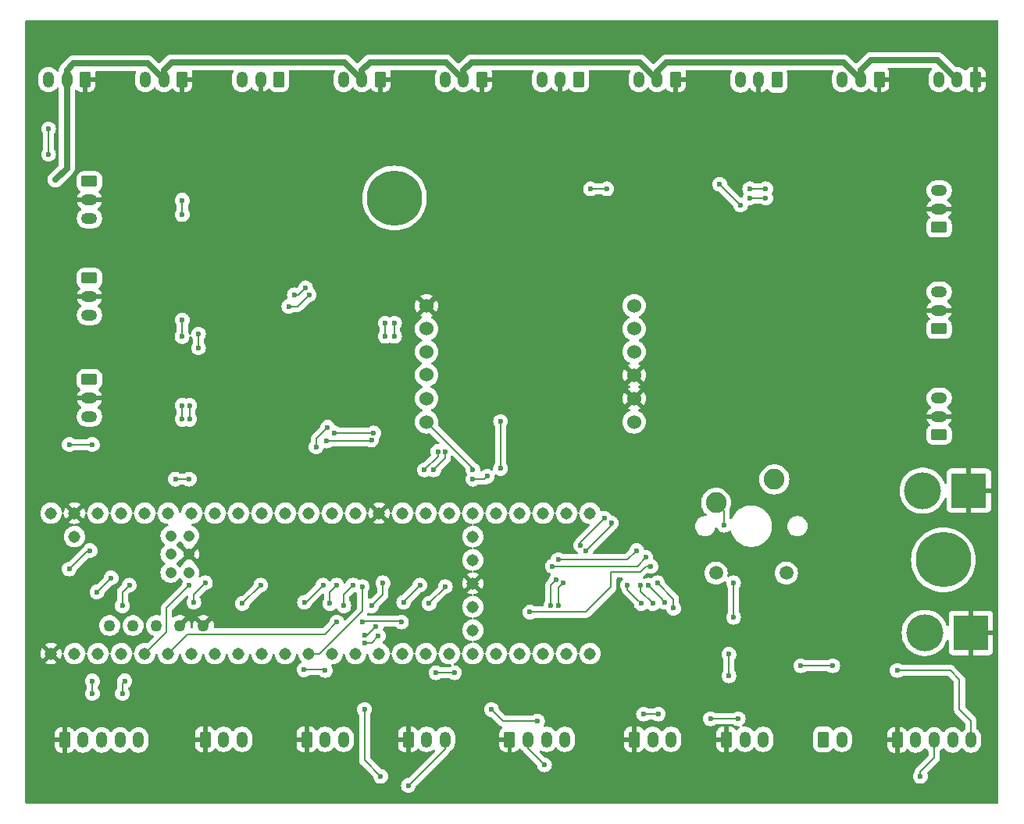
<source format=gbl>
%TF.GenerationSoftware,KiCad,Pcbnew,8.0.2*%
%TF.CreationDate,2024-10-02T19:45:14-04:00*%
%TF.ProjectId,FewawiControlBoard,46657761-7769-4436-9f6e-74726f6c426f,rev?*%
%TF.SameCoordinates,Original*%
%TF.FileFunction,Copper,L2,Bot*%
%TF.FilePolarity,Positive*%
%FSLAX46Y46*%
G04 Gerber Fmt 4.6, Leading zero omitted, Abs format (unit mm)*
G04 Created by KiCad (PCBNEW 8.0.2) date 2024-10-02 19:45:14*
%MOMM*%
%LPD*%
G01*
G04 APERTURE LIST*
G04 Aperture macros list*
%AMRoundRect*
0 Rectangle with rounded corners*
0 $1 Rounding radius*
0 $2 $3 $4 $5 $6 $7 $8 $9 X,Y pos of 4 corners*
0 Add a 4 corners polygon primitive as box body*
4,1,4,$2,$3,$4,$5,$6,$7,$8,$9,$2,$3,0*
0 Add four circle primitives for the rounded corners*
1,1,$1+$1,$2,$3*
1,1,$1+$1,$4,$5*
1,1,$1+$1,$6,$7*
1,1,$1+$1,$8,$9*
0 Add four rect primitives between the rounded corners*
20,1,$1+$1,$2,$3,$4,$5,0*
20,1,$1+$1,$4,$5,$6,$7,0*
20,1,$1+$1,$6,$7,$8,$9,0*
20,1,$1+$1,$8,$9,$2,$3,0*%
G04 Aperture macros list end*
%TA.AperFunction,ComponentPad*%
%ADD10RoundRect,0.250000X-0.625000X0.350000X-0.625000X-0.350000X0.625000X-0.350000X0.625000X0.350000X0*%
%TD*%
%TA.AperFunction,ComponentPad*%
%ADD11O,1.750000X1.200000*%
%TD*%
%TA.AperFunction,ComponentPad*%
%ADD12RoundRect,0.250000X0.625000X-0.350000X0.625000X0.350000X-0.625000X0.350000X-0.625000X-0.350000X0*%
%TD*%
%TA.AperFunction,ComponentPad*%
%ADD13RoundRect,0.250000X-0.350000X-0.625000X0.350000X-0.625000X0.350000X0.625000X-0.350000X0.625000X0*%
%TD*%
%TA.AperFunction,ComponentPad*%
%ADD14O,1.200000X1.750000*%
%TD*%
%TA.AperFunction,ComponentPad*%
%ADD15RoundRect,0.250000X0.350000X0.625000X-0.350000X0.625000X-0.350000X-0.625000X0.350000X-0.625000X0*%
%TD*%
%TA.AperFunction,ComponentPad*%
%ADD16C,1.308000*%
%TD*%
%TA.AperFunction,ComponentPad*%
%ADD17C,1.258000*%
%TD*%
%TA.AperFunction,ComponentPad*%
%ADD18C,1.208000*%
%TD*%
%TA.AperFunction,ComponentPad*%
%ADD19C,6.000000*%
%TD*%
%TA.AperFunction,ComponentPad*%
%ADD20R,3.800000X3.800000*%
%TD*%
%TA.AperFunction,ComponentPad*%
%ADD21C,4.000000*%
%TD*%
%TA.AperFunction,ComponentPad*%
%ADD22C,1.508000*%
%TD*%
%TA.AperFunction,ComponentPad*%
%ADD23C,2.250000*%
%TD*%
%TA.AperFunction,ComponentPad*%
%ADD24C,1.524000*%
%TD*%
%TA.AperFunction,ViaPad*%
%ADD25C,0.600000*%
%TD*%
%TA.AperFunction,Conductor*%
%ADD26C,0.200000*%
%TD*%
%TA.AperFunction,Conductor*%
%ADD27C,0.700000*%
%TD*%
G04 APERTURE END LIST*
D10*
%TO.P,J6,1,Pin_1*%
%TO.N,+12V*%
X103930000Y-81440000D03*
D11*
%TO.P,J6,2,Pin_2*%
%TO.N,GND*%
X103930000Y-83440000D03*
%TO.P,J6,3,Pin_3*%
%TO.N,OCT_60L*%
X103930000Y-85440000D03*
%TD*%
D12*
%TO.P,J11,1,Pin_1*%
%TO.N,+12V*%
X196030000Y-86940000D03*
D11*
%TO.P,J11,2,Pin_2*%
%TO.N,GND*%
X196030000Y-84940000D03*
%TO.P,J11,3,Pin_3*%
%TO.N,OCT_60R*%
X196030000Y-82940000D03*
%TD*%
D13*
%TO.P,J22,1,Pin_1*%
%TO.N,GND*%
X116480000Y-131490000D03*
D14*
%TO.P,J22,2,Pin_2*%
%TO.N,+3.3V*%
X118480000Y-131490000D03*
%TO.P,J22,3,Pin_3*%
%TO.N,LS_BL2*%
X120480000Y-131490000D03*
%TD*%
D13*
%TO.P,J16,1,Pin_1*%
%TO.N,GND*%
X127480000Y-131490000D03*
D14*
%TO.P,J16,2,Pin_2*%
%TO.N,+3.3V*%
X129480000Y-131490000D03*
%TO.P,J16,3,Pin_3*%
%TO.N,LS_BL1*%
X131480000Y-131490000D03*
%TD*%
D13*
%TO.P,J2,1,Pin_1*%
%TO.N,GND*%
X191500000Y-131550000D03*
D14*
%TO.P,J2,2,Pin_2*%
%TO.N,EncR_Pin2*%
X193500000Y-131550000D03*
%TO.P,J2,3,Pin_3*%
%TO.N,EncR_Pin3*%
X195500000Y-131550000D03*
%TO.P,J2,4,Pin_4*%
%TO.N,+5V*%
X197500000Y-131550000D03*
%TO.P,J2,5,Pin_5*%
%TO.N,EncR_Pin5*%
X199500000Y-131550000D03*
%TD*%
D15*
%TO.P,J20,1,Pin_1*%
%TO.N,GND*%
X113980000Y-59890000D03*
D14*
%TO.P,J20,2,Pin_2*%
%TO.N,+3.3V*%
X111980000Y-59890000D03*
%TO.P,J20,3,Pin_3*%
%TO.N,LS_LF2*%
X109980000Y-59890000D03*
%TD*%
D15*
%TO.P,J8,1,Pin_1*%
%TO.N,+12V*%
X156980000Y-59890000D03*
D14*
%TO.P,J8,2,Pin_2*%
%TO.N,GND*%
X154980000Y-59890000D03*
%TO.P,J8,3,Pin_3*%
%TO.N,OCT_Mid*%
X152980000Y-59890000D03*
%TD*%
D16*
%TO.P,U1,0,RX1*%
%TO.N,DS_45L*%
X102310000Y-122180000D03*
%TO.P,U1,1,TX1*%
%TO.N,DS_FL*%
X104850000Y-122180000D03*
%TO.P,U1,2,OUT2*%
%TO.N,DS_90L*%
X107390000Y-122180000D03*
%TO.P,U1,3,LRCLK2*%
%TO.N,DS_60L*%
X109930000Y-122180000D03*
%TO.P,U1,3.3V_1,3.3V*%
%TO.N,+3.3V*%
X135330000Y-122180000D03*
%TO.P,U1,3.3V_2,3.3V*%
X104850000Y-106940000D03*
%TO.P,U1,3.3V_3,3.3V*%
X145490000Y-117100000D03*
%TO.P,U1,4,BCLK2*%
%TO.N,Button1*%
X112470000Y-122180000D03*
%TO.P,U1,5,IN2*%
%TO.N,EncL_Pin3*%
X115010000Y-122180000D03*
D17*
%TO.P,U1,5V,5V*%
%TO.N,+5V*%
X106120000Y-119130000D03*
D16*
%TO.P,U1,6,OUT1D*%
%TO.N,EncL_Pin5*%
X117550000Y-122180000D03*
%TO.P,U1,7,RX2*%
%TO.N,IMU_INT2*%
X120090000Y-122180000D03*
%TO.P,U1,8,TX2*%
%TO.N,IMU_INT1*%
X122630000Y-122180000D03*
%TO.P,U1,9,OUT1C*%
%TO.N,EncR_Pin3*%
X125170000Y-122180000D03*
%TO.P,U1,10,CS1*%
%TO.N,DS_Mid*%
X127710000Y-122180000D03*
%TO.P,U1,11,MOSI*%
%TO.N,DS_60R*%
X130250000Y-122180000D03*
%TO.P,U1,12,MISO*%
%TO.N,DS_90R*%
X132790000Y-122180000D03*
%TO.P,U1,13,SCK*%
%TO.N,EncL_Pin2*%
X132790000Y-106940000D03*
%TO.P,U1,14,A0*%
%TO.N,LS_RF1*%
X130250000Y-106940000D03*
%TO.P,U1,15,A1*%
%TO.N,LS_RF2*%
X127710000Y-106940000D03*
%TO.P,U1,16,A2*%
%TO.N,LS_PlowRight*%
X125170000Y-106940000D03*
%TO.P,U1,17,A3*%
%TO.N,LS_PlowMid*%
X122630000Y-106940000D03*
%TO.P,U1,18,A4*%
%TO.N,IMU_SDA*%
X120090000Y-106940000D03*
%TO.P,U1,19,A5*%
%TO.N,IMU_SCL*%
X117550000Y-106940000D03*
%TO.P,U1,20,A6*%
%TO.N,LS_PlowLeft*%
X115010000Y-106940000D03*
%TO.P,U1,21,A7*%
%TO.N,LS_LF2*%
X112470000Y-106940000D03*
%TO.P,U1,22,A8*%
%TO.N,LS_LF1*%
X109930000Y-106940000D03*
%TO.P,U1,23,A9*%
%TO.N,StartMod*%
X107390000Y-106940000D03*
%TO.P,U1,24,A10*%
%TO.N,LCD_SCL*%
X137870000Y-122180000D03*
%TO.P,U1,25,A11*%
%TO.N,LCD_SDA*%
X140410000Y-122180000D03*
%TO.P,U1,26,A12*%
%TO.N,LS_BR1*%
X142950000Y-122180000D03*
%TO.P,U1,27,A13*%
%TO.N,LS_BR2*%
X145490000Y-122180000D03*
%TO.P,U1,28,RX7*%
%TO.N,DS_45R*%
X148030000Y-122180000D03*
%TO.P,U1,29,TX7*%
%TO.N,DS_FR*%
X150570000Y-122180000D03*
%TO.P,U1,30,CRX3*%
%TO.N,unconnected-(U1-CRX3-Pad30)*%
X153110000Y-122180000D03*
%TO.P,U1,31,CTX3*%
%TO.N,unconnected-(U1-CTX3-Pad31)*%
X155650000Y-122180000D03*
%TO.P,U1,32,OUT1B*%
%TO.N,unconnected-(U1-OUT1B-Pad32)*%
X158190000Y-122180000D03*
%TO.P,U1,33,MCLK2*%
%TO.N,EncR_Pin2*%
X158190000Y-106940000D03*
%TO.P,U1,34,RX8*%
%TO.N,unconnected-(U1-RX8-Pad34)*%
X155650000Y-106940000D03*
%TO.P,U1,35,TX8*%
%TO.N,unconnected-(U1-TX8-Pad35)*%
X153110000Y-106940000D03*
%TO.P,U1,36,CS2*%
%TO.N,EncR_Pin5*%
X150570000Y-106940000D03*
%TO.P,U1,37,CS3*%
%TO.N,IMU_CS*%
X148030000Y-106940000D03*
%TO.P,U1,38,A14*%
%TO.N,MD_InputSignal2*%
X145490000Y-106940000D03*
%TO.P,U1,39,A15*%
%TO.N,MD_InputSignal1*%
X142950000Y-106940000D03*
%TO.P,U1,40,A16*%
%TO.N,LS_BL1*%
X140410000Y-106940000D03*
%TO.P,U1,41,A17*%
%TO.N,LS_BL2*%
X137870000Y-106940000D03*
D17*
%TO.P,U1,D+,D+*%
%TO.N,unconnected-(U1-PadD+)*%
X111200000Y-119130000D03*
%TO.P,U1,D-,D-*%
%TO.N,unconnected-(U1-PadD-)*%
X108660000Y-119130000D03*
D16*
%TO.P,U1,GND1,GND*%
%TO.N,GND*%
X99770000Y-122180000D03*
%TO.P,U1,GND2,GND*%
X135330000Y-106940000D03*
%TO.P,U1,GND3,GND*%
X102310000Y-106940000D03*
%TO.P,U1,GND4,GND*%
X145490000Y-114560000D03*
D18*
%TO.P,U1,GND5,GND*%
X114740000Y-111390000D03*
%TO.P,U1,LED,LED*%
%TO.N,unconnected-(U1-PadLED)*%
X112740000Y-111390000D03*
D16*
%TO.P,U1,ON/OFF,ON/OFF*%
%TO.N,unconnected-(U1-PadON{slash}OFF)*%
X145490000Y-109480000D03*
%TO.P,U1,PROGRAM,PROGRAM*%
%TO.N,unconnected-(U1-PadPROGRAM)*%
X145490000Y-112020000D03*
D18*
%TO.P,U1,R+,R+*%
%TO.N,unconnected-(U1-PadR+)*%
X112740000Y-109390000D03*
%TO.P,U1,R-,R-*%
%TO.N,unconnected-(U1-PadR-)*%
X114740000Y-109390000D03*
%TO.P,U1,T+,T+*%
%TO.N,unconnected-(U1-PadT+)*%
X114740000Y-113390000D03*
%TO.P,U1,T-,T-*%
%TO.N,unconnected-(U1-PadT-)*%
X112740000Y-113390000D03*
D17*
%TO.P,U1,USB_GND1,USB_GND*%
%TO.N,GND*%
X113740000Y-119130000D03*
%TO.P,U1,USB_GND2,USB_GND*%
X116280000Y-119130000D03*
D16*
%TO.P,U1,VBAT,VBAT*%
%TO.N,unconnected-(U1-PadVBAT)*%
X145490000Y-119640000D03*
%TO.P,U1,VIN,VIN*%
%TO.N,+5V*%
X99770000Y-106940000D03*
%TO.P,U1,VUSB,VUSB*%
%TO.N,unconnected-(U1-PadVUSB)*%
X102310000Y-109480000D03*
%TD*%
D19*
%TO.P,REF\u002A\u002A,1*%
%TO.N,N/C*%
X196500000Y-112000000D03*
%TD*%
D15*
%TO.P,J14,1,Pin_1*%
%TO.N,GND*%
X103480000Y-59890000D03*
D14*
%TO.P,J14,2,Pin_2*%
%TO.N,+3.3V*%
X101480000Y-59890000D03*
%TO.P,J14,3,Pin_3*%
%TO.N,LS_LF1*%
X99480000Y-59890000D03*
%TD*%
D20*
%TO.P,J26,1,Pin_1*%
%TO.N,GND*%
X199250000Y-104500000D03*
D21*
%TO.P,J26,2,Pin_2*%
%TO.N,+12V*%
X194250000Y-104500000D03*
%TD*%
D22*
%TO.P,U2,BR1*%
%TO.N,N/C*%
X171860000Y-113440000D03*
%TO.P,U2,BR2*%
X179480000Y-113440000D03*
D23*
%TO.P,U2,P$1*%
%TO.N,Button1*%
X178180000Y-103280000D03*
%TO.P,U2,P$2*%
%TO.N,+3.3V*%
X171860000Y-105820000D03*
%TD*%
D15*
%TO.P,J24,1,Pin_1*%
%TO.N,GND*%
X167480000Y-59890000D03*
D14*
%TO.P,J24,2,Pin_2*%
%TO.N,+3.3V*%
X165480000Y-59890000D03*
%TO.P,J24,3,Pin_3*%
%TO.N,LS_PlowRight*%
X163480000Y-59890000D03*
%TD*%
D20*
%TO.P,J27,1,Pin_1*%
%TO.N,GND*%
X199480000Y-119940000D03*
D21*
%TO.P,J27,2,Pin_2*%
%TO.N,+5V*%
X194480000Y-119940000D03*
%TD*%
D12*
%TO.P,J10,1,Pin_1*%
%TO.N,+12V*%
X196030000Y-75940000D03*
D11*
%TO.P,J10,2,Pin_2*%
%TO.N,GND*%
X196030000Y-73940000D03*
%TO.P,J10,3,Pin_3*%
%TO.N,OCT_45R*%
X196030000Y-71940000D03*
%TD*%
D13*
%TO.P,J25,1,Pin_1*%
%TO.N,Signal1*%
X183480000Y-131490000D03*
D14*
%TO.P,J25,2,Pin_2*%
%TO.N,Signal2*%
X185480000Y-131490000D03*
%TD*%
D15*
%TO.P,J15,1,Pin_1*%
%TO.N,GND*%
X199980000Y-59890000D03*
D14*
%TO.P,J15,2,Pin_2*%
%TO.N,+3.3V*%
X197980000Y-59890000D03*
%TO.P,J15,3,Pin_3*%
%TO.N,LS_RF1*%
X195980000Y-59890000D03*
%TD*%
D15*
%TO.P,J18,1,Pin_1*%
%TO.N,GND*%
X135480000Y-59890000D03*
D14*
%TO.P,J18,2,Pin_2*%
%TO.N,+3.3V*%
X133480000Y-59890000D03*
%TO.P,J18,3,Pin_3*%
%TO.N,LS_PlowLeft*%
X131480000Y-59890000D03*
%TD*%
D24*
%TO.P,U3,1,GND*%
%TO.N,GND*%
X140480000Y-84440000D03*
%TO.P,U3,2,3V3*%
%TO.N,+3.3V*%
X140480000Y-86940000D03*
%TO.P,U3,3,SDA*%
%TO.N,IMU_SDA*%
X140480000Y-89440000D03*
%TO.P,U3,4,SCL*%
%TO.N,IMU_SCL*%
X140480000Y-91940000D03*
%TO.P,U3,5,POCI*%
%TO.N,unconnected-(U3-POCI-Pad5)*%
X140480000Y-94496000D03*
%TO.P,U3,6,CS*%
%TO.N,IMU_CS*%
X140480000Y-97036000D03*
%TO.P,U3,7,INT2*%
%TO.N,IMU_INT2*%
X162980000Y-84440000D03*
%TO.P,U3,8,INT1*%
%TO.N,IMU_INT1*%
X162980000Y-86940000D03*
%TO.P,U3,9,OCS*%
%TO.N,unconnected-(U3-OCS-Pad9)*%
X162980000Y-89440000D03*
%TO.P,U3,10,SCX*%
%TO.N,GND*%
X162980000Y-91956000D03*
%TO.P,U3,11,SDX*%
X162980000Y-94496000D03*
%TO.P,U3,12,POCIX*%
%TO.N,unconnected-(U3-POCIX-Pad12)*%
X162980000Y-97036000D03*
%TD*%
D15*
%TO.P,J3,1,Pin_1*%
%TO.N,+12V*%
X124480000Y-59890000D03*
D14*
%TO.P,J3,2,Pin_2*%
%TO.N,GND*%
X122480000Y-59890000D03*
%TO.P,J3,3,Pin_3*%
%TO.N,OCT_FL*%
X120480000Y-59890000D03*
%TD*%
D13*
%TO.P,J4,1,Pin_1*%
%TO.N,GND*%
X138480000Y-131490000D03*
D14*
%TO.P,J4,2,Pin_2*%
%TO.N,+3.3V*%
X140480000Y-131490000D03*
%TO.P,J4,3,Pin_3*%
%TO.N,StartMod*%
X142480000Y-131490000D03*
%TD*%
D13*
%TO.P,J23,1,Pin_1*%
%TO.N,GND*%
X172980000Y-131490000D03*
D14*
%TO.P,J23,2,Pin_2*%
%TO.N,+3.3V*%
X174980000Y-131490000D03*
%TO.P,J23,3,Pin_3*%
%TO.N,LS_BR2*%
X176980000Y-131490000D03*
%TD*%
D13*
%TO.P,J9,1,Pin_1*%
%TO.N,GND*%
X149480000Y-131490000D03*
D14*
%TO.P,J9,2,Pin_2*%
%TO.N,+5V*%
X151480000Y-131490000D03*
%TO.P,J9,3,Pin_3*%
%TO.N,LCD_SDA*%
X153480000Y-131490000D03*
%TO.P,J9,4,Pin_4*%
%TO.N,LCD_SCL*%
X155480000Y-131490000D03*
%TD*%
D13*
%TO.P,J17,1,Pin_1*%
%TO.N,GND*%
X162980000Y-131490000D03*
D14*
%TO.P,J17,2,Pin_2*%
%TO.N,+3.3V*%
X164980000Y-131490000D03*
%TO.P,J17,3,Pin_3*%
%TO.N,LS_BR1*%
X166980000Y-131490000D03*
%TD*%
D15*
%TO.P,J19,1,Pin_1*%
%TO.N,GND*%
X146480000Y-59890000D03*
D14*
%TO.P,J19,2,Pin_2*%
%TO.N,+3.3V*%
X144480000Y-59890000D03*
%TO.P,J19,3,Pin_3*%
%TO.N,LS_PlowMid*%
X142480000Y-59890000D03*
%TD*%
D15*
%TO.P,J13,1,Pin_1*%
%TO.N,+12V*%
X178480000Y-59940000D03*
D14*
%TO.P,J13,2,Pin_2*%
%TO.N,GND*%
X176480000Y-59940000D03*
%TO.P,J13,3,Pin_3*%
%TO.N,OCT_FR*%
X174480000Y-59940000D03*
%TD*%
D12*
%TO.P,J12,1,Pin_1*%
%TO.N,+12V*%
X196030000Y-98440000D03*
D11*
%TO.P,J12,2,Pin_2*%
%TO.N,GND*%
X196030000Y-96440000D03*
%TO.P,J12,3,Pin_3*%
%TO.N,OCT_90R*%
X196030000Y-94440000D03*
%TD*%
D10*
%TO.P,J7,1,Pin_1*%
%TO.N,+12V*%
X103930000Y-92440000D03*
D11*
%TO.P,J7,2,Pin_2*%
%TO.N,GND*%
X103930000Y-94440000D03*
%TO.P,J7,3,Pin_3*%
%TO.N,OCT_90L*%
X103930000Y-96440000D03*
%TD*%
D13*
%TO.P,J1,1,Pin_1*%
%TO.N,GND*%
X101250000Y-131550000D03*
D14*
%TO.P,J1,2,Pin_2*%
%TO.N,EncL_Pin2*%
X103250000Y-131550000D03*
%TO.P,J1,3,Pin_3*%
%TO.N,EncL_Pin3*%
X105250000Y-131550000D03*
%TO.P,J1,4,Pin_4*%
%TO.N,+5V*%
X107250000Y-131550000D03*
%TO.P,J1,5,Pin_5*%
%TO.N,EncL_Pin5*%
X109250000Y-131550000D03*
%TD*%
D19*
%TO.P,REF\u002A\u002A,1*%
%TO.N,N/C*%
X137000000Y-72750000D03*
%TD*%
D10*
%TO.P,J5,1,Pin_1*%
%TO.N,+12V*%
X103930000Y-70940000D03*
D11*
%TO.P,J5,2,Pin_2*%
%TO.N,GND*%
X103930000Y-72940000D03*
%TO.P,J5,3,Pin_3*%
%TO.N,OCT_45L*%
X103930000Y-74940000D03*
%TD*%
D15*
%TO.P,J21,1,Pin_1*%
%TO.N,GND*%
X189530000Y-59890000D03*
D14*
%TO.P,J21,2,Pin_2*%
%TO.N,+3.3V*%
X187530000Y-59890000D03*
%TO.P,J21,3,Pin_3*%
%TO.N,LS_RF2*%
X185530000Y-59890000D03*
%TD*%
D25*
%TO.N,+5V*%
X153250000Y-134250000D03*
%TO.N,GND*%
X187250000Y-128250000D03*
X169799265Y-126950735D03*
X124250000Y-86000000D03*
X187250000Y-122900000D03*
X185250000Y-73750000D03*
X185750000Y-122900000D03*
X185750000Y-124100000D03*
X186500000Y-62750000D03*
X169750000Y-128750000D03*
X107500000Y-104250000D03*
%TO.N,+3.3V*%
X174500000Y-73500000D03*
X173250000Y-122250000D03*
X100250000Y-70750000D03*
X172250000Y-71250000D03*
X172750000Y-108250000D03*
X173750000Y-114500000D03*
X173250000Y-124600000D03*
X173750000Y-118250000D03*
%TO.N,EncL_Pin2*%
X104250000Y-126500000D03*
X122500000Y-114750000D03*
X120500000Y-116750000D03*
X104250000Y-125150000D03*
%TO.N,EncL_Pin3*%
X107750000Y-125150000D03*
X107500000Y-126500000D03*
%TO.N,EncR_Pin5*%
X164500000Y-114750000D03*
X166250000Y-116614000D03*
X191500000Y-124000000D03*
%TO.N,EncR_Pin2*%
X167250000Y-117250000D03*
X165500000Y-114500000D03*
%TO.N,EncR_Pin3*%
X127185735Y-123935735D03*
X129500000Y-124000000D03*
X194000000Y-135500000D03*
X133750000Y-128250000D03*
X135500000Y-135500000D03*
%TO.N,StartMod*%
X138500000Y-136500000D03*
X101750000Y-113000000D03*
X104000000Y-111000000D03*
%TO.N,LCD_SCL*%
X143500000Y-124250000D03*
X152500000Y-129500000D03*
X147500000Y-128250000D03*
X141500000Y-124250000D03*
%TO.N,LS_LF1*%
X99500000Y-68000000D03*
X99500000Y-65250000D03*
X101750000Y-99500000D03*
X104250000Y-99500000D03*
%TO.N,LS_RF1*%
X177250000Y-72750000D03*
X175500000Y-72750000D03*
%TO.N,LS_BL1*%
X135750000Y-114500000D03*
X134500000Y-117000000D03*
%TO.N,LS_BR1*%
X165580000Y-128750000D03*
X164000000Y-128750000D03*
%TO.N,LS_PlowMid*%
X136000000Y-87750000D03*
X136000000Y-86340000D03*
%TO.N,LS_LF2*%
X113970735Y-87779265D03*
X114000000Y-86000000D03*
X114000000Y-73000000D03*
X114000000Y-96750000D03*
X114000000Y-74540000D03*
X114000000Y-95250000D03*
%TO.N,LS_RF2*%
X177250000Y-71750000D03*
X175500000Y-71750000D03*
%TO.N,LS_BL2*%
X132500000Y-114750000D03*
X131500000Y-117000000D03*
%TO.N,LS_BR2*%
X174250000Y-129250000D03*
X171250000Y-129250000D03*
%TO.N,LS_PlowRight*%
X137000000Y-86340000D03*
X158250000Y-71750000D03*
X137000000Y-87750000D03*
X160000000Y-71750000D03*
%TO.N,DS_45L*%
X127750000Y-83250000D03*
X113250000Y-103250000D03*
X114800003Y-96750000D03*
X106289684Y-113960316D03*
X114800003Y-95250000D03*
X115750000Y-87530000D03*
X115750000Y-89000000D03*
X125550000Y-84500000D03*
X104750000Y-115500000D03*
X114750000Y-103250000D03*
%TO.N,DS_FL*%
X127350000Y-82500000D03*
X108250000Y-114750000D03*
X107500000Y-117000000D03*
X126150000Y-83250000D03*
%TO.N,DS_90L*%
X115250000Y-116614000D03*
X116500000Y-114500000D03*
X129750000Y-97635735D03*
X128500000Y-99750000D03*
%TO.N,DS_60L*%
X114750000Y-114750000D03*
%TO.N,DS_FR*%
X154750000Y-117000000D03*
X155250000Y-114500000D03*
X157750000Y-111000000D03*
X160500000Y-108000000D03*
%TO.N,DS_45R*%
X159750000Y-107500000D03*
X154534456Y-114142228D03*
X157184313Y-110434313D03*
X153949997Y-117000000D03*
%TO.N,DS_90R*%
X154129499Y-112695793D03*
X142500000Y-114914000D03*
X140750000Y-116750000D03*
X135250000Y-120250000D03*
X164250000Y-111750000D03*
X133750000Y-121000000D03*
%TO.N,DS_60R*%
X154750000Y-112000000D03*
X163250000Y-111000000D03*
X133750000Y-120199997D03*
X135000000Y-119250000D03*
X138000000Y-116614000D03*
X139750000Y-114750000D03*
%TO.N,DS_Mid*%
X147049265Y-102950735D03*
X148500000Y-97000000D03*
X145500000Y-103250000D03*
X148500000Y-102100000D03*
X133500000Y-114914000D03*
%TO.N,Button1*%
X151680735Y-117680735D03*
X137750000Y-118750000D03*
X164799265Y-112700735D03*
X130750000Y-118750000D03*
X133500000Y-118750000D03*
%TO.N,MD_InputSignal2*%
X165000000Y-116750000D03*
X163675734Y-114774263D03*
X184500000Y-123500000D03*
X181035000Y-123500000D03*
%TO.N,MD_InputSignal1*%
X162250000Y-114750000D03*
X163750000Y-116750000D03*
%TO.N,IMU_INT1*%
X130750000Y-114750000D03*
X130000000Y-116750000D03*
X141250000Y-102250000D03*
X142500000Y-100250000D03*
%TO.N,IMU_CS*%
X145500000Y-102250000D03*
%TO.N,IMU_SDA*%
X134497017Y-99008949D03*
X129610735Y-99110735D03*
%TO.N,IMU_INT2*%
X129250000Y-114750000D03*
X140250000Y-102250000D03*
X141699997Y-100250000D03*
X127250000Y-116614000D03*
%TO.N,IMU_SCL*%
X130485735Y-98235735D03*
X134750000Y-98250000D03*
%TD*%
D26*
%TO.N,+5V*%
X151480000Y-132480000D02*
X153250000Y-134250000D01*
X151480000Y-131490000D02*
X151480000Y-132480000D01*
%TO.N,GND*%
X169750000Y-127000000D02*
X169799265Y-126950735D01*
X185750000Y-124100000D02*
X185750000Y-122900000D01*
X187250000Y-128250000D02*
X187250000Y-122900000D01*
X169750000Y-128750000D02*
X169750000Y-127000000D01*
%TO.N,+3.3V*%
X174500000Y-73500000D02*
X172250000Y-71250000D01*
D27*
X134345000Y-58000000D02*
X133480000Y-58865000D01*
X133480000Y-59890000D02*
X131590000Y-58000000D01*
X163590000Y-58000000D02*
X145345000Y-58000000D01*
X144480000Y-59890000D02*
X142590000Y-58000000D01*
D26*
X173750000Y-118250000D02*
X173750000Y-117750000D01*
D27*
X102225000Y-58120000D02*
X101480000Y-58865000D01*
X133480000Y-58865000D02*
X133480000Y-59890000D01*
X112845000Y-58000000D02*
X111980000Y-58865000D01*
X142590000Y-58000000D02*
X134345000Y-58000000D01*
X101480000Y-58865000D02*
X101480000Y-59890000D01*
X111980000Y-59890000D02*
X110210000Y-58120000D01*
X188645000Y-57750000D02*
X187530000Y-58865000D01*
X165480000Y-59020000D02*
X165480000Y-59890000D01*
X145345000Y-58000000D02*
X144480000Y-58865000D01*
X131590000Y-58000000D02*
X112845000Y-58000000D01*
X144480000Y-58865000D02*
X144480000Y-59890000D01*
D26*
X173250000Y-124600000D02*
X173250000Y-124000000D01*
D27*
X165480000Y-59890000D02*
X163590000Y-58000000D01*
X110210000Y-58120000D02*
X102225000Y-58120000D01*
D26*
X173250000Y-124000000D02*
X173250000Y-122250000D01*
D27*
X100250000Y-70750000D02*
X101480000Y-69520000D01*
X185640000Y-58000000D02*
X166500000Y-58000000D01*
X197980000Y-59890000D02*
X195840000Y-57750000D01*
X187530000Y-58865000D02*
X187530000Y-59890000D01*
X187530000Y-59890000D02*
X185640000Y-58000000D01*
X166500000Y-58000000D02*
X165480000Y-59020000D01*
D26*
X172750000Y-106710000D02*
X171860000Y-105820000D01*
D27*
X101480000Y-69520000D02*
X101480000Y-59890000D01*
D26*
X172750000Y-108250000D02*
X172750000Y-106710000D01*
D27*
X195840000Y-57750000D02*
X188645000Y-57750000D01*
X111980000Y-58865000D02*
X111980000Y-59890000D01*
D26*
X173750000Y-117750000D02*
X173750000Y-114500000D01*
X144480000Y-59890000D02*
X144610000Y-59890000D01*
%TO.N,EncL_Pin2*%
X104250000Y-126500000D02*
X104250000Y-125150000D01*
X120500000Y-116750000D02*
X122500000Y-114750000D01*
%TO.N,EncL_Pin3*%
X107500000Y-125400000D02*
X107750000Y-125150000D01*
X107500000Y-126500000D02*
X107500000Y-125400000D01*
%TO.N,EncR_Pin5*%
X166250000Y-116614000D02*
X166000000Y-116364000D01*
X197250000Y-124000000D02*
X191500000Y-124000000D01*
X198250000Y-125000000D02*
X197250000Y-124000000D01*
X198250000Y-128250000D02*
X198250000Y-125000000D01*
X199500000Y-129500000D02*
X198250000Y-128250000D01*
X166000000Y-116364000D02*
X166000000Y-116250000D01*
X166000000Y-116250000D02*
X164500000Y-114750000D01*
X199500000Y-131550000D02*
X199500000Y-129500000D01*
%TO.N,EncR_Pin2*%
X165500000Y-114500000D02*
X167250000Y-116250000D01*
X167250000Y-116250000D02*
X167250000Y-117250000D01*
%TO.N,EncR_Pin3*%
X133750000Y-128250000D02*
X133750000Y-133750000D01*
X195500000Y-133500000D02*
X195500000Y-131550000D01*
X127185735Y-123935735D02*
X129435735Y-123935735D01*
X129435735Y-123935735D02*
X129500000Y-124000000D01*
X194000000Y-135000000D02*
X195500000Y-133500000D01*
X133750000Y-133750000D02*
X135500000Y-135500000D01*
X194000000Y-135500000D02*
X194000000Y-135000000D01*
%TO.N,StartMod*%
X101750000Y-113000000D02*
X103750000Y-111000000D01*
X103750000Y-111000000D02*
X104000000Y-111000000D01*
X142480000Y-132520000D02*
X138500000Y-136500000D01*
X142480000Y-131490000D02*
X142480000Y-132520000D01*
%TO.N,LCD_SCL*%
X148750000Y-129500000D02*
X147500000Y-128250000D01*
X152500000Y-129500000D02*
X148750000Y-129500000D01*
X143500000Y-124250000D02*
X141500000Y-124250000D01*
%TO.N,LS_LF1*%
X99500000Y-65250000D02*
X99500000Y-68000000D01*
X101750000Y-99500000D02*
X102250000Y-99500000D01*
X102250000Y-99500000D02*
X104250000Y-99500000D01*
%TO.N,LS_RF1*%
X177250000Y-72750000D02*
X175500000Y-72750000D01*
%TO.N,LS_BL1*%
X135750000Y-115750000D02*
X135750000Y-114500000D01*
X134500000Y-117000000D02*
X135750000Y-115750000D01*
%TO.N,LS_BR1*%
X165580000Y-128750000D02*
X164000000Y-128750000D01*
%TO.N,LS_PlowMid*%
X136000000Y-86340000D02*
X136000000Y-87750000D01*
%TO.N,LS_LF2*%
X114000000Y-86000000D02*
X114000000Y-87750000D01*
X114000000Y-95250000D02*
X114000000Y-96750000D01*
X114000000Y-87750000D02*
X113970735Y-87779265D01*
X114000000Y-73000000D02*
X114000000Y-74540000D01*
%TO.N,LS_RF2*%
X177250000Y-71750000D02*
X175500000Y-71750000D01*
%TO.N,LS_BL2*%
X131500000Y-115750000D02*
X132500000Y-114750000D01*
X131500000Y-117000000D02*
X131500000Y-115750000D01*
%TO.N,LS_BR2*%
X174250000Y-129250000D02*
X171250000Y-129250000D01*
%TO.N,LS_PlowRight*%
X137000000Y-86340000D02*
X137000000Y-87750000D01*
X160000000Y-71750000D02*
X158250000Y-71750000D01*
%TO.N,DS_45L*%
X126500000Y-84500000D02*
X125550000Y-84500000D01*
X114750000Y-103250000D02*
X113250000Y-103250000D01*
X106289684Y-113960316D02*
X106000000Y-114250000D01*
X115750000Y-87530000D02*
X115750000Y-89000000D01*
X106000000Y-114250000D02*
X104750000Y-115500000D01*
X114800003Y-95250000D02*
X114800003Y-96750000D01*
X127750000Y-83250000D02*
X126500000Y-84500000D01*
%TO.N,DS_FL*%
X126600000Y-83250000D02*
X127350000Y-82500000D01*
X107500000Y-115500000D02*
X108250000Y-114750000D01*
X107500000Y-117000000D02*
X107500000Y-115500000D01*
X126150000Y-83250000D02*
X126600000Y-83250000D01*
%TO.N,DS_90L*%
X128500000Y-98885735D02*
X129750000Y-97635735D01*
X115250000Y-116614000D02*
X115250000Y-115750000D01*
X128500000Y-99750000D02*
X128500000Y-98885735D01*
X115250000Y-115750000D02*
X116500000Y-114500000D01*
%TO.N,DS_60L*%
X112250000Y-117250000D02*
X112250000Y-119860000D01*
X114750000Y-114750000D02*
X112250000Y-117250000D01*
X112250000Y-119860000D02*
X109930000Y-122180000D01*
%TO.N,DS_FR*%
X154750000Y-117000000D02*
X154750000Y-115000000D01*
X154750000Y-115000000D02*
X155250000Y-114500000D01*
X157750000Y-111000000D02*
X160500000Y-108250000D01*
X160500000Y-108250000D02*
X160500000Y-108000000D01*
%TO.N,DS_45R*%
X157184313Y-110065687D02*
X159750000Y-107500000D01*
X153949997Y-117000000D02*
X153949997Y-114726687D01*
X153949997Y-114726687D02*
X154534456Y-114142228D01*
X157184313Y-110434313D02*
X157184313Y-110065687D01*
%TO.N,DS_90R*%
X134500000Y-121000000D02*
X135250000Y-120250000D01*
X154129499Y-112695793D02*
X163304207Y-112695793D01*
X133750000Y-121000000D02*
X134500000Y-121000000D01*
X142500000Y-115000000D02*
X142500000Y-114914000D01*
X140750000Y-116750000D02*
X142500000Y-115000000D01*
X163304207Y-112695793D02*
X164250000Y-111750000D01*
%TO.N,DS_60R*%
X133750000Y-120199997D02*
X134050003Y-120199997D01*
X162250000Y-112000000D02*
X163250000Y-111000000D01*
X138000000Y-116500000D02*
X139750000Y-114750000D01*
X154750000Y-112000000D02*
X162250000Y-112000000D01*
X134050003Y-120199997D02*
X135000000Y-119250000D01*
X138000000Y-116614000D02*
X138000000Y-116500000D01*
%TO.N,DS_Mid*%
X133500000Y-117580840D02*
X128900840Y-122180000D01*
X133500000Y-114914000D02*
X133500000Y-117580840D01*
X128900840Y-122180000D02*
X127710000Y-122180000D01*
X145500000Y-103250000D02*
X146750000Y-103250000D01*
X148500000Y-102100000D02*
X148500000Y-97000000D01*
X146750000Y-103250000D02*
X147049265Y-102950735D01*
%TO.N,Button1*%
X163632272Y-113322161D02*
X160473632Y-113322161D01*
X160473632Y-113322161D02*
X160473632Y-114957103D01*
X164799265Y-112700735D02*
X164253698Y-112700735D01*
X133600000Y-118650000D02*
X133500000Y-118750000D01*
X129441000Y-120059000D02*
X114591000Y-120059000D01*
X137650000Y-118650000D02*
X133600000Y-118650000D01*
X130750000Y-118750000D02*
X129441000Y-120059000D01*
X114591000Y-120059000D02*
X112470000Y-122180000D01*
X164253698Y-112700735D02*
X163632272Y-113322161D01*
X160473632Y-114957103D02*
X157750000Y-117680735D01*
X137750000Y-118750000D02*
X137650000Y-118650000D01*
X157750000Y-117680735D02*
X151680735Y-117680735D01*
%TO.N,MD_InputSignal2*%
X181035000Y-123500000D02*
X181500000Y-123500000D01*
X163675734Y-114774263D02*
X163675734Y-115425734D01*
X181500000Y-123500000D02*
X184500000Y-123500000D01*
X163675734Y-115425734D02*
X165000000Y-116750000D01*
%TO.N,MD_InputSignal1*%
X163250000Y-116250000D02*
X163750000Y-116750000D01*
X162250000Y-115250000D02*
X162250000Y-114750000D01*
X163250000Y-116250000D02*
X162250000Y-115250000D01*
%TO.N,IMU_INT1*%
X141250000Y-102250000D02*
X142500000Y-101000000D01*
X130000000Y-116750000D02*
X130000000Y-115500000D01*
X130000000Y-115500000D02*
X130750000Y-114750000D01*
X142500000Y-101000000D02*
X142500000Y-100250000D01*
%TO.N,IMU_CS*%
X145500000Y-102056000D02*
X140480000Y-97036000D01*
X145500000Y-102250000D02*
X145500000Y-102056000D01*
%TO.N,IMU_SDA*%
X129610735Y-99110735D02*
X134395231Y-99110735D01*
X134395231Y-99110735D02*
X134497017Y-99008949D01*
%TO.N,IMU_INT2*%
X141699997Y-100800003D02*
X141699997Y-100250000D01*
X127386000Y-116614000D02*
X129250000Y-114750000D01*
X127250000Y-116614000D02*
X127386000Y-116614000D01*
X140250000Y-102250000D02*
X141699997Y-100800003D01*
%TO.N,IMU_SCL*%
X134735735Y-98235735D02*
X134750000Y-98250000D01*
X130485735Y-98235735D02*
X134735735Y-98235735D01*
%TD*%
%TA.AperFunction,Conductor*%
%TO.N,GND*%
G36*
X136689252Y-107002308D02*
G01*
X136721442Y-107064321D01*
X136723220Y-107076687D01*
X136730296Y-107153048D01*
X136730296Y-107153050D01*
X136788846Y-107358835D01*
X136788849Y-107358841D01*
X136859975Y-107501681D01*
X136884219Y-107550370D01*
X137013159Y-107721114D01*
X137171278Y-107865258D01*
X137171283Y-107865261D01*
X137171286Y-107865263D01*
X137353186Y-107977891D01*
X137353187Y-107977891D01*
X137353190Y-107977893D01*
X137552703Y-108055185D01*
X137763020Y-108094500D01*
X137763022Y-108094500D01*
X137976978Y-108094500D01*
X137976980Y-108094500D01*
X138187297Y-108055185D01*
X138386810Y-107977893D01*
X138568722Y-107865258D01*
X138726841Y-107721114D01*
X138855781Y-107550370D01*
X138951151Y-107358840D01*
X138951151Y-107358837D01*
X138951153Y-107358835D01*
X139003610Y-107174466D01*
X139009704Y-107153048D01*
X139016529Y-107079394D01*
X139042315Y-107014457D01*
X139099116Y-106973770D01*
X139168897Y-106970250D01*
X139229503Y-107005015D01*
X139261693Y-107067028D01*
X139263471Y-107079395D01*
X139270295Y-107153047D01*
X139270296Y-107153050D01*
X139328846Y-107358835D01*
X139328849Y-107358841D01*
X139399975Y-107501681D01*
X139424219Y-107550370D01*
X139553159Y-107721114D01*
X139711278Y-107865258D01*
X139711283Y-107865261D01*
X139711286Y-107865263D01*
X139893186Y-107977891D01*
X139893187Y-107977891D01*
X139893190Y-107977893D01*
X140092703Y-108055185D01*
X140303020Y-108094500D01*
X140303022Y-108094500D01*
X140516978Y-108094500D01*
X140516980Y-108094500D01*
X140727297Y-108055185D01*
X140926810Y-107977893D01*
X141108722Y-107865258D01*
X141266841Y-107721114D01*
X141395781Y-107550370D01*
X141491151Y-107358840D01*
X141491151Y-107358837D01*
X141491153Y-107358835D01*
X141543610Y-107174466D01*
X141549704Y-107153048D01*
X141556529Y-107079394D01*
X141582315Y-107014457D01*
X141639116Y-106973770D01*
X141708897Y-106970250D01*
X141769503Y-107005015D01*
X141801693Y-107067028D01*
X141803471Y-107079395D01*
X141810295Y-107153047D01*
X141810296Y-107153050D01*
X141868846Y-107358835D01*
X141868849Y-107358841D01*
X141939975Y-107501681D01*
X141964219Y-107550370D01*
X142093159Y-107721114D01*
X142251278Y-107865258D01*
X142251283Y-107865261D01*
X142251286Y-107865263D01*
X142433186Y-107977891D01*
X142433187Y-107977891D01*
X142433190Y-107977893D01*
X142632703Y-108055185D01*
X142843020Y-108094500D01*
X142843022Y-108094500D01*
X143056978Y-108094500D01*
X143056980Y-108094500D01*
X143267297Y-108055185D01*
X143466810Y-107977893D01*
X143648722Y-107865258D01*
X143806841Y-107721114D01*
X143935781Y-107550370D01*
X144031151Y-107358840D01*
X144031151Y-107358837D01*
X144031153Y-107358835D01*
X144083610Y-107174466D01*
X144089704Y-107153048D01*
X144096529Y-107079394D01*
X144122315Y-107014457D01*
X144179116Y-106973770D01*
X144248897Y-106970250D01*
X144309503Y-107005015D01*
X144341693Y-107067028D01*
X144343471Y-107079395D01*
X144350295Y-107153047D01*
X144350296Y-107153050D01*
X144408846Y-107358835D01*
X144408849Y-107358841D01*
X144479975Y-107501681D01*
X144504219Y-107550370D01*
X144633159Y-107721114D01*
X144791278Y-107865258D01*
X144791283Y-107865261D01*
X144791286Y-107865263D01*
X144973186Y-107977891D01*
X144973187Y-107977891D01*
X144973190Y-107977893D01*
X145172703Y-108055185D01*
X145348845Y-108088111D01*
X145411125Y-108119779D01*
X145446398Y-108180092D01*
X145443464Y-108249900D01*
X145403255Y-108307040D01*
X145348845Y-108331888D01*
X145172703Y-108364815D01*
X145089485Y-108397054D01*
X144973192Y-108442106D01*
X144973186Y-108442108D01*
X144791286Y-108554736D01*
X144791283Y-108554738D01*
X144791279Y-108554740D01*
X144791278Y-108554742D01*
X144668948Y-108666260D01*
X144633158Y-108698887D01*
X144504219Y-108869629D01*
X144408849Y-109061158D01*
X144408846Y-109061164D01*
X144350296Y-109266949D01*
X144350295Y-109266952D01*
X144330554Y-109479999D01*
X144330554Y-109480000D01*
X144350295Y-109693047D01*
X144350296Y-109693050D01*
X144408846Y-109898835D01*
X144408849Y-109898841D01*
X144501440Y-110084789D01*
X144504219Y-110090370D01*
X144633159Y-110261114D01*
X144791278Y-110405258D01*
X144791283Y-110405261D01*
X144791286Y-110405263D01*
X144973186Y-110517891D01*
X144973187Y-110517891D01*
X144973190Y-110517893D01*
X145172703Y-110595185D01*
X145348845Y-110628111D01*
X145411125Y-110659779D01*
X145446398Y-110720092D01*
X145443464Y-110789900D01*
X145403255Y-110847040D01*
X145348845Y-110871888D01*
X145172703Y-110904815D01*
X145054044Y-110950784D01*
X144973192Y-110982106D01*
X144973186Y-110982108D01*
X144791286Y-111094736D01*
X144791283Y-111094738D01*
X144791279Y-111094740D01*
X144791278Y-111094742D01*
X144637920Y-111234546D01*
X144633158Y-111238887D01*
X144504219Y-111409629D01*
X144408849Y-111601158D01*
X144408846Y-111601164D01*
X144350296Y-111806949D01*
X144350295Y-111806952D01*
X144330554Y-112019999D01*
X144330554Y-112020000D01*
X144350295Y-112233047D01*
X144350296Y-112233050D01*
X144408846Y-112438835D01*
X144408849Y-112438841D01*
X144450001Y-112521485D01*
X144504219Y-112630370D01*
X144633159Y-112801114D01*
X144791278Y-112945258D01*
X144791283Y-112945261D01*
X144791286Y-112945263D01*
X144973186Y-113057891D01*
X144973187Y-113057891D01*
X144973190Y-113057893D01*
X145172703Y-113135185D01*
X145350205Y-113168366D01*
X145412485Y-113200033D01*
X145447758Y-113260345D01*
X145444824Y-113330154D01*
X145404615Y-113387294D01*
X145350204Y-113412143D01*
X145172837Y-113445299D01*
X144973416Y-113522554D01*
X144973410Y-113522557D01*
X144870087Y-113586532D01*
X144870086Y-113586533D01*
X145443554Y-114160000D01*
X145437339Y-114160000D01*
X145335606Y-114187259D01*
X145244394Y-114239920D01*
X145169920Y-114314394D01*
X145117259Y-114405606D01*
X145090000Y-114507339D01*
X145090000Y-114513553D01*
X144513980Y-113937533D01*
X144504646Y-113949893D01*
X144409321Y-114141330D01*
X144409315Y-114141345D01*
X144350789Y-114347043D01*
X144350788Y-114347045D01*
X144331056Y-114559999D01*
X144331056Y-114560000D01*
X144350788Y-114772954D01*
X144350789Y-114772956D01*
X144409315Y-114978654D01*
X144409321Y-114978669D01*
X144504642Y-115170099D01*
X144504647Y-115170107D01*
X144513980Y-115182465D01*
X145090000Y-114606445D01*
X145090000Y-114612661D01*
X145117259Y-114714394D01*
X145169920Y-114805606D01*
X145244394Y-114880080D01*
X145335606Y-114932741D01*
X145437339Y-114960000D01*
X145443553Y-114960000D01*
X144870086Y-115533465D01*
X144973413Y-115597443D01*
X144973414Y-115597444D01*
X145172836Y-115674700D01*
X145350204Y-115707856D01*
X145412485Y-115739524D01*
X145447758Y-115799836D01*
X145444824Y-115869644D01*
X145404616Y-115926785D01*
X145350205Y-115951634D01*
X145263851Y-115967776D01*
X145172703Y-115984815D01*
X145071018Y-116024208D01*
X144973192Y-116062106D01*
X144973186Y-116062108D01*
X144791286Y-116174736D01*
X144791283Y-116174738D01*
X144791279Y-116174740D01*
X144791278Y-116174742D01*
X144647718Y-116305614D01*
X144633158Y-116318887D01*
X144504219Y-116489629D01*
X144408849Y-116681158D01*
X144408846Y-116681164D01*
X144350296Y-116886949D01*
X144350295Y-116886952D01*
X144330554Y-117099999D01*
X144330554Y-117100000D01*
X144350295Y-117313047D01*
X144350296Y-117313050D01*
X144408846Y-117518835D01*
X144408849Y-117518841D01*
X144485612Y-117673002D01*
X144504219Y-117710370D01*
X144633159Y-117881114D01*
X144791278Y-118025258D01*
X144791283Y-118025261D01*
X144791286Y-118025263D01*
X144973186Y-118137891D01*
X144973187Y-118137891D01*
X144973190Y-118137893D01*
X145172703Y-118215185D01*
X145348845Y-118248111D01*
X145411125Y-118279779D01*
X145446398Y-118340092D01*
X145443464Y-118409900D01*
X145403255Y-118467040D01*
X145348845Y-118491888D01*
X145172703Y-118524815D01*
X145046533Y-118573693D01*
X144973192Y-118602106D01*
X144973186Y-118602108D01*
X144791286Y-118714736D01*
X144791283Y-118714738D01*
X144791279Y-118714740D01*
X144791278Y-118714742D01*
X144713795Y-118785377D01*
X144633158Y-118858887D01*
X144504219Y-119029629D01*
X144408849Y-119221158D01*
X144408846Y-119221164D01*
X144350296Y-119426949D01*
X144350295Y-119426952D01*
X144330554Y-119639999D01*
X144330554Y-119640000D01*
X144350295Y-119853047D01*
X144350296Y-119853050D01*
X144408846Y-120058835D01*
X144408849Y-120058841D01*
X144489612Y-120221036D01*
X144504219Y-120250370D01*
X144633159Y-120421114D01*
X144791278Y-120565258D01*
X144791283Y-120565261D01*
X144791286Y-120565263D01*
X144973186Y-120677891D01*
X144973187Y-120677891D01*
X144973190Y-120677893D01*
X145172703Y-120755185D01*
X145348845Y-120788111D01*
X145411125Y-120819779D01*
X145446398Y-120880092D01*
X145443464Y-120949900D01*
X145403255Y-121007040D01*
X145348845Y-121031888D01*
X145172703Y-121064815D01*
X145095760Y-121094623D01*
X144973192Y-121142106D01*
X144973186Y-121142108D01*
X144791286Y-121254736D01*
X144791283Y-121254738D01*
X144791279Y-121254740D01*
X144791278Y-121254742D01*
X144789067Y-121256758D01*
X144633158Y-121398887D01*
X144504219Y-121569629D01*
X144408849Y-121761158D01*
X144408846Y-121761164D01*
X144350296Y-121966949D01*
X144350295Y-121966952D01*
X144343471Y-122040604D01*
X144317685Y-122105542D01*
X144260884Y-122146229D01*
X144191103Y-122149749D01*
X144130497Y-122114984D01*
X144098307Y-122052971D01*
X144096529Y-122040604D01*
X144089704Y-121966952D01*
X144089703Y-121966949D01*
X144031153Y-121761164D01*
X144031150Y-121761158D01*
X144013538Y-121725789D01*
X143935781Y-121569630D01*
X143806841Y-121398886D01*
X143648722Y-121254742D01*
X143648716Y-121254738D01*
X143648713Y-121254736D01*
X143466813Y-121142108D01*
X143466807Y-121142106D01*
X143267297Y-121064815D01*
X143056980Y-121025500D01*
X142843020Y-121025500D01*
X142632703Y-121064815D01*
X142555760Y-121094623D01*
X142433192Y-121142106D01*
X142433186Y-121142108D01*
X142251286Y-121254736D01*
X142251283Y-121254738D01*
X142251279Y-121254740D01*
X142251278Y-121254742D01*
X142249067Y-121256758D01*
X142093158Y-121398887D01*
X141964219Y-121569629D01*
X141868849Y-121761158D01*
X141868846Y-121761164D01*
X141810296Y-121966949D01*
X141810295Y-121966952D01*
X141803471Y-122040604D01*
X141777685Y-122105542D01*
X141720884Y-122146229D01*
X141651103Y-122149749D01*
X141590497Y-122114984D01*
X141558307Y-122052971D01*
X141556529Y-122040604D01*
X141549704Y-121966952D01*
X141549703Y-121966949D01*
X141491153Y-121761164D01*
X141491150Y-121761158D01*
X141473538Y-121725789D01*
X141395781Y-121569630D01*
X141266841Y-121398886D01*
X141108722Y-121254742D01*
X141108716Y-121254738D01*
X141108713Y-121254736D01*
X140926813Y-121142108D01*
X140926807Y-121142106D01*
X140727297Y-121064815D01*
X140516980Y-121025500D01*
X140303020Y-121025500D01*
X140092703Y-121064815D01*
X140015760Y-121094623D01*
X139893192Y-121142106D01*
X139893186Y-121142108D01*
X139711286Y-121254736D01*
X139711283Y-121254738D01*
X139711279Y-121254740D01*
X139711278Y-121254742D01*
X139709067Y-121256758D01*
X139553158Y-121398887D01*
X139424219Y-121569629D01*
X139328849Y-121761158D01*
X139328846Y-121761164D01*
X139270296Y-121966949D01*
X139270295Y-121966952D01*
X139263471Y-122040604D01*
X139237685Y-122105542D01*
X139180884Y-122146229D01*
X139111103Y-122149749D01*
X139050497Y-122114984D01*
X139018307Y-122052971D01*
X139016529Y-122040604D01*
X139009704Y-121966952D01*
X139009703Y-121966949D01*
X138951153Y-121761164D01*
X138951150Y-121761158D01*
X138933538Y-121725789D01*
X138855781Y-121569630D01*
X138726841Y-121398886D01*
X138568722Y-121254742D01*
X138568716Y-121254738D01*
X138568713Y-121254736D01*
X138386813Y-121142108D01*
X138386807Y-121142106D01*
X138187297Y-121064815D01*
X137976980Y-121025500D01*
X137763020Y-121025500D01*
X137552703Y-121064815D01*
X137475760Y-121094623D01*
X137353192Y-121142106D01*
X137353186Y-121142108D01*
X137171286Y-121254736D01*
X137171283Y-121254738D01*
X137171279Y-121254740D01*
X137171278Y-121254742D01*
X137169067Y-121256758D01*
X137013158Y-121398887D01*
X136884219Y-121569629D01*
X136788849Y-121761158D01*
X136788846Y-121761164D01*
X136730296Y-121966949D01*
X136730295Y-121966952D01*
X136723471Y-122040604D01*
X136697685Y-122105542D01*
X136640884Y-122146229D01*
X136571103Y-122149749D01*
X136510497Y-122114984D01*
X136478307Y-122052971D01*
X136476529Y-122040604D01*
X136469704Y-121966952D01*
X136469703Y-121966949D01*
X136411153Y-121761164D01*
X136411150Y-121761158D01*
X136393538Y-121725789D01*
X136315781Y-121569630D01*
X136186841Y-121398886D01*
X136028722Y-121254742D01*
X136028716Y-121254738D01*
X136028713Y-121254736D01*
X135846813Y-121142108D01*
X135846807Y-121142105D01*
X135768052Y-121111596D01*
X135760397Y-121108630D01*
X135704997Y-121066058D01*
X135681406Y-121000291D01*
X135697117Y-120932211D01*
X135739220Y-120888010D01*
X135752262Y-120879816D01*
X135879816Y-120752262D01*
X135975789Y-120599522D01*
X136035368Y-120429255D01*
X136035369Y-120429249D01*
X136055565Y-120250003D01*
X136055565Y-120249996D01*
X136035369Y-120070750D01*
X136035368Y-120070745D01*
X136031202Y-120058840D01*
X135975789Y-119900478D01*
X135879816Y-119747738D01*
X135782389Y-119650311D01*
X135748904Y-119588988D01*
X135753028Y-119521676D01*
X135785368Y-119429255D01*
X135785628Y-119426952D01*
X135793102Y-119360617D01*
X135820168Y-119296203D01*
X135877763Y-119256648D01*
X135916322Y-119250500D01*
X137067059Y-119250500D01*
X137134098Y-119270185D01*
X137154740Y-119286818D01*
X137247738Y-119379816D01*
X137400478Y-119475789D01*
X137524974Y-119519352D01*
X137570745Y-119535368D01*
X137570750Y-119535369D01*
X137749996Y-119555565D01*
X137750000Y-119555565D01*
X137750004Y-119555565D01*
X137929249Y-119535369D01*
X137929252Y-119535368D01*
X137929255Y-119535368D01*
X138099522Y-119475789D01*
X138252262Y-119379816D01*
X138379816Y-119252262D01*
X138475789Y-119099522D01*
X138535368Y-118929255D01*
X138536234Y-118921570D01*
X138555565Y-118750003D01*
X138555565Y-118749996D01*
X138535369Y-118570750D01*
X138535368Y-118570745D01*
X138522199Y-118533109D01*
X138475789Y-118400478D01*
X138379816Y-118247738D01*
X138252262Y-118120184D01*
X138244061Y-118115031D01*
X138099523Y-118024211D01*
X137929254Y-117964631D01*
X137929249Y-117964630D01*
X137750004Y-117944435D01*
X137749996Y-117944435D01*
X137570750Y-117964630D01*
X137570745Y-117964631D01*
X137400474Y-118024212D01*
X137390477Y-118030494D01*
X137324506Y-118049500D01*
X134543043Y-118049500D01*
X134500101Y-118036890D01*
X134478351Y-118047640D01*
X134456957Y-118049500D01*
X134137591Y-118049500D01*
X134070552Y-118029815D01*
X134024797Y-117977011D01*
X134014853Y-117907853D01*
X134030204Y-117863500D01*
X134063641Y-117805585D01*
X134065994Y-117806943D01*
X134101454Y-117762921D01*
X134167743Y-117740841D01*
X134213152Y-117747720D01*
X134320737Y-117785366D01*
X134320743Y-117785367D01*
X134320745Y-117785368D01*
X134320746Y-117785368D01*
X134320750Y-117785369D01*
X134470840Y-117802280D01*
X134497366Y-117813426D01*
X134508108Y-117806523D01*
X134529160Y-117802280D01*
X134679249Y-117785369D01*
X134679252Y-117785368D01*
X134679255Y-117785368D01*
X134849522Y-117725789D01*
X135002262Y-117629816D01*
X135129816Y-117502262D01*
X135225789Y-117349522D01*
X135285368Y-117179255D01*
X135295161Y-117092329D01*
X135322226Y-117027918D01*
X135330690Y-117018543D01*
X135735238Y-116613996D01*
X137194435Y-116613996D01*
X137194435Y-116614003D01*
X137214630Y-116793249D01*
X137214631Y-116793254D01*
X137274211Y-116963523D01*
X137359666Y-117099523D01*
X137370184Y-117116262D01*
X137497738Y-117243816D01*
X137557694Y-117281489D01*
X137649295Y-117339046D01*
X137650478Y-117339789D01*
X137789949Y-117388592D01*
X137820745Y-117399368D01*
X137820750Y-117399369D01*
X137999996Y-117419565D01*
X138000000Y-117419565D01*
X138000004Y-117419565D01*
X138179249Y-117399369D01*
X138179252Y-117399368D01*
X138179255Y-117399368D01*
X138349522Y-117339789D01*
X138502262Y-117243816D01*
X138629816Y-117116262D01*
X138725789Y-116963522D01*
X138785368Y-116793255D01*
X138788047Y-116769478D01*
X138790242Y-116749996D01*
X139944435Y-116749996D01*
X139944435Y-116750003D01*
X139964630Y-116929249D01*
X139964631Y-116929254D01*
X140024211Y-117099523D01*
X140114876Y-117243815D01*
X140120184Y-117252262D01*
X140247738Y-117379816D01*
X140400478Y-117475789D01*
X140523511Y-117518840D01*
X140570745Y-117535368D01*
X140570750Y-117535369D01*
X140749996Y-117555565D01*
X140750000Y-117555565D01*
X140750004Y-117555565D01*
X140929249Y-117535369D01*
X140929252Y-117535368D01*
X140929255Y-117535368D01*
X141099522Y-117475789D01*
X141252262Y-117379816D01*
X141379816Y-117252262D01*
X141475789Y-117099522D01*
X141535368Y-116929255D01*
X141545161Y-116842329D01*
X141572226Y-116777918D01*
X141580690Y-116768543D01*
X142615916Y-115733318D01*
X142672764Y-115701902D01*
X142672682Y-115701668D01*
X142674061Y-115701185D01*
X142676011Y-115700108D01*
X142679248Y-115699368D01*
X142679255Y-115699368D01*
X142849522Y-115639789D01*
X143002262Y-115543816D01*
X143129816Y-115416262D01*
X143225789Y-115263522D01*
X143285368Y-115093255D01*
X143285368Y-115093253D01*
X143285370Y-115093247D01*
X143305565Y-114914003D01*
X143305565Y-114913996D01*
X143285369Y-114734750D01*
X143285368Y-114734745D01*
X143274184Y-114702783D01*
X143225789Y-114564478D01*
X143222975Y-114560000D01*
X143161761Y-114462578D01*
X143129816Y-114411738D01*
X143002262Y-114284184D01*
X142946996Y-114249458D01*
X142849523Y-114188211D01*
X142679254Y-114128631D01*
X142679249Y-114128630D01*
X142500004Y-114108435D01*
X142499996Y-114108435D01*
X142320750Y-114128630D01*
X142320745Y-114128631D01*
X142150476Y-114188211D01*
X141997737Y-114284184D01*
X141870184Y-114411737D01*
X141774211Y-114564476D01*
X141714631Y-114734745D01*
X141714630Y-114734749D01*
X141693917Y-114918587D01*
X141666850Y-114983001D01*
X141658378Y-114992384D01*
X140731465Y-115919298D01*
X140670142Y-115952783D01*
X140657668Y-115954837D01*
X140570750Y-115964630D01*
X140400478Y-116024210D01*
X140247737Y-116120184D01*
X140120184Y-116247737D01*
X140024211Y-116400476D01*
X139964631Y-116570745D01*
X139964630Y-116570750D01*
X139944435Y-116749996D01*
X138790242Y-116749996D01*
X138805565Y-116614003D01*
X138805565Y-116614001D01*
X138805565Y-116614000D01*
X138805129Y-116610131D01*
X138805565Y-116607643D01*
X138805565Y-116607036D01*
X138805671Y-116607036D01*
X138817182Y-116541310D01*
X138840665Y-116508568D01*
X139768536Y-115580698D01*
X139829857Y-115547215D01*
X139842310Y-115545163D01*
X139929255Y-115535368D01*
X140099522Y-115475789D01*
X140252262Y-115379816D01*
X140379816Y-115252262D01*
X140475789Y-115099522D01*
X140535368Y-114929255D01*
X140536570Y-114918587D01*
X140555565Y-114750003D01*
X140555565Y-114749996D01*
X140535369Y-114570750D01*
X140535368Y-114570745D01*
X140507958Y-114492412D01*
X140475789Y-114400478D01*
X140464770Y-114382942D01*
X140430783Y-114328852D01*
X140379816Y-114247738D01*
X140252262Y-114120184D01*
X140209018Y-114093012D01*
X140099523Y-114024211D01*
X139929254Y-113964631D01*
X139929249Y-113964630D01*
X139750004Y-113944435D01*
X139749996Y-113944435D01*
X139570750Y-113964630D01*
X139570745Y-113964631D01*
X139400476Y-114024211D01*
X139247737Y-114120184D01*
X139120184Y-114247737D01*
X139024210Y-114400478D01*
X138964630Y-114570750D01*
X138954837Y-114657667D01*
X138927770Y-114722081D01*
X138919298Y-114731464D01*
X137842891Y-115807872D01*
X137796165Y-115837232D01*
X137780217Y-115842813D01*
X137650476Y-115888211D01*
X137497737Y-115984184D01*
X137370184Y-116111737D01*
X137274211Y-116264476D01*
X137214631Y-116434745D01*
X137214630Y-116434750D01*
X137194435Y-116613996D01*
X135735238Y-116613996D01*
X136108506Y-116240728D01*
X136108511Y-116240724D01*
X136118714Y-116230520D01*
X136118716Y-116230520D01*
X136230520Y-116118716D01*
X136285082Y-116024211D01*
X136309577Y-115981785D01*
X136350501Y-115829057D01*
X136350501Y-115670943D01*
X136350501Y-115663348D01*
X136350500Y-115663330D01*
X136350500Y-115082412D01*
X136370185Y-115015373D01*
X136377555Y-115005097D01*
X136379810Y-115002267D01*
X136379816Y-115002262D01*
X136475789Y-114849522D01*
X136535368Y-114679255D01*
X136536490Y-114669298D01*
X136555565Y-114500003D01*
X136555565Y-114499996D01*
X136535369Y-114320750D01*
X136535368Y-114320745D01*
X136521204Y-114280267D01*
X136475789Y-114150478D01*
X136471999Y-114144447D01*
X136419168Y-114060366D01*
X136379816Y-113997738D01*
X136252262Y-113870184D01*
X136248761Y-113867984D01*
X136099523Y-113774211D01*
X135929254Y-113714631D01*
X135929249Y-113714630D01*
X135750004Y-113694435D01*
X135749996Y-113694435D01*
X135570750Y-113714630D01*
X135570745Y-113714631D01*
X135400476Y-113774211D01*
X135247737Y-113870184D01*
X135120184Y-113997737D01*
X135024211Y-114150476D01*
X134964631Y-114320745D01*
X134964630Y-114320750D01*
X134944435Y-114499996D01*
X134944435Y-114500003D01*
X134964630Y-114679249D01*
X134964631Y-114679254D01*
X135024211Y-114849523D01*
X135064444Y-114913553D01*
X135117341Y-114997738D01*
X135120185Y-115002263D01*
X135122445Y-115005097D01*
X135123334Y-115007275D01*
X135123889Y-115008158D01*
X135123734Y-115008255D01*
X135148855Y-115069783D01*
X135149500Y-115082412D01*
X135149500Y-115449902D01*
X135129815Y-115516941D01*
X135113181Y-115537583D01*
X134481465Y-116169298D01*
X134420142Y-116202783D01*
X134407668Y-116204837D01*
X134320748Y-116214630D01*
X134265453Y-116233979D01*
X134195674Y-116237540D01*
X134135047Y-116202810D01*
X134102821Y-116140817D01*
X134100500Y-116116937D01*
X134100500Y-115496412D01*
X134120185Y-115429373D01*
X134127555Y-115419097D01*
X134129810Y-115416267D01*
X134129816Y-115416262D01*
X134225789Y-115263522D01*
X134285368Y-115093255D01*
X134285368Y-115093253D01*
X134285370Y-115093247D01*
X134305565Y-114914003D01*
X134305565Y-114913996D01*
X134285369Y-114734750D01*
X134285368Y-114734745D01*
X134274184Y-114702783D01*
X134225789Y-114564478D01*
X134222975Y-114560000D01*
X134161761Y-114462578D01*
X134129816Y-114411738D01*
X134002262Y-114284184D01*
X133946996Y-114249458D01*
X133849523Y-114188211D01*
X133679254Y-114128631D01*
X133679249Y-114128630D01*
X133500004Y-114108435D01*
X133499996Y-114108435D01*
X133320750Y-114128630D01*
X133320742Y-114128632D01*
X133164615Y-114183263D01*
X133094836Y-114186824D01*
X133035980Y-114153902D01*
X133002262Y-114120184D01*
X132849523Y-114024211D01*
X132679254Y-113964631D01*
X132679249Y-113964630D01*
X132500004Y-113944435D01*
X132499996Y-113944435D01*
X132320750Y-113964630D01*
X132320745Y-113964631D01*
X132150476Y-114024211D01*
X131997737Y-114120184D01*
X131870184Y-114247737D01*
X131774211Y-114400476D01*
X131742042Y-114492412D01*
X131701320Y-114549188D01*
X131636367Y-114574935D01*
X131567806Y-114561479D01*
X131517403Y-114513092D01*
X131507958Y-114492412D01*
X131475789Y-114400478D01*
X131464770Y-114382942D01*
X131430783Y-114328852D01*
X131379816Y-114247738D01*
X131252262Y-114120184D01*
X131209018Y-114093012D01*
X131099523Y-114024211D01*
X130929254Y-113964631D01*
X130929249Y-113964630D01*
X130750004Y-113944435D01*
X130749996Y-113944435D01*
X130570750Y-113964630D01*
X130570745Y-113964631D01*
X130400476Y-114024211D01*
X130247737Y-114120184D01*
X130120184Y-114247737D01*
X130104994Y-114271913D01*
X130052659Y-114318204D01*
X129983605Y-114328852D01*
X129919757Y-114300477D01*
X129895006Y-114271913D01*
X129879816Y-114247738D01*
X129752262Y-114120184D01*
X129709018Y-114093012D01*
X129599523Y-114024211D01*
X129429254Y-113964631D01*
X129429249Y-113964630D01*
X129250004Y-113944435D01*
X129249996Y-113944435D01*
X129070750Y-113964630D01*
X129070745Y-113964631D01*
X128900476Y-114024211D01*
X128747737Y-114120184D01*
X128620184Y-114247737D01*
X128524210Y-114400478D01*
X128464630Y-114570750D01*
X128454837Y-114657668D01*
X128427770Y-114722082D01*
X128419298Y-114731465D01*
X127375204Y-115775559D01*
X127313881Y-115809044D01*
X127273641Y-115811098D01*
X127250004Y-115808435D01*
X127249996Y-115808435D01*
X127070750Y-115828630D01*
X127070745Y-115828631D01*
X126900476Y-115888211D01*
X126747737Y-115984184D01*
X126620184Y-116111737D01*
X126524211Y-116264476D01*
X126464631Y-116434745D01*
X126464630Y-116434750D01*
X126444435Y-116613996D01*
X126444435Y-116614003D01*
X126464630Y-116793249D01*
X126464631Y-116793254D01*
X126524211Y-116963523D01*
X126609666Y-117099523D01*
X126620184Y-117116262D01*
X126747738Y-117243816D01*
X126807694Y-117281489D01*
X126899295Y-117339046D01*
X126900478Y-117339789D01*
X127039949Y-117388592D01*
X127070745Y-117399368D01*
X127070750Y-117399369D01*
X127249996Y-117419565D01*
X127250000Y-117419565D01*
X127250004Y-117419565D01*
X127429249Y-117399369D01*
X127429252Y-117399368D01*
X127429255Y-117399368D01*
X127599522Y-117339789D01*
X127752262Y-117243816D01*
X127879816Y-117116262D01*
X127975789Y-116963522D01*
X128014926Y-116851673D01*
X128044284Y-116804949D01*
X129187819Y-115661415D01*
X129249142Y-115627930D01*
X129318834Y-115632914D01*
X129374767Y-115674786D01*
X129399184Y-115740250D01*
X129399500Y-115749096D01*
X129399500Y-116167587D01*
X129379815Y-116234626D01*
X129372450Y-116244896D01*
X129370186Y-116247734D01*
X129274211Y-116400476D01*
X129214631Y-116570745D01*
X129214630Y-116570750D01*
X129194435Y-116749996D01*
X129194435Y-116750003D01*
X129214630Y-116929249D01*
X129214631Y-116929254D01*
X129274211Y-117099523D01*
X129364876Y-117243815D01*
X129370184Y-117252262D01*
X129497738Y-117379816D01*
X129650478Y-117475789D01*
X129773511Y-117518840D01*
X129820745Y-117535368D01*
X129820750Y-117535369D01*
X129999996Y-117555565D01*
X130000000Y-117555565D01*
X130000004Y-117555565D01*
X130179249Y-117535369D01*
X130179252Y-117535368D01*
X130179255Y-117535368D01*
X130349522Y-117475789D01*
X130502262Y-117379816D01*
X130572090Y-117309987D01*
X130633409Y-117276505D01*
X130703101Y-117281489D01*
X130759035Y-117323360D01*
X130771487Y-117343867D01*
X130774209Y-117349519D01*
X130774211Y-117349522D01*
X130870184Y-117502262D01*
X130997738Y-117629816D01*
X131150478Y-117725789D01*
X131256595Y-117762921D01*
X131320745Y-117785368D01*
X131320750Y-117785369D01*
X131499996Y-117805565D01*
X131500000Y-117805565D01*
X131500004Y-117805565D01*
X131679249Y-117785369D01*
X131679252Y-117785368D01*
X131679255Y-117785368D01*
X131849522Y-117725789D01*
X132002262Y-117629816D01*
X132129816Y-117502262D01*
X132225789Y-117349522D01*
X132285368Y-117179255D01*
X132285456Y-117178473D01*
X132305565Y-117000003D01*
X132305565Y-116999996D01*
X132285369Y-116820750D01*
X132285368Y-116820745D01*
X132257725Y-116741745D01*
X132225789Y-116650478D01*
X132129816Y-116497738D01*
X132129814Y-116497736D01*
X132129813Y-116497734D01*
X132127550Y-116494896D01*
X132126659Y-116492715D01*
X132126111Y-116491842D01*
X132126264Y-116491745D01*
X132101144Y-116430209D01*
X132100500Y-116417587D01*
X132100500Y-116050096D01*
X132120185Y-115983057D01*
X132136815Y-115962419D01*
X132518535Y-115580698D01*
X132579856Y-115547215D01*
X132592311Y-115545163D01*
X132679255Y-115535368D01*
X132734545Y-115516020D01*
X132804323Y-115512458D01*
X132864951Y-115547186D01*
X132897178Y-115609180D01*
X132899500Y-115633062D01*
X132899500Y-117280742D01*
X132879815Y-117347781D01*
X132863181Y-117368423D01*
X131707441Y-118524162D01*
X131646118Y-118557647D01*
X131576426Y-118552663D01*
X131520493Y-118510791D01*
X131502719Y-118477436D01*
X131475790Y-118400480D01*
X131475789Y-118400478D01*
X131379816Y-118247738D01*
X131252262Y-118120184D01*
X131244061Y-118115031D01*
X131099523Y-118024211D01*
X130929254Y-117964631D01*
X130929249Y-117964630D01*
X130750004Y-117944435D01*
X130749996Y-117944435D01*
X130570750Y-117964630D01*
X130570745Y-117964631D01*
X130400476Y-118024211D01*
X130247737Y-118120184D01*
X130120184Y-118247737D01*
X130024210Y-118400478D01*
X129964630Y-118570750D01*
X129954837Y-118657668D01*
X129927770Y-118722082D01*
X129919298Y-118731465D01*
X129228584Y-119422181D01*
X129167261Y-119455666D01*
X129140903Y-119458500D01*
X117519418Y-119458500D01*
X117452379Y-119438815D01*
X117406624Y-119386011D01*
X117395947Y-119323058D01*
X117413837Y-119129999D01*
X117394531Y-118921660D01*
X117337271Y-118720409D01*
X117244006Y-118533109D01*
X117238170Y-118525381D01*
X116655000Y-119108551D01*
X116655000Y-119080630D01*
X116629444Y-118985255D01*
X116580075Y-118899745D01*
X116510255Y-118829925D01*
X116424745Y-118780556D01*
X116329370Y-118755000D01*
X116301447Y-118755000D01*
X116881752Y-118174693D01*
X116785396Y-118115031D01*
X116785394Y-118115030D01*
X116590296Y-118039449D01*
X116590286Y-118039446D01*
X116384614Y-118001000D01*
X116175386Y-118001000D01*
X115969713Y-118039446D01*
X115969712Y-118039446D01*
X115774607Y-118115029D01*
X115774601Y-118115032D01*
X115678247Y-118174692D01*
X115678246Y-118174693D01*
X116258554Y-118755000D01*
X116230630Y-118755000D01*
X116135255Y-118780556D01*
X116049745Y-118829925D01*
X115979925Y-118899745D01*
X115930556Y-118985255D01*
X115905000Y-119080630D01*
X115905000Y-119108553D01*
X115321828Y-118525381D01*
X115321827Y-118525382D01*
X115315995Y-118533106D01*
X115315992Y-118533111D01*
X115222728Y-118720409D01*
X115165468Y-118921660D01*
X115146163Y-119129999D01*
X115164053Y-119323058D01*
X115150638Y-119391628D01*
X115102281Y-119442060D01*
X115040582Y-119458500D01*
X114979418Y-119458500D01*
X114912379Y-119438815D01*
X114866624Y-119386011D01*
X114855947Y-119323058D01*
X114873837Y-119129999D01*
X114854531Y-118921660D01*
X114797271Y-118720409D01*
X114704006Y-118533109D01*
X114698170Y-118525381D01*
X114115000Y-119108551D01*
X114115000Y-119080630D01*
X114089444Y-118985255D01*
X114040075Y-118899745D01*
X113970255Y-118829925D01*
X113884745Y-118780556D01*
X113789370Y-118755000D01*
X113761445Y-118755000D01*
X114341752Y-118174693D01*
X114245396Y-118115031D01*
X114245394Y-118115030D01*
X114050296Y-118039449D01*
X114050286Y-118039446D01*
X113844614Y-118001000D01*
X113635386Y-118001000D01*
X113429713Y-118039446D01*
X113429703Y-118039449D01*
X113234605Y-118115030D01*
X113234603Y-118115031D01*
X113056714Y-118225176D01*
X113052144Y-118228629D01*
X113051160Y-118227326D01*
X112995215Y-118254589D01*
X112925830Y-118246381D01*
X112871896Y-118201963D01*
X112850539Y-118135437D01*
X112850500Y-118132332D01*
X112850500Y-117550097D01*
X112870185Y-117483058D01*
X112886819Y-117462416D01*
X114437819Y-115911416D01*
X114499142Y-115877931D01*
X114568834Y-115882915D01*
X114624767Y-115924787D01*
X114649184Y-115990251D01*
X114649500Y-115999097D01*
X114649500Y-116031587D01*
X114629815Y-116098626D01*
X114622450Y-116108896D01*
X114620186Y-116111734D01*
X114524211Y-116264476D01*
X114464631Y-116434745D01*
X114464630Y-116434750D01*
X114444435Y-116613996D01*
X114444435Y-116614003D01*
X114464630Y-116793249D01*
X114464631Y-116793254D01*
X114524211Y-116963523D01*
X114609666Y-117099523D01*
X114620184Y-117116262D01*
X114747738Y-117243816D01*
X114807694Y-117281489D01*
X114899295Y-117339046D01*
X114900478Y-117339789D01*
X115039949Y-117388592D01*
X115070745Y-117399368D01*
X115070750Y-117399369D01*
X115249996Y-117419565D01*
X115250000Y-117419565D01*
X115250004Y-117419565D01*
X115429249Y-117399369D01*
X115429252Y-117399368D01*
X115429255Y-117399368D01*
X115599522Y-117339789D01*
X115752262Y-117243816D01*
X115879816Y-117116262D01*
X115975789Y-116963522D01*
X116035368Y-116793255D01*
X116038047Y-116769478D01*
X116040242Y-116749996D01*
X119694435Y-116749996D01*
X119694435Y-116750003D01*
X119714630Y-116929249D01*
X119714631Y-116929254D01*
X119774211Y-117099523D01*
X119864876Y-117243815D01*
X119870184Y-117252262D01*
X119997738Y-117379816D01*
X120150478Y-117475789D01*
X120273511Y-117518840D01*
X120320745Y-117535368D01*
X120320750Y-117535369D01*
X120499996Y-117555565D01*
X120500000Y-117555565D01*
X120500004Y-117555565D01*
X120679249Y-117535369D01*
X120679252Y-117535368D01*
X120679255Y-117535368D01*
X120849522Y-117475789D01*
X121002262Y-117379816D01*
X121129816Y-117252262D01*
X121225789Y-117099522D01*
X121285368Y-116929255D01*
X121295161Y-116842329D01*
X121322226Y-116777918D01*
X121330690Y-116768543D01*
X122518535Y-115580698D01*
X122579856Y-115547215D01*
X122592311Y-115545163D01*
X122679255Y-115535368D01*
X122849522Y-115475789D01*
X123002262Y-115379816D01*
X123129816Y-115252262D01*
X123225789Y-115099522D01*
X123285368Y-114929255D01*
X123286570Y-114918587D01*
X123305565Y-114750003D01*
X123305565Y-114749996D01*
X123285369Y-114570750D01*
X123285368Y-114570745D01*
X123257958Y-114492412D01*
X123225789Y-114400478D01*
X123214770Y-114382942D01*
X123180783Y-114328852D01*
X123129816Y-114247738D01*
X123002262Y-114120184D01*
X122959018Y-114093012D01*
X122849523Y-114024211D01*
X122679254Y-113964631D01*
X122679249Y-113964630D01*
X122500004Y-113944435D01*
X122499996Y-113944435D01*
X122320750Y-113964630D01*
X122320745Y-113964631D01*
X122150476Y-114024211D01*
X121997737Y-114120184D01*
X121870184Y-114247737D01*
X121774210Y-114400478D01*
X121714630Y-114570750D01*
X121704837Y-114657668D01*
X121677770Y-114722082D01*
X121669298Y-114731465D01*
X120481465Y-115919298D01*
X120420142Y-115952783D01*
X120407668Y-115954837D01*
X120320750Y-115964630D01*
X120150478Y-116024210D01*
X119997737Y-116120184D01*
X119870184Y-116247737D01*
X119774211Y-116400476D01*
X119714631Y-116570745D01*
X119714630Y-116570750D01*
X119694435Y-116749996D01*
X116040242Y-116749996D01*
X116055565Y-116614003D01*
X116055565Y-116613996D01*
X116035369Y-116434750D01*
X116035368Y-116434745D01*
X116012454Y-116369261D01*
X115975789Y-116264478D01*
X115975788Y-116264476D01*
X115975787Y-116264473D01*
X115877509Y-116108066D01*
X115858508Y-116040830D01*
X115878875Y-115973995D01*
X115894816Y-115954418D01*
X116518535Y-115330698D01*
X116579856Y-115297215D01*
X116592311Y-115295163D01*
X116679255Y-115285368D01*
X116849522Y-115225789D01*
X117002262Y-115129816D01*
X117129816Y-115002262D01*
X117225789Y-114849522D01*
X117285368Y-114679255D01*
X117286490Y-114669298D01*
X117305565Y-114500003D01*
X117305565Y-114499996D01*
X117285369Y-114320750D01*
X117285368Y-114320745D01*
X117271204Y-114280267D01*
X117225789Y-114150478D01*
X117221999Y-114144447D01*
X117169168Y-114060366D01*
X117129816Y-113997738D01*
X117002262Y-113870184D01*
X116998761Y-113867984D01*
X116849523Y-113774211D01*
X116679254Y-113714631D01*
X116679249Y-113714630D01*
X116500004Y-113694435D01*
X116499996Y-113694435D01*
X116320750Y-113714630D01*
X116320745Y-113714631D01*
X116150476Y-113774211D01*
X115997737Y-113870184D01*
X115997734Y-113870186D01*
X115991479Y-113876442D01*
X115930155Y-113909924D01*
X115860463Y-113904937D01*
X115804532Y-113863063D01*
X115780118Y-113797598D01*
X115784536Y-113754823D01*
X115795971Y-113714632D01*
X115830345Y-113593821D01*
X115849232Y-113390000D01*
X115830345Y-113186179D01*
X115774328Y-112989299D01*
X115683088Y-112806065D01*
X115599812Y-112695789D01*
X115559730Y-112642712D01*
X115408462Y-112504814D01*
X115408460Y-112504812D01*
X115377024Y-112485348D01*
X115330388Y-112433320D01*
X115319127Y-112365629D01*
X115323592Y-112327144D01*
X114740001Y-111743553D01*
X114740000Y-111743553D01*
X114156405Y-112327145D01*
X114160871Y-112365632D01*
X114149043Y-112434493D01*
X114102975Y-112485349D01*
X114071536Y-112504815D01*
X113920269Y-112642712D01*
X113838954Y-112750392D01*
X113782845Y-112792028D01*
X113713133Y-112796719D01*
X113651951Y-112762977D01*
X113641046Y-112750392D01*
X113559730Y-112642712D01*
X113408462Y-112504814D01*
X113408460Y-112504812D01*
X113393302Y-112495427D01*
X113346666Y-112443400D01*
X113335562Y-112374418D01*
X113363515Y-112310384D01*
X113393302Y-112284573D01*
X113408460Y-112275187D01*
X113408459Y-112275187D01*
X113408462Y-112275186D01*
X113559732Y-112137285D01*
X113646362Y-112022567D01*
X113702470Y-111980931D01*
X113753899Y-111973591D01*
X113799678Y-111976767D01*
X114386447Y-111390000D01*
X114340369Y-111343922D01*
X114390000Y-111343922D01*
X114390000Y-111436078D01*
X114413852Y-111525095D01*
X114459930Y-111604905D01*
X114525095Y-111670070D01*
X114604905Y-111716148D01*
X114693922Y-111740000D01*
X114786078Y-111740000D01*
X114875095Y-111716148D01*
X114954905Y-111670070D01*
X115020070Y-111604905D01*
X115066148Y-111525095D01*
X115090000Y-111436078D01*
X115090000Y-111389999D01*
X115093553Y-111389999D01*
X115093553Y-111390000D01*
X115680320Y-111976768D01*
X115680321Y-111976768D01*
X115682659Y-111973673D01*
X115773855Y-111790529D01*
X115773860Y-111790516D01*
X115829852Y-111593728D01*
X115848730Y-111390000D01*
X115848730Y-111389999D01*
X115829852Y-111186271D01*
X115773860Y-110989483D01*
X115773855Y-110989470D01*
X115682659Y-110806326D01*
X115680321Y-110803231D01*
X115680320Y-110803230D01*
X115093553Y-111389999D01*
X115090000Y-111389999D01*
X115090000Y-111343922D01*
X115066148Y-111254905D01*
X115020070Y-111175095D01*
X114954905Y-111109930D01*
X114875095Y-111063852D01*
X114786078Y-111040000D01*
X114693922Y-111040000D01*
X114604905Y-111063852D01*
X114525095Y-111109930D01*
X114459930Y-111175095D01*
X114413852Y-111254905D01*
X114390000Y-111343922D01*
X114340369Y-111343922D01*
X113799678Y-110803231D01*
X113753910Y-110806410D01*
X113685668Y-110791418D01*
X113646364Y-110757434D01*
X113559733Y-110642716D01*
X113559731Y-110642713D01*
X113408462Y-110504814D01*
X113408460Y-110504812D01*
X113393302Y-110495427D01*
X113346666Y-110443400D01*
X113335562Y-110374418D01*
X113363515Y-110310384D01*
X113393302Y-110284573D01*
X113408460Y-110275187D01*
X113408459Y-110275187D01*
X113408462Y-110275186D01*
X113559732Y-110137285D01*
X113641046Y-110029608D01*
X113697154Y-109987971D01*
X113766866Y-109983279D01*
X113828048Y-110017022D01*
X113838954Y-110029608D01*
X113920266Y-110137283D01*
X113920268Y-110137286D01*
X114022134Y-110230148D01*
X114071538Y-110275186D01*
X114102272Y-110294216D01*
X114102975Y-110294651D01*
X114149610Y-110346679D01*
X114160871Y-110414369D01*
X114156406Y-110452853D01*
X114740000Y-111036447D01*
X114740001Y-111036447D01*
X115323593Y-110452853D01*
X115319128Y-110414368D01*
X115330956Y-110345507D01*
X115377025Y-110294651D01*
X115408460Y-110275187D01*
X115408459Y-110275187D01*
X115408462Y-110275186D01*
X115559732Y-110137285D01*
X115683088Y-109973935D01*
X115774328Y-109790701D01*
X115830345Y-109593821D01*
X115849232Y-109390000D01*
X115830345Y-109186179D01*
X115774328Y-108989299D01*
X115683088Y-108806065D01*
X115591921Y-108685340D01*
X115559730Y-108642712D01*
X115408462Y-108504814D01*
X115408460Y-108504812D01*
X115234430Y-108397057D01*
X115234424Y-108397054D01*
X115071989Y-108334127D01*
X115016587Y-108291554D01*
X114992997Y-108225787D01*
X115008708Y-108157707D01*
X115058732Y-108108928D01*
X115111347Y-108095851D01*
X115111271Y-108095029D01*
X115116666Y-108094529D01*
X115116783Y-108094500D01*
X115116978Y-108094500D01*
X115116980Y-108094500D01*
X115327297Y-108055185D01*
X115526810Y-107977893D01*
X115708722Y-107865258D01*
X115866841Y-107721114D01*
X115995781Y-107550370D01*
X116091151Y-107358840D01*
X116091151Y-107358837D01*
X116091153Y-107358835D01*
X116143610Y-107174466D01*
X116149704Y-107153048D01*
X116156529Y-107079394D01*
X116182315Y-107014457D01*
X116239116Y-106973770D01*
X116308897Y-106970250D01*
X116369503Y-107005015D01*
X116401693Y-107067028D01*
X116403471Y-107079395D01*
X116410295Y-107153047D01*
X116410296Y-107153050D01*
X116468846Y-107358835D01*
X116468849Y-107358841D01*
X116539975Y-107501681D01*
X116564219Y-107550370D01*
X116693159Y-107721114D01*
X116851278Y-107865258D01*
X116851283Y-107865261D01*
X116851286Y-107865263D01*
X117033186Y-107977891D01*
X117033187Y-107977891D01*
X117033190Y-107977893D01*
X117232703Y-108055185D01*
X117443020Y-108094500D01*
X117443022Y-108094500D01*
X117656978Y-108094500D01*
X117656980Y-108094500D01*
X117867297Y-108055185D01*
X118066810Y-107977893D01*
X118248722Y-107865258D01*
X118406841Y-107721114D01*
X118535781Y-107550370D01*
X118631151Y-107358840D01*
X118631151Y-107358837D01*
X118631153Y-107358835D01*
X118683610Y-107174466D01*
X118689704Y-107153048D01*
X118696529Y-107079394D01*
X118722315Y-107014457D01*
X118779116Y-106973770D01*
X118848897Y-106970250D01*
X118909503Y-107005015D01*
X118941693Y-107067028D01*
X118943471Y-107079395D01*
X118950295Y-107153047D01*
X118950296Y-107153050D01*
X119008846Y-107358835D01*
X119008849Y-107358841D01*
X119079975Y-107501681D01*
X119104219Y-107550370D01*
X119233159Y-107721114D01*
X119391278Y-107865258D01*
X119391283Y-107865261D01*
X119391286Y-107865263D01*
X119573186Y-107977891D01*
X119573187Y-107977891D01*
X119573190Y-107977893D01*
X119772703Y-108055185D01*
X119983020Y-108094500D01*
X119983022Y-108094500D01*
X120196978Y-108094500D01*
X120196980Y-108094500D01*
X120407297Y-108055185D01*
X120606810Y-107977893D01*
X120788722Y-107865258D01*
X120946841Y-107721114D01*
X121075781Y-107550370D01*
X121171151Y-107358840D01*
X121171151Y-107358837D01*
X121171153Y-107358835D01*
X121223610Y-107174466D01*
X121229704Y-107153048D01*
X121236529Y-107079394D01*
X121262315Y-107014457D01*
X121319116Y-106973770D01*
X121388897Y-106970250D01*
X121449503Y-107005015D01*
X121481693Y-107067028D01*
X121483471Y-107079395D01*
X121490295Y-107153047D01*
X121490296Y-107153050D01*
X121548846Y-107358835D01*
X121548849Y-107358841D01*
X121619975Y-107501681D01*
X121644219Y-107550370D01*
X121773159Y-107721114D01*
X121931278Y-107865258D01*
X121931283Y-107865261D01*
X121931286Y-107865263D01*
X122113186Y-107977891D01*
X122113187Y-107977891D01*
X122113190Y-107977893D01*
X122312703Y-108055185D01*
X122523020Y-108094500D01*
X122523022Y-108094500D01*
X122736978Y-108094500D01*
X122736980Y-108094500D01*
X122947297Y-108055185D01*
X123146810Y-107977893D01*
X123328722Y-107865258D01*
X123486841Y-107721114D01*
X123615781Y-107550370D01*
X123711151Y-107358840D01*
X123711151Y-107358837D01*
X123711153Y-107358835D01*
X123763610Y-107174466D01*
X123769704Y-107153048D01*
X123776529Y-107079394D01*
X123802315Y-107014457D01*
X123859116Y-106973770D01*
X123928897Y-106970250D01*
X123989503Y-107005015D01*
X124021693Y-107067028D01*
X124023471Y-107079395D01*
X124030295Y-107153047D01*
X124030296Y-107153050D01*
X124088846Y-107358835D01*
X124088849Y-107358841D01*
X124159975Y-107501681D01*
X124184219Y-107550370D01*
X124313159Y-107721114D01*
X124471278Y-107865258D01*
X124471283Y-107865261D01*
X124471286Y-107865263D01*
X124653186Y-107977891D01*
X124653187Y-107977891D01*
X124653190Y-107977893D01*
X124852703Y-108055185D01*
X125063020Y-108094500D01*
X125063022Y-108094500D01*
X125276978Y-108094500D01*
X125276980Y-108094500D01*
X125487297Y-108055185D01*
X125686810Y-107977893D01*
X125868722Y-107865258D01*
X126026841Y-107721114D01*
X126155781Y-107550370D01*
X126251151Y-107358840D01*
X126251151Y-107358837D01*
X126251153Y-107358835D01*
X126303610Y-107174466D01*
X126309704Y-107153048D01*
X126316529Y-107079394D01*
X126342315Y-107014457D01*
X126399116Y-106973770D01*
X126468897Y-106970250D01*
X126529503Y-107005015D01*
X126561693Y-107067028D01*
X126563471Y-107079395D01*
X126570295Y-107153047D01*
X126570296Y-107153050D01*
X126628846Y-107358835D01*
X126628849Y-107358841D01*
X126699975Y-107501681D01*
X126724219Y-107550370D01*
X126853159Y-107721114D01*
X127011278Y-107865258D01*
X127011283Y-107865261D01*
X127011286Y-107865263D01*
X127193186Y-107977891D01*
X127193187Y-107977891D01*
X127193190Y-107977893D01*
X127392703Y-108055185D01*
X127603020Y-108094500D01*
X127603022Y-108094500D01*
X127816978Y-108094500D01*
X127816980Y-108094500D01*
X128027297Y-108055185D01*
X128226810Y-107977893D01*
X128408722Y-107865258D01*
X128566841Y-107721114D01*
X128695781Y-107550370D01*
X128791151Y-107358840D01*
X128791151Y-107358837D01*
X128791153Y-107358835D01*
X128843610Y-107174466D01*
X128849704Y-107153048D01*
X128856529Y-107079394D01*
X128882315Y-107014457D01*
X128939116Y-106973770D01*
X129008897Y-106970250D01*
X129069503Y-107005015D01*
X129101693Y-107067028D01*
X129103471Y-107079395D01*
X129110295Y-107153047D01*
X129110296Y-107153050D01*
X129168846Y-107358835D01*
X129168849Y-107358841D01*
X129239975Y-107501681D01*
X129264219Y-107550370D01*
X129393159Y-107721114D01*
X129551278Y-107865258D01*
X129551283Y-107865261D01*
X129551286Y-107865263D01*
X129733186Y-107977891D01*
X129733187Y-107977891D01*
X129733190Y-107977893D01*
X129932703Y-108055185D01*
X130143020Y-108094500D01*
X130143022Y-108094500D01*
X130356978Y-108094500D01*
X130356980Y-108094500D01*
X130567297Y-108055185D01*
X130766810Y-107977893D01*
X130948722Y-107865258D01*
X131106841Y-107721114D01*
X131235781Y-107550370D01*
X131331151Y-107358840D01*
X131331151Y-107358837D01*
X131331153Y-107358835D01*
X131383610Y-107174466D01*
X131389704Y-107153048D01*
X131396529Y-107079394D01*
X131422315Y-107014457D01*
X131479116Y-106973770D01*
X131548897Y-106970250D01*
X131609503Y-107005015D01*
X131641693Y-107067028D01*
X131643471Y-107079395D01*
X131650295Y-107153047D01*
X131650296Y-107153050D01*
X131708846Y-107358835D01*
X131708849Y-107358841D01*
X131779975Y-107501681D01*
X131804219Y-107550370D01*
X131933159Y-107721114D01*
X132091278Y-107865258D01*
X132091283Y-107865261D01*
X132091286Y-107865263D01*
X132273186Y-107977891D01*
X132273187Y-107977891D01*
X132273190Y-107977893D01*
X132472703Y-108055185D01*
X132683020Y-108094500D01*
X132683022Y-108094500D01*
X132896978Y-108094500D01*
X132896980Y-108094500D01*
X133107297Y-108055185D01*
X133306810Y-107977893D01*
X133488722Y-107865258D01*
X133646841Y-107721114D01*
X133775781Y-107550370D01*
X133871151Y-107358840D01*
X133871151Y-107358837D01*
X133871153Y-107358835D01*
X133923610Y-107174466D01*
X133929704Y-107153048D01*
X133936780Y-107076686D01*
X133962564Y-107011751D01*
X134019364Y-106971063D01*
X134089145Y-106967543D01*
X134149752Y-107002307D01*
X134181943Y-107064320D01*
X134183721Y-107076687D01*
X134190788Y-107152954D01*
X134190789Y-107152956D01*
X134249315Y-107358654D01*
X134249321Y-107358669D01*
X134344642Y-107550099D01*
X134344647Y-107550107D01*
X134353980Y-107562465D01*
X134930000Y-106986445D01*
X134930000Y-106992661D01*
X134957259Y-107094394D01*
X135009920Y-107185606D01*
X135084394Y-107260080D01*
X135175606Y-107312741D01*
X135277339Y-107340000D01*
X135283553Y-107340000D01*
X134710086Y-107913465D01*
X134813413Y-107977443D01*
X134813414Y-107977444D01*
X135012837Y-108054700D01*
X135223068Y-108094000D01*
X135436932Y-108094000D01*
X135647162Y-108054700D01*
X135846585Y-107977444D01*
X135846589Y-107977442D01*
X135949911Y-107913466D01*
X135949911Y-107913465D01*
X135376448Y-107340000D01*
X135382661Y-107340000D01*
X135484394Y-107312741D01*
X135575606Y-107260080D01*
X135650080Y-107185606D01*
X135702741Y-107094394D01*
X135730000Y-106992661D01*
X135730000Y-106986446D01*
X136306018Y-107562464D01*
X136306019Y-107562464D01*
X136315352Y-107550107D01*
X136315355Y-107550102D01*
X136410678Y-107358669D01*
X136410684Y-107358654D01*
X136469210Y-107152956D01*
X136469211Y-107152954D01*
X136476278Y-107076688D01*
X136502064Y-107011751D01*
X136558864Y-106971063D01*
X136628645Y-106967543D01*
X136689252Y-107002308D01*
G37*
%TD.AperFunction*%
%TA.AperFunction,Conductor*%
G36*
X202422539Y-53460185D02*
G01*
X202468294Y-53512989D01*
X202479500Y-53564500D01*
X202479500Y-138315500D01*
X202459815Y-138382539D01*
X202407011Y-138428294D01*
X202355500Y-138439500D01*
X97104500Y-138439500D01*
X97037461Y-138419815D01*
X96991706Y-138367011D01*
X96980500Y-138315500D01*
X96980500Y-130875013D01*
X100150000Y-130875013D01*
X100150000Y-131300000D01*
X100969670Y-131300000D01*
X100949925Y-131319745D01*
X100900556Y-131405255D01*
X100875000Y-131500630D01*
X100875000Y-131599370D01*
X100900556Y-131694745D01*
X100949925Y-131780255D01*
X100969670Y-131800000D01*
X100150001Y-131800000D01*
X100150001Y-132224986D01*
X100160494Y-132327697D01*
X100215641Y-132494119D01*
X100215643Y-132494124D01*
X100307684Y-132643345D01*
X100431654Y-132767315D01*
X100580875Y-132859356D01*
X100580880Y-132859358D01*
X100747302Y-132914505D01*
X100747309Y-132914506D01*
X100850019Y-132924999D01*
X100999999Y-132924999D01*
X101000000Y-132924998D01*
X101000000Y-131830330D01*
X101019745Y-131850075D01*
X101105255Y-131899444D01*
X101200630Y-131925000D01*
X101299370Y-131925000D01*
X101394745Y-131899444D01*
X101480255Y-131850075D01*
X101500000Y-131830330D01*
X101500000Y-132924999D01*
X101649972Y-132924999D01*
X101649986Y-132924998D01*
X101752697Y-132914505D01*
X101919119Y-132859358D01*
X101919124Y-132859356D01*
X102068345Y-132767315D01*
X102192315Y-132643345D01*
X102231945Y-132579094D01*
X102283893Y-132532368D01*
X102352855Y-132521145D01*
X102416937Y-132548988D01*
X102425166Y-132556508D01*
X102533072Y-132664414D01*
X102673212Y-132766232D01*
X102827555Y-132844873D01*
X102992299Y-132898402D01*
X103163389Y-132925500D01*
X103163390Y-132925500D01*
X103336610Y-132925500D01*
X103336611Y-132925500D01*
X103507701Y-132898402D01*
X103672445Y-132844873D01*
X103826788Y-132766232D01*
X103966928Y-132664414D01*
X104089414Y-132541928D01*
X104149682Y-132458975D01*
X104205012Y-132416311D01*
X104274626Y-132410332D01*
X104336421Y-132442938D01*
X104350315Y-132458973D01*
X104410586Y-132541928D01*
X104533072Y-132664414D01*
X104673212Y-132766232D01*
X104827555Y-132844873D01*
X104992299Y-132898402D01*
X105163389Y-132925500D01*
X105163390Y-132925500D01*
X105336610Y-132925500D01*
X105336611Y-132925500D01*
X105507701Y-132898402D01*
X105672445Y-132844873D01*
X105826788Y-132766232D01*
X105966928Y-132664414D01*
X106089414Y-132541928D01*
X106149682Y-132458975D01*
X106205012Y-132416311D01*
X106274626Y-132410332D01*
X106336421Y-132442938D01*
X106350315Y-132458973D01*
X106410586Y-132541928D01*
X106533072Y-132664414D01*
X106673212Y-132766232D01*
X106827555Y-132844873D01*
X106992299Y-132898402D01*
X107163389Y-132925500D01*
X107163390Y-132925500D01*
X107336610Y-132925500D01*
X107336611Y-132925500D01*
X107507701Y-132898402D01*
X107672445Y-132844873D01*
X107826788Y-132766232D01*
X107966928Y-132664414D01*
X108089414Y-132541928D01*
X108149682Y-132458975D01*
X108205012Y-132416311D01*
X108274626Y-132410332D01*
X108336421Y-132442938D01*
X108350315Y-132458973D01*
X108410586Y-132541928D01*
X108533072Y-132664414D01*
X108673212Y-132766232D01*
X108827555Y-132844873D01*
X108992299Y-132898402D01*
X109163389Y-132925500D01*
X109163390Y-132925500D01*
X109336610Y-132925500D01*
X109336611Y-132925500D01*
X109507701Y-132898402D01*
X109672445Y-132844873D01*
X109826788Y-132766232D01*
X109966928Y-132664414D01*
X110089414Y-132541928D01*
X110191232Y-132401788D01*
X110269873Y-132247445D01*
X110323402Y-132082701D01*
X110350500Y-131911611D01*
X110350500Y-131188389D01*
X110323402Y-131017299D01*
X110269873Y-130852555D01*
X110250745Y-130815013D01*
X115380000Y-130815013D01*
X115380000Y-131240000D01*
X116199670Y-131240000D01*
X116179925Y-131259745D01*
X116130556Y-131345255D01*
X116105000Y-131440630D01*
X116105000Y-131539370D01*
X116130556Y-131634745D01*
X116179925Y-131720255D01*
X116199670Y-131740000D01*
X115380001Y-131740000D01*
X115380001Y-132164986D01*
X115390494Y-132267697D01*
X115445641Y-132434119D01*
X115445643Y-132434124D01*
X115537684Y-132583345D01*
X115661654Y-132707315D01*
X115810875Y-132799356D01*
X115810880Y-132799358D01*
X115977302Y-132854505D01*
X115977309Y-132854506D01*
X116080019Y-132864999D01*
X116229999Y-132864999D01*
X116230000Y-132864998D01*
X116230000Y-131770330D01*
X116249745Y-131790075D01*
X116335255Y-131839444D01*
X116430630Y-131865000D01*
X116529370Y-131865000D01*
X116624745Y-131839444D01*
X116710255Y-131790075D01*
X116730000Y-131770330D01*
X116730000Y-132864999D01*
X116879972Y-132864999D01*
X116879986Y-132864998D01*
X116982697Y-132854505D01*
X117149119Y-132799358D01*
X117149124Y-132799356D01*
X117298345Y-132707315D01*
X117422315Y-132583345D01*
X117461945Y-132519094D01*
X117513893Y-132472368D01*
X117582855Y-132461145D01*
X117646937Y-132488988D01*
X117655166Y-132496508D01*
X117763072Y-132604414D01*
X117903212Y-132706232D01*
X118057555Y-132784873D01*
X118222299Y-132838402D01*
X118393389Y-132865500D01*
X118393390Y-132865500D01*
X118566610Y-132865500D01*
X118566611Y-132865500D01*
X118737701Y-132838402D01*
X118902445Y-132784873D01*
X119056788Y-132706232D01*
X119196928Y-132604414D01*
X119319414Y-132481928D01*
X119379682Y-132398975D01*
X119435012Y-132356311D01*
X119504626Y-132350332D01*
X119566421Y-132382938D01*
X119580315Y-132398973D01*
X119640586Y-132481928D01*
X119763072Y-132604414D01*
X119903212Y-132706232D01*
X120057555Y-132784873D01*
X120222299Y-132838402D01*
X120393389Y-132865500D01*
X120393390Y-132865500D01*
X120566610Y-132865500D01*
X120566611Y-132865500D01*
X120737701Y-132838402D01*
X120902445Y-132784873D01*
X121056788Y-132706232D01*
X121196928Y-132604414D01*
X121319414Y-132481928D01*
X121421232Y-132341788D01*
X121499873Y-132187445D01*
X121553402Y-132022701D01*
X121580500Y-131851611D01*
X121580500Y-131128389D01*
X121553402Y-130957299D01*
X121507170Y-130815013D01*
X126380000Y-130815013D01*
X126380000Y-131240000D01*
X127199670Y-131240000D01*
X127179925Y-131259745D01*
X127130556Y-131345255D01*
X127105000Y-131440630D01*
X127105000Y-131539370D01*
X127130556Y-131634745D01*
X127179925Y-131720255D01*
X127199670Y-131740000D01*
X126380001Y-131740000D01*
X126380001Y-132164986D01*
X126390494Y-132267697D01*
X126445641Y-132434119D01*
X126445643Y-132434124D01*
X126537684Y-132583345D01*
X126661654Y-132707315D01*
X126810875Y-132799356D01*
X126810880Y-132799358D01*
X126977302Y-132854505D01*
X126977309Y-132854506D01*
X127080019Y-132864999D01*
X127229999Y-132864999D01*
X127230000Y-132864998D01*
X127230000Y-131770330D01*
X127249745Y-131790075D01*
X127335255Y-131839444D01*
X127430630Y-131865000D01*
X127529370Y-131865000D01*
X127624745Y-131839444D01*
X127710255Y-131790075D01*
X127730000Y-131770330D01*
X127730000Y-132864999D01*
X127879972Y-132864999D01*
X127879986Y-132864998D01*
X127982697Y-132854505D01*
X128149119Y-132799358D01*
X128149124Y-132799356D01*
X128298345Y-132707315D01*
X128422315Y-132583345D01*
X128461945Y-132519094D01*
X128513893Y-132472368D01*
X128582855Y-132461145D01*
X128646937Y-132488988D01*
X128655166Y-132496508D01*
X128763072Y-132604414D01*
X128903212Y-132706232D01*
X129057555Y-132784873D01*
X129222299Y-132838402D01*
X129393389Y-132865500D01*
X129393390Y-132865500D01*
X129566610Y-132865500D01*
X129566611Y-132865500D01*
X129737701Y-132838402D01*
X129902445Y-132784873D01*
X130056788Y-132706232D01*
X130196928Y-132604414D01*
X130319414Y-132481928D01*
X130379682Y-132398975D01*
X130435012Y-132356311D01*
X130504626Y-132350332D01*
X130566421Y-132382938D01*
X130580315Y-132398973D01*
X130640586Y-132481928D01*
X130763072Y-132604414D01*
X130903212Y-132706232D01*
X131057555Y-132784873D01*
X131222299Y-132838402D01*
X131393389Y-132865500D01*
X131393390Y-132865500D01*
X131566610Y-132865500D01*
X131566611Y-132865500D01*
X131737701Y-132838402D01*
X131902445Y-132784873D01*
X132056788Y-132706232D01*
X132196928Y-132604414D01*
X132319414Y-132481928D01*
X132421232Y-132341788D01*
X132499873Y-132187445D01*
X132553402Y-132022701D01*
X132580500Y-131851611D01*
X132580500Y-131128389D01*
X132553402Y-130957299D01*
X132499873Y-130792555D01*
X132421232Y-130638212D01*
X132319414Y-130498072D01*
X132196928Y-130375586D01*
X132056788Y-130273768D01*
X131902445Y-130195127D01*
X131737701Y-130141598D01*
X131737699Y-130141597D01*
X131737698Y-130141597D01*
X131599973Y-130119784D01*
X131566611Y-130114500D01*
X131393389Y-130114500D01*
X131360027Y-130119784D01*
X131222302Y-130141597D01*
X131057552Y-130195128D01*
X130903211Y-130273768D01*
X130883879Y-130287814D01*
X130763072Y-130375586D01*
X130763070Y-130375588D01*
X130763069Y-130375588D01*
X130640588Y-130498069D01*
X130640581Y-130498078D01*
X130580317Y-130581023D01*
X130524987Y-130623689D01*
X130455374Y-130629667D01*
X130393579Y-130597061D01*
X130379683Y-130581023D01*
X130331899Y-130515257D01*
X130319414Y-130498072D01*
X130196928Y-130375586D01*
X130056788Y-130273768D01*
X129902445Y-130195127D01*
X129737701Y-130141598D01*
X129737699Y-130141597D01*
X129737698Y-130141597D01*
X129599973Y-130119784D01*
X129566611Y-130114500D01*
X129393389Y-130114500D01*
X129360027Y-130119784D01*
X129222302Y-130141597D01*
X129057552Y-130195128D01*
X128903211Y-130273768D01*
X128763073Y-130375585D01*
X128655166Y-130483492D01*
X128593843Y-130516976D01*
X128524151Y-130511992D01*
X128468218Y-130470120D01*
X128461946Y-130460906D01*
X128422317Y-130396656D01*
X128298345Y-130272684D01*
X128149124Y-130180643D01*
X128149119Y-130180641D01*
X127982697Y-130125494D01*
X127982690Y-130125493D01*
X127879986Y-130115000D01*
X127730000Y-130115000D01*
X127730000Y-131209670D01*
X127710255Y-131189925D01*
X127624745Y-131140556D01*
X127529370Y-131115000D01*
X127430630Y-131115000D01*
X127335255Y-131140556D01*
X127249745Y-131189925D01*
X127230000Y-131209670D01*
X127230000Y-130115000D01*
X127080027Y-130115000D01*
X127080012Y-130115001D01*
X126977302Y-130125494D01*
X126810880Y-130180641D01*
X126810875Y-130180643D01*
X126661654Y-130272684D01*
X126537684Y-130396654D01*
X126445643Y-130545875D01*
X126445641Y-130545880D01*
X126390494Y-130712302D01*
X126390493Y-130712309D01*
X126380000Y-130815013D01*
X121507170Y-130815013D01*
X121499873Y-130792555D01*
X121421232Y-130638212D01*
X121319414Y-130498072D01*
X121196928Y-130375586D01*
X121056788Y-130273768D01*
X120902445Y-130195127D01*
X120737701Y-130141598D01*
X120737699Y-130141597D01*
X120737698Y-130141597D01*
X120599973Y-130119784D01*
X120566611Y-130114500D01*
X120393389Y-130114500D01*
X120360027Y-130119784D01*
X120222302Y-130141597D01*
X120057552Y-130195128D01*
X119903211Y-130273768D01*
X119883879Y-130287814D01*
X119763072Y-130375586D01*
X119763070Y-130375588D01*
X119763069Y-130375588D01*
X119640588Y-130498069D01*
X119640581Y-130498078D01*
X119580317Y-130581023D01*
X119524987Y-130623689D01*
X119455374Y-130629667D01*
X119393579Y-130597061D01*
X119379683Y-130581023D01*
X119331899Y-130515257D01*
X119319414Y-130498072D01*
X119196928Y-130375586D01*
X119056788Y-130273768D01*
X118902445Y-130195127D01*
X118737701Y-130141598D01*
X118737699Y-130141597D01*
X118737698Y-130141597D01*
X118599973Y-130119784D01*
X118566611Y-130114500D01*
X118393389Y-130114500D01*
X118360027Y-130119784D01*
X118222302Y-130141597D01*
X118057552Y-130195128D01*
X117903211Y-130273768D01*
X117763073Y-130375585D01*
X117655166Y-130483492D01*
X117593843Y-130516976D01*
X117524151Y-130511992D01*
X117468218Y-130470120D01*
X117461946Y-130460906D01*
X117422317Y-130396656D01*
X117298345Y-130272684D01*
X117149124Y-130180643D01*
X117149119Y-130180641D01*
X116982697Y-130125494D01*
X116982690Y-130125493D01*
X116879986Y-130115000D01*
X116730000Y-130115000D01*
X116730000Y-131209670D01*
X116710255Y-131189925D01*
X116624745Y-131140556D01*
X116529370Y-131115000D01*
X116430630Y-131115000D01*
X116335255Y-131140556D01*
X116249745Y-131189925D01*
X116230000Y-131209670D01*
X116230000Y-130115000D01*
X116080027Y-130115000D01*
X116080012Y-130115001D01*
X115977302Y-130125494D01*
X115810880Y-130180641D01*
X115810875Y-130180643D01*
X115661654Y-130272684D01*
X115537684Y-130396654D01*
X115445643Y-130545875D01*
X115445641Y-130545880D01*
X115390494Y-130712302D01*
X115390493Y-130712309D01*
X115380000Y-130815013D01*
X110250745Y-130815013D01*
X110191232Y-130698212D01*
X110089414Y-130558072D01*
X109966928Y-130435586D01*
X109826788Y-130333768D01*
X109672445Y-130255127D01*
X109507701Y-130201598D01*
X109507699Y-130201597D01*
X109507698Y-130201597D01*
X109362169Y-130178548D01*
X109336611Y-130174500D01*
X109163389Y-130174500D01*
X109137831Y-130178548D01*
X108992302Y-130201597D01*
X108992299Y-130201598D01*
X108849727Y-130247923D01*
X108827552Y-130255128D01*
X108673211Y-130333768D01*
X108615652Y-130375588D01*
X108533072Y-130435586D01*
X108533070Y-130435588D01*
X108533069Y-130435588D01*
X108410588Y-130558069D01*
X108410581Y-130558078D01*
X108350317Y-130641023D01*
X108294987Y-130683689D01*
X108225374Y-130689667D01*
X108163579Y-130657061D01*
X108149683Y-130641023D01*
X108101899Y-130575257D01*
X108089414Y-130558072D01*
X107966928Y-130435586D01*
X107826788Y-130333768D01*
X107672445Y-130255127D01*
X107507701Y-130201598D01*
X107507699Y-130201597D01*
X107507698Y-130201597D01*
X107362169Y-130178548D01*
X107336611Y-130174500D01*
X107163389Y-130174500D01*
X107137831Y-130178548D01*
X106992302Y-130201597D01*
X106992299Y-130201598D01*
X106849727Y-130247923D01*
X106827552Y-130255128D01*
X106673211Y-130333768D01*
X106615652Y-130375588D01*
X106533072Y-130435586D01*
X106533070Y-130435588D01*
X106533069Y-130435588D01*
X106410588Y-130558069D01*
X106410581Y-130558078D01*
X106350317Y-130641023D01*
X106294987Y-130683689D01*
X106225374Y-130689667D01*
X106163579Y-130657061D01*
X106149683Y-130641023D01*
X106101899Y-130575257D01*
X106089414Y-130558072D01*
X105966928Y-130435586D01*
X105826788Y-130333768D01*
X105672445Y-130255127D01*
X105507701Y-130201598D01*
X105507699Y-130201597D01*
X105507698Y-130201597D01*
X105362169Y-130178548D01*
X105336611Y-130174500D01*
X105163389Y-130174500D01*
X105137831Y-130178548D01*
X104992302Y-130201597D01*
X104992299Y-130201598D01*
X104849727Y-130247923D01*
X104827552Y-130255128D01*
X104673211Y-130333768D01*
X104615652Y-130375588D01*
X104533072Y-130435586D01*
X104533070Y-130435588D01*
X104533069Y-130435588D01*
X104410588Y-130558069D01*
X104410581Y-130558078D01*
X104350317Y-130641023D01*
X104294987Y-130683689D01*
X104225374Y-130689667D01*
X104163579Y-130657061D01*
X104149683Y-130641023D01*
X104101899Y-130575257D01*
X104089414Y-130558072D01*
X103966928Y-130435586D01*
X103826788Y-130333768D01*
X103672445Y-130255127D01*
X103507701Y-130201598D01*
X103507699Y-130201597D01*
X103507698Y-130201597D01*
X103362169Y-130178548D01*
X103336611Y-130174500D01*
X103163389Y-130174500D01*
X103137831Y-130178548D01*
X102992302Y-130201597D01*
X102992299Y-130201598D01*
X102849727Y-130247923D01*
X102827552Y-130255128D01*
X102673211Y-130333768D01*
X102533073Y-130435585D01*
X102425166Y-130543492D01*
X102363843Y-130576976D01*
X102294151Y-130571992D01*
X102238218Y-130530120D01*
X102231946Y-130520906D01*
X102192317Y-130456656D01*
X102068345Y-130332684D01*
X101919124Y-130240643D01*
X101919119Y-130240641D01*
X101752697Y-130185494D01*
X101752690Y-130185493D01*
X101649986Y-130175000D01*
X101500000Y-130175000D01*
X101500000Y-131269670D01*
X101480255Y-131249925D01*
X101394745Y-131200556D01*
X101299370Y-131175000D01*
X101200630Y-131175000D01*
X101105255Y-131200556D01*
X101019745Y-131249925D01*
X101000000Y-131269670D01*
X101000000Y-130175000D01*
X100850027Y-130175000D01*
X100850012Y-130175001D01*
X100747302Y-130185494D01*
X100580880Y-130240641D01*
X100580875Y-130240643D01*
X100431654Y-130332684D01*
X100307684Y-130456654D01*
X100215643Y-130605875D01*
X100215641Y-130605880D01*
X100160494Y-130772302D01*
X100160493Y-130772309D01*
X100150000Y-130875013D01*
X96980500Y-130875013D01*
X96980500Y-128249996D01*
X132944435Y-128249996D01*
X132944435Y-128250003D01*
X132964630Y-128429249D01*
X132964631Y-128429254D01*
X133024211Y-128599523D01*
X133043245Y-128629815D01*
X133118760Y-128749996D01*
X133120185Y-128752263D01*
X133122445Y-128755097D01*
X133123334Y-128757275D01*
X133123889Y-128758158D01*
X133123734Y-128758255D01*
X133148855Y-128819783D01*
X133149500Y-128832412D01*
X133149500Y-133663330D01*
X133149499Y-133663348D01*
X133149499Y-133829054D01*
X133149498Y-133829054D01*
X133190424Y-133981789D01*
X133190425Y-133981790D01*
X133211455Y-134018214D01*
X133211456Y-134018216D01*
X133269475Y-134118709D01*
X133269481Y-134118717D01*
X133388349Y-134237585D01*
X133388355Y-134237590D01*
X134669298Y-135518534D01*
X134702783Y-135579857D01*
X134704837Y-135592331D01*
X134714630Y-135679249D01*
X134774210Y-135849521D01*
X134867341Y-135997737D01*
X134870184Y-136002262D01*
X134997738Y-136129816D01*
X135150478Y-136225789D01*
X135320745Y-136285368D01*
X135320750Y-136285369D01*
X135499996Y-136305565D01*
X135500000Y-136305565D01*
X135500004Y-136305565D01*
X135679249Y-136285369D01*
X135679252Y-136285368D01*
X135679255Y-136285368D01*
X135849522Y-136225789D01*
X136002262Y-136129816D01*
X136129816Y-136002262D01*
X136225789Y-135849522D01*
X136285368Y-135679255D01*
X136295162Y-135592331D01*
X136305565Y-135500003D01*
X136305565Y-135499996D01*
X136285369Y-135320750D01*
X136285368Y-135320745D01*
X136225788Y-135150476D01*
X136153461Y-135035369D01*
X136129816Y-134997738D01*
X136002262Y-134870184D01*
X135849521Y-134774210D01*
X135679249Y-134714630D01*
X135592331Y-134704837D01*
X135527917Y-134677770D01*
X135518534Y-134669298D01*
X134386819Y-133537583D01*
X134353334Y-133476260D01*
X134350500Y-133449902D01*
X134350500Y-130815013D01*
X137380000Y-130815013D01*
X137380000Y-131240000D01*
X138199670Y-131240000D01*
X138179925Y-131259745D01*
X138130556Y-131345255D01*
X138105000Y-131440630D01*
X138105000Y-131539370D01*
X138130556Y-131634745D01*
X138179925Y-131720255D01*
X138199670Y-131740000D01*
X137380001Y-131740000D01*
X137380001Y-132164986D01*
X137390494Y-132267697D01*
X137445641Y-132434119D01*
X137445643Y-132434124D01*
X137537684Y-132583345D01*
X137661654Y-132707315D01*
X137810875Y-132799356D01*
X137810880Y-132799358D01*
X137977302Y-132854505D01*
X137977309Y-132854506D01*
X138080019Y-132864999D01*
X138229999Y-132864999D01*
X138230000Y-132864998D01*
X138230000Y-131770330D01*
X138249745Y-131790075D01*
X138335255Y-131839444D01*
X138430630Y-131865000D01*
X138529370Y-131865000D01*
X138624745Y-131839444D01*
X138710255Y-131790075D01*
X138730000Y-131770330D01*
X138730000Y-132864999D01*
X138879972Y-132864999D01*
X138879986Y-132864998D01*
X138982697Y-132854505D01*
X139149119Y-132799358D01*
X139149124Y-132799356D01*
X139298345Y-132707315D01*
X139422315Y-132583345D01*
X139461945Y-132519094D01*
X139513893Y-132472368D01*
X139582855Y-132461145D01*
X139646937Y-132488988D01*
X139655166Y-132496508D01*
X139763072Y-132604414D01*
X139903212Y-132706232D01*
X140057555Y-132784873D01*
X140222299Y-132838402D01*
X140393389Y-132865500D01*
X140393390Y-132865500D01*
X140566610Y-132865500D01*
X140566611Y-132865500D01*
X140737701Y-132838402D01*
X140902445Y-132784873D01*
X141056788Y-132706232D01*
X141196928Y-132604414D01*
X141196933Y-132604408D01*
X141200060Y-132602137D01*
X141265866Y-132578657D01*
X141333920Y-132594482D01*
X141382615Y-132644587D01*
X141396491Y-132713065D01*
X141371142Y-132778175D01*
X141360627Y-132790136D01*
X138481465Y-135669298D01*
X138420142Y-135702783D01*
X138407668Y-135704837D01*
X138320750Y-135714630D01*
X138150478Y-135774210D01*
X137997737Y-135870184D01*
X137870184Y-135997737D01*
X137774211Y-136150476D01*
X137714631Y-136320745D01*
X137714630Y-136320750D01*
X137694435Y-136499996D01*
X137694435Y-136500003D01*
X137714630Y-136679249D01*
X137714631Y-136679254D01*
X137774211Y-136849523D01*
X137870184Y-137002262D01*
X137997738Y-137129816D01*
X138150478Y-137225789D01*
X138320745Y-137285368D01*
X138320750Y-137285369D01*
X138499996Y-137305565D01*
X138500000Y-137305565D01*
X138500004Y-137305565D01*
X138679249Y-137285369D01*
X138679252Y-137285368D01*
X138679255Y-137285368D01*
X138849522Y-137225789D01*
X139002262Y-137129816D01*
X139129816Y-137002262D01*
X139225789Y-136849522D01*
X139285368Y-136679255D01*
X139295161Y-136592329D01*
X139322226Y-136527918D01*
X139330690Y-136518543D01*
X142838506Y-133010728D01*
X142838511Y-133010724D01*
X142848714Y-133000520D01*
X142848716Y-133000520D01*
X142960520Y-132888716D01*
X143031236Y-132766232D01*
X143039577Y-132751785D01*
X143039578Y-132751779D01*
X143042689Y-132744273D01*
X143044236Y-132744914D01*
X143075567Y-132693506D01*
X143086089Y-132684943D01*
X143196928Y-132604414D01*
X143319414Y-132481928D01*
X143421232Y-132341788D01*
X143499873Y-132187445D01*
X143553402Y-132022701D01*
X143580500Y-131851611D01*
X143580500Y-131128389D01*
X143553402Y-130957299D01*
X143499873Y-130792555D01*
X143421232Y-130638212D01*
X143319414Y-130498072D01*
X143196928Y-130375586D01*
X143056788Y-130273768D01*
X142902445Y-130195127D01*
X142737701Y-130141598D01*
X142737699Y-130141597D01*
X142737698Y-130141597D01*
X142599973Y-130119784D01*
X142566611Y-130114500D01*
X142393389Y-130114500D01*
X142360027Y-130119784D01*
X142222302Y-130141597D01*
X142057552Y-130195128D01*
X141903211Y-130273768D01*
X141883879Y-130287814D01*
X141763072Y-130375586D01*
X141763070Y-130375588D01*
X141763069Y-130375588D01*
X141640588Y-130498069D01*
X141640581Y-130498078D01*
X141580317Y-130581023D01*
X141524987Y-130623689D01*
X141455374Y-130629667D01*
X141393579Y-130597061D01*
X141379683Y-130581023D01*
X141331899Y-130515257D01*
X141319414Y-130498072D01*
X141196928Y-130375586D01*
X141056788Y-130273768D01*
X140902445Y-130195127D01*
X140737701Y-130141598D01*
X140737699Y-130141597D01*
X140737698Y-130141597D01*
X140599973Y-130119784D01*
X140566611Y-130114500D01*
X140393389Y-130114500D01*
X140360027Y-130119784D01*
X140222302Y-130141597D01*
X140057552Y-130195128D01*
X139903211Y-130273768D01*
X139763073Y-130375585D01*
X139655166Y-130483492D01*
X139593843Y-130516976D01*
X139524151Y-130511992D01*
X139468218Y-130470120D01*
X139461946Y-130460906D01*
X139422317Y-130396656D01*
X139298345Y-130272684D01*
X139149124Y-130180643D01*
X139149119Y-130180641D01*
X138982697Y-130125494D01*
X138982690Y-130125493D01*
X138879986Y-130115000D01*
X138730000Y-130115000D01*
X138730000Y-131209670D01*
X138710255Y-131189925D01*
X138624745Y-131140556D01*
X138529370Y-131115000D01*
X138430630Y-131115000D01*
X138335255Y-131140556D01*
X138249745Y-131189925D01*
X138230000Y-131209670D01*
X138230000Y-130115000D01*
X138080027Y-130115000D01*
X138080012Y-130115001D01*
X137977302Y-130125494D01*
X137810880Y-130180641D01*
X137810875Y-130180643D01*
X137661654Y-130272684D01*
X137537684Y-130396654D01*
X137445643Y-130545875D01*
X137445641Y-130545880D01*
X137390494Y-130712302D01*
X137390493Y-130712309D01*
X137380000Y-130815013D01*
X134350500Y-130815013D01*
X134350500Y-128832412D01*
X134370185Y-128765373D01*
X134377555Y-128755097D01*
X134379810Y-128752267D01*
X134379816Y-128752262D01*
X134475789Y-128599522D01*
X134535368Y-128429255D01*
X134535369Y-128429249D01*
X134555565Y-128250003D01*
X134555565Y-128249996D01*
X146694435Y-128249996D01*
X146694435Y-128250003D01*
X146714630Y-128429249D01*
X146714631Y-128429254D01*
X146774211Y-128599523D01*
X146856523Y-128730521D01*
X146870184Y-128752262D01*
X146997738Y-128879816D01*
X147150478Y-128975789D01*
X147320745Y-129035368D01*
X147407669Y-129045161D01*
X147472080Y-129072226D01*
X147481465Y-129080700D01*
X148265139Y-129864374D01*
X148265149Y-129864385D01*
X148269479Y-129868715D01*
X148269480Y-129868716D01*
X148381284Y-129980520D01*
X148432095Y-130009855D01*
X148468095Y-130030639D01*
X148468097Y-130030641D01*
X148511266Y-130055565D01*
X148518215Y-130059577D01*
X148591960Y-130079337D01*
X148651619Y-130115701D01*
X148682148Y-130178548D01*
X148673853Y-130247923D01*
X148647547Y-130286792D01*
X148537682Y-130396657D01*
X148445643Y-130545875D01*
X148445641Y-130545880D01*
X148390494Y-130712302D01*
X148390493Y-130712309D01*
X148380000Y-130815013D01*
X148380000Y-131240000D01*
X149199670Y-131240000D01*
X149179925Y-131259745D01*
X149130556Y-131345255D01*
X149105000Y-131440630D01*
X149105000Y-131539370D01*
X149130556Y-131634745D01*
X149179925Y-131720255D01*
X149199670Y-131740000D01*
X148380001Y-131740000D01*
X148380001Y-132164986D01*
X148390494Y-132267697D01*
X148445641Y-132434119D01*
X148445643Y-132434124D01*
X148537684Y-132583345D01*
X148661654Y-132707315D01*
X148810875Y-132799356D01*
X148810880Y-132799358D01*
X148977302Y-132854505D01*
X148977309Y-132854506D01*
X149080019Y-132864999D01*
X149229999Y-132864999D01*
X149230000Y-132864998D01*
X149230000Y-131770330D01*
X149249745Y-131790075D01*
X149335255Y-131839444D01*
X149430630Y-131865000D01*
X149529370Y-131865000D01*
X149624745Y-131839444D01*
X149710255Y-131790075D01*
X149730000Y-131770330D01*
X149730000Y-132864999D01*
X149879972Y-132864999D01*
X149879986Y-132864998D01*
X149982697Y-132854505D01*
X150149119Y-132799358D01*
X150149124Y-132799356D01*
X150298345Y-132707315D01*
X150422315Y-132583345D01*
X150461945Y-132519094D01*
X150513893Y-132472368D01*
X150582855Y-132461145D01*
X150646937Y-132488988D01*
X150655166Y-132496508D01*
X150763072Y-132604414D01*
X150885696Y-132693506D01*
X150906013Y-132708267D01*
X150916159Y-132719535D01*
X150917334Y-132720072D01*
X150924969Y-132729319D01*
X150940513Y-132746582D01*
X150943514Y-132751780D01*
X150943516Y-132751782D01*
X150943517Y-132751784D01*
X150970984Y-132799358D01*
X150999479Y-132848715D01*
X151118349Y-132967585D01*
X151118355Y-132967590D01*
X152419298Y-134268533D01*
X152452783Y-134329856D01*
X152454837Y-134342330D01*
X152464630Y-134429249D01*
X152524210Y-134599521D01*
X152577624Y-134684529D01*
X152620184Y-134752262D01*
X152747738Y-134879816D01*
X152900478Y-134975789D01*
X152955103Y-134994903D01*
X153070745Y-135035368D01*
X153070750Y-135035369D01*
X153249996Y-135055565D01*
X153250000Y-135055565D01*
X153250004Y-135055565D01*
X153429249Y-135035369D01*
X153429252Y-135035368D01*
X153429255Y-135035368D01*
X153599522Y-134975789D01*
X153752262Y-134879816D01*
X153879816Y-134752262D01*
X153975789Y-134599522D01*
X154035368Y-134429255D01*
X154045162Y-134342330D01*
X154055565Y-134250003D01*
X154055565Y-134249996D01*
X154035369Y-134070750D01*
X154035368Y-134070745D01*
X154004241Y-133981789D01*
X153975789Y-133900478D01*
X153879816Y-133747738D01*
X153752262Y-133620184D01*
X153686806Y-133579055D01*
X153599521Y-133524210D01*
X153429249Y-133464630D01*
X153342330Y-133454837D01*
X153277916Y-133427770D01*
X153268533Y-133419298D01*
X152745647Y-132896412D01*
X152712162Y-132835089D01*
X152717146Y-132765397D01*
X152759018Y-132709464D01*
X152824482Y-132685047D01*
X152892755Y-132699899D01*
X152898968Y-132703829D01*
X152899056Y-132703686D01*
X152903203Y-132706227D01*
X152903210Y-132706230D01*
X152903212Y-132706232D01*
X153057555Y-132784873D01*
X153222299Y-132838402D01*
X153393389Y-132865500D01*
X153393390Y-132865500D01*
X153566610Y-132865500D01*
X153566611Y-132865500D01*
X153737701Y-132838402D01*
X153902445Y-132784873D01*
X154056788Y-132706232D01*
X154196928Y-132604414D01*
X154319414Y-132481928D01*
X154379682Y-132398975D01*
X154435012Y-132356311D01*
X154504626Y-132350332D01*
X154566421Y-132382938D01*
X154580315Y-132398973D01*
X154640586Y-132481928D01*
X154763072Y-132604414D01*
X154903212Y-132706232D01*
X155057555Y-132784873D01*
X155222299Y-132838402D01*
X155393389Y-132865500D01*
X155393390Y-132865500D01*
X155566610Y-132865500D01*
X155566611Y-132865500D01*
X155737701Y-132838402D01*
X155902445Y-132784873D01*
X156056788Y-132706232D01*
X156196928Y-132604414D01*
X156319414Y-132481928D01*
X156421232Y-132341788D01*
X156499873Y-132187445D01*
X156553402Y-132022701D01*
X156580500Y-131851611D01*
X156580500Y-131128389D01*
X156553402Y-130957299D01*
X156507170Y-130815013D01*
X161880000Y-130815013D01*
X161880000Y-131240000D01*
X162699670Y-131240000D01*
X162679925Y-131259745D01*
X162630556Y-131345255D01*
X162605000Y-131440630D01*
X162605000Y-131539370D01*
X162630556Y-131634745D01*
X162679925Y-131720255D01*
X162699670Y-131740000D01*
X161880001Y-131740000D01*
X161880001Y-132164986D01*
X161890494Y-132267697D01*
X161945641Y-132434119D01*
X161945643Y-132434124D01*
X162037684Y-132583345D01*
X162161654Y-132707315D01*
X162310875Y-132799356D01*
X162310880Y-132799358D01*
X162477302Y-132854505D01*
X162477309Y-132854506D01*
X162580019Y-132864999D01*
X162729999Y-132864999D01*
X162730000Y-132864998D01*
X162730000Y-131770330D01*
X162749745Y-131790075D01*
X162835255Y-131839444D01*
X162930630Y-131865000D01*
X163029370Y-131865000D01*
X163124745Y-131839444D01*
X163210255Y-131790075D01*
X163230000Y-131770330D01*
X163230000Y-132864999D01*
X163379972Y-132864999D01*
X163379986Y-132864998D01*
X163482697Y-132854505D01*
X163649119Y-132799358D01*
X163649124Y-132799356D01*
X163798345Y-132707315D01*
X163922315Y-132583345D01*
X163961945Y-132519094D01*
X164013893Y-132472368D01*
X164082855Y-132461145D01*
X164146937Y-132488988D01*
X164155166Y-132496508D01*
X164263072Y-132604414D01*
X164403212Y-132706232D01*
X164557555Y-132784873D01*
X164722299Y-132838402D01*
X164893389Y-132865500D01*
X164893390Y-132865500D01*
X165066610Y-132865500D01*
X165066611Y-132865500D01*
X165237701Y-132838402D01*
X165402445Y-132784873D01*
X165556788Y-132706232D01*
X165696928Y-132604414D01*
X165819414Y-132481928D01*
X165879682Y-132398975D01*
X165935012Y-132356311D01*
X166004626Y-132350332D01*
X166066421Y-132382938D01*
X166080315Y-132398973D01*
X166140586Y-132481928D01*
X166263072Y-132604414D01*
X166403212Y-132706232D01*
X166557555Y-132784873D01*
X166722299Y-132838402D01*
X166893389Y-132865500D01*
X166893390Y-132865500D01*
X167066610Y-132865500D01*
X167066611Y-132865500D01*
X167237701Y-132838402D01*
X167402445Y-132784873D01*
X167556788Y-132706232D01*
X167696928Y-132604414D01*
X167819414Y-132481928D01*
X167921232Y-132341788D01*
X167999873Y-132187445D01*
X168053402Y-132022701D01*
X168080500Y-131851611D01*
X168080500Y-131128389D01*
X168053402Y-130957299D01*
X167999873Y-130792555D01*
X167921232Y-130638212D01*
X167819414Y-130498072D01*
X167696928Y-130375586D01*
X167556788Y-130273768D01*
X167402445Y-130195127D01*
X167237701Y-130141598D01*
X167237699Y-130141597D01*
X167237698Y-130141597D01*
X167099973Y-130119784D01*
X167066611Y-130114500D01*
X166893389Y-130114500D01*
X166860027Y-130119784D01*
X166722302Y-130141597D01*
X166557552Y-130195128D01*
X166403211Y-130273768D01*
X166383879Y-130287814D01*
X166263072Y-130375586D01*
X166263070Y-130375588D01*
X166263069Y-130375588D01*
X166140588Y-130498069D01*
X166140581Y-130498078D01*
X166080317Y-130581023D01*
X166024987Y-130623689D01*
X165955374Y-130629667D01*
X165893579Y-130597061D01*
X165879683Y-130581023D01*
X165831899Y-130515257D01*
X165819414Y-130498072D01*
X165696928Y-130375586D01*
X165556788Y-130273768D01*
X165402445Y-130195127D01*
X165237701Y-130141598D01*
X165237699Y-130141597D01*
X165237698Y-130141597D01*
X165099973Y-130119784D01*
X165066611Y-130114500D01*
X164893389Y-130114500D01*
X164860027Y-130119784D01*
X164722302Y-130141597D01*
X164557552Y-130195128D01*
X164403211Y-130273768D01*
X164263073Y-130375585D01*
X164155166Y-130483492D01*
X164093843Y-130516976D01*
X164024151Y-130511992D01*
X163968218Y-130470120D01*
X163961946Y-130460906D01*
X163922317Y-130396656D01*
X163798345Y-130272684D01*
X163649124Y-130180643D01*
X163649119Y-130180641D01*
X163482697Y-130125494D01*
X163482690Y-130125493D01*
X163379986Y-130115000D01*
X163230000Y-130115000D01*
X163230000Y-131209670D01*
X163210255Y-131189925D01*
X163124745Y-131140556D01*
X163029370Y-131115000D01*
X162930630Y-131115000D01*
X162835255Y-131140556D01*
X162749745Y-131189925D01*
X162730000Y-131209670D01*
X162730000Y-130115000D01*
X162580027Y-130115000D01*
X162580012Y-130115001D01*
X162477302Y-130125494D01*
X162310880Y-130180641D01*
X162310875Y-130180643D01*
X162161654Y-130272684D01*
X162037684Y-130396654D01*
X161945643Y-130545875D01*
X161945641Y-130545880D01*
X161890494Y-130712302D01*
X161890493Y-130712309D01*
X161880000Y-130815013D01*
X156507170Y-130815013D01*
X156499873Y-130792555D01*
X156421232Y-130638212D01*
X156319414Y-130498072D01*
X156196928Y-130375586D01*
X156056788Y-130273768D01*
X155902445Y-130195127D01*
X155737701Y-130141598D01*
X155737699Y-130141597D01*
X155737698Y-130141597D01*
X155599973Y-130119784D01*
X155566611Y-130114500D01*
X155393389Y-130114500D01*
X155360027Y-130119784D01*
X155222302Y-130141597D01*
X155057552Y-130195128D01*
X154903211Y-130273768D01*
X154883879Y-130287814D01*
X154763072Y-130375586D01*
X154763070Y-130375588D01*
X154763069Y-130375588D01*
X154640588Y-130498069D01*
X154640581Y-130498078D01*
X154580317Y-130581023D01*
X154524987Y-130623689D01*
X154455374Y-130629667D01*
X154393579Y-130597061D01*
X154379683Y-130581023D01*
X154331899Y-130515257D01*
X154319414Y-130498072D01*
X154196928Y-130375586D01*
X154056788Y-130273768D01*
X153902445Y-130195127D01*
X153737701Y-130141598D01*
X153737699Y-130141597D01*
X153737698Y-130141597D01*
X153599973Y-130119784D01*
X153566611Y-130114500D01*
X153393389Y-130114500D01*
X153337095Y-130123416D01*
X153292002Y-130130558D01*
X153222708Y-130121603D01*
X153169256Y-130076607D01*
X153148617Y-130009855D01*
X153167342Y-129942542D01*
X153167610Y-129942113D01*
X153168484Y-129940722D01*
X153225789Y-129849522D01*
X153285368Y-129679255D01*
X153296657Y-129579060D01*
X153305565Y-129500003D01*
X153305565Y-129499996D01*
X153285369Y-129320750D01*
X153285368Y-129320745D01*
X153225788Y-129150476D01*
X153176620Y-129072226D01*
X153129816Y-128997738D01*
X153002262Y-128870184D01*
X152991117Y-128863181D01*
X152849523Y-128774211D01*
X152780321Y-128749996D01*
X163194435Y-128749996D01*
X163194435Y-128750003D01*
X163214630Y-128929249D01*
X163214631Y-128929254D01*
X163274211Y-129099523D01*
X163348715Y-129218095D01*
X163370184Y-129252262D01*
X163497738Y-129379816D01*
X163650478Y-129475789D01*
X163719678Y-129500003D01*
X163820745Y-129535368D01*
X163820750Y-129535369D01*
X163999996Y-129555565D01*
X164000000Y-129555565D01*
X164000004Y-129555565D01*
X164179249Y-129535369D01*
X164179252Y-129535368D01*
X164179255Y-129535368D01*
X164349522Y-129475789D01*
X164502262Y-129379816D01*
X164502267Y-129379810D01*
X164505097Y-129377555D01*
X164507275Y-129376665D01*
X164508158Y-129376111D01*
X164508255Y-129376265D01*
X164569783Y-129351145D01*
X164582412Y-129350500D01*
X164997588Y-129350500D01*
X165064627Y-129370185D01*
X165074903Y-129377555D01*
X165077736Y-129379814D01*
X165077738Y-129379816D01*
X165230478Y-129475789D01*
X165299678Y-129500003D01*
X165400745Y-129535368D01*
X165400750Y-129535369D01*
X165579996Y-129555565D01*
X165580000Y-129555565D01*
X165580004Y-129555565D01*
X165759249Y-129535369D01*
X165759252Y-129535368D01*
X165759255Y-129535368D01*
X165929522Y-129475789D01*
X166082262Y-129379816D01*
X166209816Y-129252262D01*
X166211240Y-129249996D01*
X170444435Y-129249996D01*
X170444435Y-129250003D01*
X170464630Y-129429249D01*
X170464631Y-129429254D01*
X170524211Y-129599523D01*
X170595147Y-129712416D01*
X170620184Y-129752262D01*
X170747738Y-129879816D01*
X170900478Y-129975789D01*
X170992635Y-130008036D01*
X171070745Y-130035368D01*
X171070750Y-130035369D01*
X171249996Y-130055565D01*
X171250000Y-130055565D01*
X171250004Y-130055565D01*
X171429249Y-130035369D01*
X171429252Y-130035368D01*
X171429255Y-130035368D01*
X171599522Y-129975789D01*
X171752262Y-129879816D01*
X171752267Y-129879810D01*
X171755097Y-129877555D01*
X171757275Y-129876665D01*
X171758158Y-129876111D01*
X171758255Y-129876265D01*
X171819783Y-129851145D01*
X171832412Y-129850500D01*
X173667588Y-129850500D01*
X173734627Y-129870185D01*
X173744903Y-129877555D01*
X173747736Y-129879814D01*
X173747738Y-129879816D01*
X173900478Y-129975789D01*
X173992635Y-130008036D01*
X174070745Y-130035368D01*
X174070750Y-130035369D01*
X174249996Y-130055565D01*
X174250000Y-130055565D01*
X174250002Y-130055565D01*
X174290430Y-130051009D01*
X174319945Y-130047684D01*
X174388767Y-130059738D01*
X174440146Y-130107087D01*
X174457771Y-130174697D01*
X174436045Y-130241103D01*
X174406715Y-130271221D01*
X174263078Y-130375581D01*
X174263075Y-130375583D01*
X174155166Y-130483492D01*
X174093843Y-130516976D01*
X174024151Y-130511992D01*
X173968218Y-130470120D01*
X173961946Y-130460906D01*
X173922317Y-130396656D01*
X173798345Y-130272684D01*
X173649124Y-130180643D01*
X173649119Y-130180641D01*
X173482697Y-130125494D01*
X173482690Y-130125493D01*
X173379986Y-130115000D01*
X173230000Y-130115000D01*
X173230000Y-131209670D01*
X173210255Y-131189925D01*
X173124745Y-131140556D01*
X173029370Y-131115000D01*
X172930630Y-131115000D01*
X172835255Y-131140556D01*
X172749745Y-131189925D01*
X172730000Y-131209670D01*
X172730000Y-130115000D01*
X172580027Y-130115000D01*
X172580012Y-130115001D01*
X172477302Y-130125494D01*
X172310880Y-130180641D01*
X172310875Y-130180643D01*
X172161654Y-130272684D01*
X172037684Y-130396654D01*
X171945643Y-130545875D01*
X171945641Y-130545880D01*
X171890494Y-130712302D01*
X171890493Y-130712309D01*
X171880000Y-130815013D01*
X171880000Y-131240000D01*
X172699670Y-131240000D01*
X172679925Y-131259745D01*
X172630556Y-131345255D01*
X172605000Y-131440630D01*
X172605000Y-131539370D01*
X172630556Y-131634745D01*
X172679925Y-131720255D01*
X172699670Y-131740000D01*
X171880001Y-131740000D01*
X171880001Y-132164986D01*
X171890494Y-132267697D01*
X171945641Y-132434119D01*
X171945643Y-132434124D01*
X172037684Y-132583345D01*
X172161654Y-132707315D01*
X172310875Y-132799356D01*
X172310880Y-132799358D01*
X172477302Y-132854505D01*
X172477309Y-132854506D01*
X172580019Y-132864999D01*
X172729999Y-132864999D01*
X172730000Y-132864998D01*
X172730000Y-131770330D01*
X172749745Y-131790075D01*
X172835255Y-131839444D01*
X172930630Y-131865000D01*
X173029370Y-131865000D01*
X173124745Y-131839444D01*
X173210255Y-131790075D01*
X173230000Y-131770330D01*
X173230000Y-132864999D01*
X173379972Y-132864999D01*
X173379986Y-132864998D01*
X173482697Y-132854505D01*
X173649119Y-132799358D01*
X173649124Y-132799356D01*
X173798345Y-132707315D01*
X173922315Y-132583345D01*
X173961945Y-132519094D01*
X174013893Y-132472368D01*
X174082855Y-132461145D01*
X174146937Y-132488988D01*
X174155166Y-132496508D01*
X174263072Y-132604414D01*
X174403212Y-132706232D01*
X174557555Y-132784873D01*
X174722299Y-132838402D01*
X174893389Y-132865500D01*
X174893390Y-132865500D01*
X175066610Y-132865500D01*
X175066611Y-132865500D01*
X175237701Y-132838402D01*
X175402445Y-132784873D01*
X175556788Y-132706232D01*
X175696928Y-132604414D01*
X175819414Y-132481928D01*
X175879682Y-132398975D01*
X175935012Y-132356311D01*
X176004626Y-132350332D01*
X176066421Y-132382938D01*
X176080315Y-132398973D01*
X176140586Y-132481928D01*
X176263072Y-132604414D01*
X176403212Y-132706232D01*
X176557555Y-132784873D01*
X176722299Y-132838402D01*
X176893389Y-132865500D01*
X176893390Y-132865500D01*
X177066610Y-132865500D01*
X177066611Y-132865500D01*
X177237701Y-132838402D01*
X177402445Y-132784873D01*
X177556788Y-132706232D01*
X177696928Y-132604414D01*
X177819414Y-132481928D01*
X177921232Y-132341788D01*
X177999873Y-132187445D01*
X178053402Y-132022701D01*
X178080500Y-131851611D01*
X178080500Y-131128389D01*
X178053402Y-130957299D01*
X178007160Y-130814983D01*
X182379500Y-130814983D01*
X182379500Y-132165001D01*
X182379501Y-132165018D01*
X182390000Y-132267796D01*
X182390001Y-132267799D01*
X182445185Y-132434331D01*
X182445187Y-132434336D01*
X182468645Y-132472368D01*
X182537288Y-132583656D01*
X182661344Y-132707712D01*
X182810666Y-132799814D01*
X182977203Y-132854999D01*
X183079991Y-132865500D01*
X183880008Y-132865499D01*
X183880016Y-132865498D01*
X183880019Y-132865498D01*
X183940144Y-132859356D01*
X183982797Y-132854999D01*
X184149334Y-132799814D01*
X184298656Y-132707712D01*
X184422712Y-132583656D01*
X184462310Y-132519456D01*
X184514258Y-132472732D01*
X184583220Y-132461509D01*
X184647303Y-132489352D01*
X184655530Y-132496872D01*
X184763072Y-132604414D01*
X184903212Y-132706232D01*
X185057555Y-132784873D01*
X185222299Y-132838402D01*
X185393389Y-132865500D01*
X185393390Y-132865500D01*
X185566610Y-132865500D01*
X185566611Y-132865500D01*
X185737701Y-132838402D01*
X185902445Y-132784873D01*
X186056788Y-132706232D01*
X186196928Y-132604414D01*
X186319414Y-132481928D01*
X186421232Y-132341788D01*
X186499873Y-132187445D01*
X186553402Y-132022701D01*
X186580500Y-131851611D01*
X186580500Y-131128389D01*
X186553402Y-130957299D01*
X186526665Y-130875013D01*
X190400000Y-130875013D01*
X190400000Y-131300000D01*
X191219670Y-131300000D01*
X191199925Y-131319745D01*
X191150556Y-131405255D01*
X191125000Y-131500630D01*
X191125000Y-131599370D01*
X191150556Y-131694745D01*
X191199925Y-131780255D01*
X191219670Y-131800000D01*
X190400001Y-131800000D01*
X190400001Y-132224986D01*
X190410494Y-132327697D01*
X190465641Y-132494119D01*
X190465643Y-132494124D01*
X190557684Y-132643345D01*
X190681654Y-132767315D01*
X190830875Y-132859356D01*
X190830880Y-132859358D01*
X190997302Y-132914505D01*
X190997309Y-132914506D01*
X191100019Y-132924999D01*
X191249999Y-132924999D01*
X191250000Y-132924998D01*
X191250000Y-131830330D01*
X191269745Y-131850075D01*
X191355255Y-131899444D01*
X191450630Y-131925000D01*
X191549370Y-131925000D01*
X191644745Y-131899444D01*
X191730255Y-131850075D01*
X191750000Y-131830330D01*
X191750000Y-132924999D01*
X191899972Y-132924999D01*
X191899986Y-132924998D01*
X192002697Y-132914505D01*
X192169119Y-132859358D01*
X192169124Y-132859356D01*
X192318345Y-132767315D01*
X192442315Y-132643345D01*
X192481945Y-132579094D01*
X192533893Y-132532368D01*
X192602855Y-132521145D01*
X192666937Y-132548988D01*
X192675166Y-132556508D01*
X192783072Y-132664414D01*
X192923212Y-132766232D01*
X193077555Y-132844873D01*
X193242299Y-132898402D01*
X193413389Y-132925500D01*
X193413390Y-132925500D01*
X193586610Y-132925500D01*
X193586611Y-132925500D01*
X193757701Y-132898402D01*
X193922445Y-132844873D01*
X194076788Y-132766232D01*
X194216928Y-132664414D01*
X194339414Y-132541928D01*
X194399682Y-132458975D01*
X194455012Y-132416311D01*
X194524626Y-132410332D01*
X194586421Y-132442938D01*
X194600315Y-132458973D01*
X194660586Y-132541928D01*
X194783072Y-132664414D01*
X194848388Y-132711868D01*
X194891051Y-132767195D01*
X194899500Y-132812184D01*
X194899500Y-133199902D01*
X194879815Y-133266941D01*
X194863181Y-133287583D01*
X193519481Y-134631282D01*
X193519479Y-134631284D01*
X193497872Y-134668710D01*
X193488739Y-134684530D01*
X193440423Y-134768215D01*
X193419961Y-134844579D01*
X193399498Y-134920945D01*
X193398438Y-134929003D01*
X193396232Y-134928712D01*
X193379814Y-134984628D01*
X193372445Y-134994903D01*
X193370184Y-134997737D01*
X193274211Y-135150476D01*
X193214631Y-135320745D01*
X193214630Y-135320750D01*
X193194435Y-135499996D01*
X193194435Y-135500003D01*
X193214630Y-135679249D01*
X193214631Y-135679254D01*
X193274211Y-135849523D01*
X193367341Y-135997737D01*
X193370184Y-136002262D01*
X193497738Y-136129816D01*
X193650478Y-136225789D01*
X193820745Y-136285368D01*
X193820750Y-136285369D01*
X193999996Y-136305565D01*
X194000000Y-136305565D01*
X194000004Y-136305565D01*
X194179249Y-136285369D01*
X194179252Y-136285368D01*
X194179255Y-136285368D01*
X194349522Y-136225789D01*
X194502262Y-136129816D01*
X194629816Y-136002262D01*
X194725789Y-135849522D01*
X194785368Y-135679255D01*
X194795162Y-135592331D01*
X194805565Y-135500003D01*
X194805565Y-135499996D01*
X194785369Y-135320750D01*
X194785367Y-135320740D01*
X194744515Y-135203995D01*
X194740952Y-135134216D01*
X194773873Y-135075360D01*
X195858506Y-133990728D01*
X195858511Y-133990724D01*
X195868714Y-133980520D01*
X195868716Y-133980520D01*
X195980520Y-133868716D01*
X196059577Y-133731784D01*
X196100500Y-133579057D01*
X196100500Y-132812184D01*
X196120185Y-132745145D01*
X196151609Y-132711870D01*
X196216928Y-132664414D01*
X196339414Y-132541928D01*
X196399682Y-132458975D01*
X196455012Y-132416311D01*
X196524626Y-132410332D01*
X196586421Y-132442938D01*
X196600315Y-132458973D01*
X196660586Y-132541928D01*
X196783072Y-132664414D01*
X196923212Y-132766232D01*
X197077555Y-132844873D01*
X197242299Y-132898402D01*
X197413389Y-132925500D01*
X197413390Y-132925500D01*
X197586610Y-132925500D01*
X197586611Y-132925500D01*
X197757701Y-132898402D01*
X197922445Y-132844873D01*
X198076788Y-132766232D01*
X198216928Y-132664414D01*
X198339414Y-132541928D01*
X198399682Y-132458975D01*
X198455012Y-132416311D01*
X198524626Y-132410332D01*
X198586421Y-132442938D01*
X198600315Y-132458973D01*
X198660586Y-132541928D01*
X198783072Y-132664414D01*
X198923212Y-132766232D01*
X199077555Y-132844873D01*
X199242299Y-132898402D01*
X199413389Y-132925500D01*
X199413390Y-132925500D01*
X199586610Y-132925500D01*
X199586611Y-132925500D01*
X199757701Y-132898402D01*
X199922445Y-132844873D01*
X200076788Y-132766232D01*
X200216928Y-132664414D01*
X200339414Y-132541928D01*
X200441232Y-132401788D01*
X200519873Y-132247445D01*
X200573402Y-132082701D01*
X200600500Y-131911611D01*
X200600500Y-131188389D01*
X200573402Y-131017299D01*
X200519873Y-130852555D01*
X200441232Y-130698212D01*
X200339414Y-130558072D01*
X200216928Y-130435586D01*
X200163346Y-130396656D01*
X200151613Y-130388131D01*
X200108948Y-130332801D01*
X200100500Y-130287814D01*
X200100500Y-129589059D01*
X200100501Y-129589046D01*
X200100501Y-129420945D01*
X200100501Y-129420943D01*
X200059577Y-129268215D01*
X200030639Y-129218095D01*
X199980520Y-129131284D01*
X199868716Y-129019480D01*
X199868715Y-129019479D01*
X199864385Y-129015149D01*
X199864374Y-129015139D01*
X198886819Y-128037584D01*
X198853334Y-127976261D01*
X198850500Y-127949903D01*
X198850500Y-125089060D01*
X198850501Y-125089047D01*
X198850501Y-124920944D01*
X198850501Y-124920943D01*
X198809577Y-124768216D01*
X198785082Y-124725789D01*
X198730524Y-124631290D01*
X198730518Y-124631282D01*
X197737590Y-123638355D01*
X197737588Y-123638352D01*
X197618717Y-123519481D01*
X197618709Y-123519475D01*
X197516936Y-123460717D01*
X197516934Y-123460716D01*
X197481790Y-123440425D01*
X197481789Y-123440424D01*
X197469263Y-123437067D01*
X197329057Y-123399499D01*
X197170943Y-123399499D01*
X197163347Y-123399499D01*
X197163331Y-123399500D01*
X192082412Y-123399500D01*
X192015373Y-123379815D01*
X192005097Y-123372445D01*
X192002263Y-123370185D01*
X192002262Y-123370184D01*
X191944676Y-123334000D01*
X191849523Y-123274211D01*
X191679254Y-123214631D01*
X191679249Y-123214630D01*
X191500004Y-123194435D01*
X191499996Y-123194435D01*
X191320750Y-123214630D01*
X191320745Y-123214631D01*
X191150476Y-123274211D01*
X190997737Y-123370184D01*
X190870184Y-123497737D01*
X190774211Y-123650476D01*
X190714631Y-123820745D01*
X190714630Y-123820750D01*
X190694435Y-123999996D01*
X190694435Y-124000003D01*
X190714630Y-124179249D01*
X190714631Y-124179254D01*
X190774211Y-124349523D01*
X190870184Y-124502262D01*
X190997738Y-124629816D01*
X191150478Y-124725789D01*
X191303258Y-124779249D01*
X191320745Y-124785368D01*
X191320750Y-124785369D01*
X191499996Y-124805565D01*
X191500000Y-124805565D01*
X191500004Y-124805565D01*
X191679249Y-124785369D01*
X191679252Y-124785368D01*
X191679255Y-124785368D01*
X191849522Y-124725789D01*
X192002262Y-124629816D01*
X192002267Y-124629810D01*
X192005097Y-124627555D01*
X192007275Y-124626665D01*
X192008158Y-124626111D01*
X192008255Y-124626265D01*
X192069783Y-124601145D01*
X192082412Y-124600500D01*
X196949903Y-124600500D01*
X197016942Y-124620185D01*
X197037584Y-124636819D01*
X197613181Y-125212416D01*
X197646666Y-125273739D01*
X197649500Y-125300097D01*
X197649500Y-128163330D01*
X197649499Y-128163348D01*
X197649499Y-128329054D01*
X197649498Y-128329054D01*
X197676346Y-128429249D01*
X197690423Y-128481785D01*
X197711457Y-128518216D01*
X197741784Y-128570745D01*
X197769479Y-128618715D01*
X197888349Y-128737585D01*
X197888355Y-128737590D01*
X198863181Y-129712416D01*
X198896666Y-129773739D01*
X198899500Y-129800097D01*
X198899500Y-130287814D01*
X198879815Y-130354853D01*
X198848387Y-130388131D01*
X198783072Y-130435585D01*
X198660588Y-130558069D01*
X198660581Y-130558078D01*
X198600317Y-130641023D01*
X198544987Y-130683689D01*
X198475374Y-130689667D01*
X198413579Y-130657061D01*
X198399683Y-130641023D01*
X198351899Y-130575257D01*
X198339414Y-130558072D01*
X198216928Y-130435586D01*
X198076788Y-130333768D01*
X197922445Y-130255127D01*
X197757701Y-130201598D01*
X197757699Y-130201597D01*
X197757698Y-130201597D01*
X197612169Y-130178548D01*
X197586611Y-130174500D01*
X197413389Y-130174500D01*
X197387831Y-130178548D01*
X197242302Y-130201597D01*
X197242299Y-130201598D01*
X197099727Y-130247923D01*
X197077552Y-130255128D01*
X196923211Y-130333768D01*
X196865652Y-130375588D01*
X196783072Y-130435586D01*
X196783070Y-130435588D01*
X196783069Y-130435588D01*
X196660588Y-130558069D01*
X196660581Y-130558078D01*
X196600317Y-130641023D01*
X196544987Y-130683689D01*
X196475374Y-130689667D01*
X196413579Y-130657061D01*
X196399683Y-130641023D01*
X196351899Y-130575257D01*
X196339414Y-130558072D01*
X196216928Y-130435586D01*
X196076788Y-130333768D01*
X195922445Y-130255127D01*
X195757701Y-130201598D01*
X195757699Y-130201597D01*
X195757698Y-130201597D01*
X195612169Y-130178548D01*
X195586611Y-130174500D01*
X195413389Y-130174500D01*
X195387831Y-130178548D01*
X195242302Y-130201597D01*
X195242299Y-130201598D01*
X195099727Y-130247923D01*
X195077552Y-130255128D01*
X194923211Y-130333768D01*
X194865652Y-130375588D01*
X194783072Y-130435586D01*
X194783070Y-130435588D01*
X194783069Y-130435588D01*
X194660588Y-130558069D01*
X194660581Y-130558078D01*
X194600317Y-130641023D01*
X194544987Y-130683689D01*
X194475374Y-130689667D01*
X194413579Y-130657061D01*
X194399683Y-130641023D01*
X194351899Y-130575257D01*
X194339414Y-130558072D01*
X194216928Y-130435586D01*
X194076788Y-130333768D01*
X193922445Y-130255127D01*
X193757701Y-130201598D01*
X193757699Y-130201597D01*
X193757698Y-130201597D01*
X193612169Y-130178548D01*
X193586611Y-130174500D01*
X193413389Y-130174500D01*
X193387831Y-130178548D01*
X193242302Y-130201597D01*
X193242299Y-130201598D01*
X193099727Y-130247923D01*
X193077552Y-130255128D01*
X192923211Y-130333768D01*
X192783073Y-130435585D01*
X192675166Y-130543492D01*
X192613843Y-130576976D01*
X192544151Y-130571992D01*
X192488218Y-130530120D01*
X192481946Y-130520906D01*
X192442317Y-130456656D01*
X192318345Y-130332684D01*
X192169124Y-130240643D01*
X192169119Y-130240641D01*
X192002697Y-130185494D01*
X192002690Y-130185493D01*
X191899986Y-130175000D01*
X191750000Y-130175000D01*
X191750000Y-131269670D01*
X191730255Y-131249925D01*
X191644745Y-131200556D01*
X191549370Y-131175000D01*
X191450630Y-131175000D01*
X191355255Y-131200556D01*
X191269745Y-131249925D01*
X191250000Y-131269670D01*
X191250000Y-130175000D01*
X191100027Y-130175000D01*
X191100012Y-130175001D01*
X190997302Y-130185494D01*
X190830880Y-130240641D01*
X190830875Y-130240643D01*
X190681654Y-130332684D01*
X190557684Y-130456654D01*
X190465643Y-130605875D01*
X190465641Y-130605880D01*
X190410494Y-130772302D01*
X190410493Y-130772309D01*
X190400000Y-130875013D01*
X186526665Y-130875013D01*
X186499873Y-130792555D01*
X186421232Y-130638212D01*
X186319414Y-130498072D01*
X186196928Y-130375586D01*
X186056788Y-130273768D01*
X185902445Y-130195127D01*
X185737701Y-130141598D01*
X185737699Y-130141597D01*
X185737698Y-130141597D01*
X185599973Y-130119784D01*
X185566611Y-130114500D01*
X185393389Y-130114500D01*
X185360027Y-130119784D01*
X185222302Y-130141597D01*
X185057552Y-130195128D01*
X184903211Y-130273768D01*
X184763073Y-130375585D01*
X184655530Y-130483128D01*
X184594207Y-130516612D01*
X184524515Y-130511628D01*
X184468582Y-130469756D01*
X184462310Y-130460543D01*
X184422712Y-130396344D01*
X184298656Y-130272288D01*
X184173559Y-130195128D01*
X184149336Y-130180187D01*
X184149331Y-130180185D01*
X184127615Y-130172989D01*
X183982797Y-130125001D01*
X183982795Y-130125000D01*
X183880010Y-130114500D01*
X183079998Y-130114500D01*
X183079980Y-130114501D01*
X182977203Y-130125000D01*
X182977200Y-130125001D01*
X182810668Y-130180185D01*
X182810663Y-130180187D01*
X182661342Y-130272289D01*
X182537289Y-130396342D01*
X182445187Y-130545663D01*
X182445185Y-130545668D01*
X182441075Y-130558072D01*
X182390001Y-130712203D01*
X182390001Y-130712204D01*
X182390000Y-130712204D01*
X182379500Y-130814983D01*
X178007160Y-130814983D01*
X177999873Y-130792555D01*
X177921232Y-130638212D01*
X177819414Y-130498072D01*
X177696928Y-130375586D01*
X177556788Y-130273768D01*
X177402445Y-130195127D01*
X177237701Y-130141598D01*
X177237699Y-130141597D01*
X177237698Y-130141597D01*
X177099973Y-130119784D01*
X177066611Y-130114500D01*
X176893389Y-130114500D01*
X176860027Y-130119784D01*
X176722302Y-130141597D01*
X176557552Y-130195128D01*
X176403211Y-130273768D01*
X176383879Y-130287814D01*
X176263072Y-130375586D01*
X176263070Y-130375588D01*
X176263069Y-130375588D01*
X176140588Y-130498069D01*
X176140581Y-130498078D01*
X176080317Y-130581023D01*
X176024987Y-130623689D01*
X175955374Y-130629667D01*
X175893579Y-130597061D01*
X175879683Y-130581023D01*
X175831899Y-130515257D01*
X175819414Y-130498072D01*
X175696928Y-130375586D01*
X175556788Y-130273768D01*
X175402445Y-130195127D01*
X175237701Y-130141598D01*
X175237699Y-130141597D01*
X175237698Y-130141597D01*
X175099973Y-130119784D01*
X175066611Y-130114500D01*
X174893389Y-130114500D01*
X174803481Y-130128739D01*
X174734188Y-130119784D01*
X174680737Y-130074787D01*
X174660098Y-130008036D01*
X174678823Y-129940722D01*
X174718112Y-129901273D01*
X174752262Y-129879816D01*
X174879816Y-129752262D01*
X174975789Y-129599522D01*
X175035368Y-129429255D01*
X175035369Y-129429249D01*
X175055565Y-129250003D01*
X175055565Y-129249996D01*
X175035369Y-129070750D01*
X175035368Y-129070745D01*
X175002141Y-128975789D01*
X174975789Y-128900478D01*
X174975174Y-128899500D01*
X174886363Y-128758158D01*
X174879816Y-128747738D01*
X174752262Y-128620184D01*
X174719379Y-128599522D01*
X174599523Y-128524211D01*
X174429254Y-128464631D01*
X174429249Y-128464630D01*
X174250004Y-128444435D01*
X174249996Y-128444435D01*
X174070750Y-128464630D01*
X174070745Y-128464631D01*
X173900476Y-128524211D01*
X173747736Y-128620185D01*
X173744903Y-128622445D01*
X173742724Y-128623334D01*
X173741842Y-128623889D01*
X173741744Y-128623734D01*
X173680217Y-128648855D01*
X173667588Y-128649500D01*
X171832412Y-128649500D01*
X171765373Y-128629815D01*
X171755097Y-128622445D01*
X171752263Y-128620185D01*
X171752262Y-128620184D01*
X171695496Y-128584515D01*
X171599523Y-128524211D01*
X171429254Y-128464631D01*
X171429249Y-128464630D01*
X171250004Y-128444435D01*
X171249996Y-128444435D01*
X171070750Y-128464630D01*
X171070745Y-128464631D01*
X170900476Y-128524211D01*
X170747737Y-128620184D01*
X170620184Y-128747737D01*
X170524211Y-128900476D01*
X170464631Y-129070745D01*
X170464630Y-129070750D01*
X170444435Y-129249996D01*
X166211240Y-129249996D01*
X166305789Y-129099522D01*
X166365368Y-128929255D01*
X166365369Y-128929249D01*
X166385565Y-128750003D01*
X166385565Y-128749996D01*
X166365369Y-128570750D01*
X166365368Y-128570745D01*
X166346987Y-128518215D01*
X166305789Y-128400478D01*
X166209816Y-128247738D01*
X166082262Y-128120184D01*
X165929523Y-128024211D01*
X165759254Y-127964631D01*
X165759249Y-127964630D01*
X165580004Y-127944435D01*
X165579996Y-127944435D01*
X165400750Y-127964630D01*
X165400745Y-127964631D01*
X165230476Y-128024211D01*
X165077736Y-128120185D01*
X165074903Y-128122445D01*
X165072724Y-128123334D01*
X165071842Y-128123889D01*
X165071744Y-128123734D01*
X165010217Y-128148855D01*
X164997588Y-128149500D01*
X164582412Y-128149500D01*
X164515373Y-128129815D01*
X164505097Y-128122445D01*
X164502263Y-128120185D01*
X164502262Y-128120184D01*
X164445496Y-128084515D01*
X164349523Y-128024211D01*
X164179254Y-127964631D01*
X164179249Y-127964630D01*
X164000004Y-127944435D01*
X163999996Y-127944435D01*
X163820750Y-127964630D01*
X163820745Y-127964631D01*
X163650476Y-128024211D01*
X163497737Y-128120184D01*
X163370184Y-128247737D01*
X163274211Y-128400476D01*
X163214631Y-128570745D01*
X163214630Y-128570750D01*
X163194435Y-128749996D01*
X152780321Y-128749996D01*
X152679254Y-128714631D01*
X152679249Y-128714630D01*
X152500004Y-128694435D01*
X152499996Y-128694435D01*
X152320750Y-128714630D01*
X152320745Y-128714631D01*
X152150476Y-128774211D01*
X151997736Y-128870185D01*
X151994903Y-128872445D01*
X151992724Y-128873334D01*
X151991842Y-128873889D01*
X151991744Y-128873734D01*
X151930217Y-128898855D01*
X151917588Y-128899500D01*
X149050097Y-128899500D01*
X148983058Y-128879815D01*
X148962416Y-128863181D01*
X148330700Y-128231465D01*
X148297215Y-128170142D01*
X148295163Y-128157686D01*
X148285368Y-128070745D01*
X148225789Y-127900478D01*
X148129816Y-127747738D01*
X148002262Y-127620184D01*
X147849523Y-127524211D01*
X147679254Y-127464631D01*
X147679249Y-127464630D01*
X147500004Y-127444435D01*
X147499996Y-127444435D01*
X147320750Y-127464630D01*
X147320745Y-127464631D01*
X147150476Y-127524211D01*
X146997737Y-127620184D01*
X146870184Y-127747737D01*
X146774211Y-127900476D01*
X146714631Y-128070745D01*
X146714630Y-128070750D01*
X146694435Y-128249996D01*
X134555565Y-128249996D01*
X134535369Y-128070750D01*
X134535368Y-128070745D01*
X134511056Y-128001265D01*
X134475789Y-127900478D01*
X134379816Y-127747738D01*
X134252262Y-127620184D01*
X134099523Y-127524211D01*
X133929254Y-127464631D01*
X133929249Y-127464630D01*
X133750004Y-127444435D01*
X133749996Y-127444435D01*
X133570750Y-127464630D01*
X133570745Y-127464631D01*
X133400476Y-127524211D01*
X133247737Y-127620184D01*
X133120184Y-127747737D01*
X133024211Y-127900476D01*
X132964631Y-128070745D01*
X132964630Y-128070750D01*
X132944435Y-128249996D01*
X96980500Y-128249996D01*
X96980500Y-125149996D01*
X103444435Y-125149996D01*
X103444435Y-125150003D01*
X103464630Y-125329249D01*
X103464631Y-125329254D01*
X103524211Y-125499523D01*
X103620185Y-125652263D01*
X103622445Y-125655097D01*
X103623334Y-125657275D01*
X103623889Y-125658158D01*
X103623734Y-125658255D01*
X103648855Y-125719783D01*
X103649500Y-125732412D01*
X103649500Y-125917587D01*
X103629815Y-125984626D01*
X103622450Y-125994896D01*
X103620186Y-125997734D01*
X103524211Y-126150476D01*
X103464631Y-126320745D01*
X103464630Y-126320750D01*
X103444435Y-126499996D01*
X103444435Y-126500003D01*
X103464630Y-126679249D01*
X103464631Y-126679254D01*
X103524211Y-126849523D01*
X103620184Y-127002262D01*
X103747738Y-127129816D01*
X103900478Y-127225789D01*
X104070745Y-127285368D01*
X104070750Y-127285369D01*
X104249996Y-127305565D01*
X104250000Y-127305565D01*
X104250004Y-127305565D01*
X104429249Y-127285369D01*
X104429252Y-127285368D01*
X104429255Y-127285368D01*
X104599522Y-127225789D01*
X104752262Y-127129816D01*
X104879816Y-127002262D01*
X104975789Y-126849522D01*
X105035368Y-126679255D01*
X105055565Y-126500000D01*
X105055565Y-126499996D01*
X106694435Y-126499996D01*
X106694435Y-126500003D01*
X106714630Y-126679249D01*
X106714631Y-126679254D01*
X106774211Y-126849523D01*
X106870184Y-127002262D01*
X106997738Y-127129816D01*
X107150478Y-127225789D01*
X107320745Y-127285368D01*
X107320750Y-127285369D01*
X107499996Y-127305565D01*
X107500000Y-127305565D01*
X107500004Y-127305565D01*
X107679249Y-127285369D01*
X107679252Y-127285368D01*
X107679255Y-127285368D01*
X107849522Y-127225789D01*
X108002262Y-127129816D01*
X108129816Y-127002262D01*
X108225789Y-126849522D01*
X108285368Y-126679255D01*
X108305565Y-126500000D01*
X108285368Y-126320745D01*
X108225789Y-126150478D01*
X108132275Y-126001652D01*
X108113276Y-125934418D01*
X108133643Y-125867583D01*
X108171299Y-125830688D01*
X108252259Y-125779818D01*
X108252259Y-125779817D01*
X108252262Y-125779816D01*
X108379816Y-125652262D01*
X108475789Y-125499522D01*
X108535368Y-125329255D01*
X108536305Y-125320943D01*
X108555565Y-125150003D01*
X108555565Y-125149996D01*
X108535369Y-124970750D01*
X108535368Y-124970745D01*
X108517942Y-124920944D01*
X108475789Y-124800478D01*
X108466295Y-124785369D01*
X108388478Y-124661524D01*
X108379816Y-124647738D01*
X108252262Y-124520184D01*
X108099523Y-124424211D01*
X107929254Y-124364631D01*
X107929249Y-124364630D01*
X107750004Y-124344435D01*
X107749996Y-124344435D01*
X107570750Y-124364630D01*
X107570745Y-124364631D01*
X107400476Y-124424211D01*
X107247737Y-124520184D01*
X107120184Y-124647737D01*
X107024211Y-124800476D01*
X106964631Y-124970745D01*
X106964630Y-124970749D01*
X106944844Y-125146362D01*
X106941399Y-125164571D01*
X106899499Y-125320943D01*
X106899499Y-125489046D01*
X106899500Y-125489059D01*
X106899500Y-125917587D01*
X106879815Y-125984626D01*
X106872450Y-125994896D01*
X106870186Y-125997734D01*
X106774211Y-126150476D01*
X106714631Y-126320745D01*
X106714630Y-126320750D01*
X106694435Y-126499996D01*
X105055565Y-126499996D01*
X105035368Y-126320745D01*
X104975789Y-126150478D01*
X104879816Y-125997738D01*
X104879814Y-125997736D01*
X104879813Y-125997734D01*
X104877550Y-125994896D01*
X104876659Y-125992715D01*
X104876111Y-125991842D01*
X104876264Y-125991745D01*
X104851144Y-125930209D01*
X104850500Y-125917587D01*
X104850500Y-125732412D01*
X104870185Y-125665373D01*
X104877555Y-125655097D01*
X104879810Y-125652267D01*
X104879816Y-125652262D01*
X104975789Y-125499522D01*
X105035368Y-125329255D01*
X105036305Y-125320943D01*
X105055565Y-125150003D01*
X105055565Y-125149996D01*
X105035369Y-124970750D01*
X105035368Y-124970745D01*
X105017942Y-124920944D01*
X104975789Y-124800478D01*
X104966295Y-124785369D01*
X104888478Y-124661524D01*
X104879816Y-124647738D01*
X104752262Y-124520184D01*
X104599523Y-124424211D01*
X104429254Y-124364631D01*
X104429249Y-124364630D01*
X104250004Y-124344435D01*
X104249996Y-124344435D01*
X104070750Y-124364630D01*
X104070745Y-124364631D01*
X103900476Y-124424211D01*
X103747737Y-124520184D01*
X103620184Y-124647737D01*
X103524211Y-124800476D01*
X103464631Y-124970745D01*
X103464630Y-124970750D01*
X103444435Y-125149996D01*
X96980500Y-125149996D01*
X96980500Y-119129999D01*
X104985661Y-119129999D01*
X104985661Y-119130000D01*
X105004974Y-119338429D01*
X105062259Y-119539769D01*
X105155562Y-119727147D01*
X105155567Y-119727155D01*
X105281714Y-119894201D01*
X105337962Y-119945477D01*
X105436408Y-120035222D01*
X105614382Y-120145419D01*
X105614383Y-120145419D01*
X105614384Y-120145420D01*
X105614387Y-120145421D01*
X105809573Y-120221036D01*
X106015336Y-120259500D01*
X106015338Y-120259500D01*
X106224662Y-120259500D01*
X106224664Y-120259500D01*
X106430427Y-120221036D01*
X106625618Y-120145419D01*
X106803592Y-120035222D01*
X106951399Y-119900478D01*
X106958285Y-119894201D01*
X106989363Y-119853048D01*
X107084434Y-119727153D01*
X107177740Y-119539771D01*
X107235025Y-119338434D01*
X107254339Y-119130000D01*
X107254339Y-119129999D01*
X107525661Y-119129999D01*
X107525661Y-119130000D01*
X107544974Y-119338429D01*
X107602259Y-119539769D01*
X107695562Y-119727147D01*
X107695567Y-119727155D01*
X107821714Y-119894201D01*
X107877962Y-119945477D01*
X107976408Y-120035222D01*
X108154382Y-120145419D01*
X108154383Y-120145419D01*
X108154384Y-120145420D01*
X108154387Y-120145421D01*
X108349573Y-120221036D01*
X108555336Y-120259500D01*
X108555338Y-120259500D01*
X108764662Y-120259500D01*
X108764664Y-120259500D01*
X108970427Y-120221036D01*
X109165618Y-120145419D01*
X109343592Y-120035222D01*
X109491399Y-119900478D01*
X109498285Y-119894201D01*
X109529363Y-119853048D01*
X109624434Y-119727153D01*
X109717740Y-119539771D01*
X109775025Y-119338434D01*
X109794339Y-119130000D01*
X109775025Y-118921566D01*
X109717740Y-118720229D01*
X109636783Y-118557647D01*
X109624437Y-118532852D01*
X109624432Y-118532844D01*
X109498285Y-118365798D01*
X109346387Y-118227326D01*
X109343592Y-118224778D01*
X109165618Y-118114581D01*
X109165616Y-118114580D01*
X109165615Y-118114579D01*
X109011779Y-118054984D01*
X108970427Y-118038964D01*
X108764664Y-118000500D01*
X108555336Y-118000500D01*
X108349573Y-118038964D01*
X108349570Y-118038964D01*
X108349570Y-118038965D01*
X108154384Y-118114579D01*
X108154383Y-118114580D01*
X107976406Y-118224779D01*
X107821714Y-118365798D01*
X107695567Y-118532844D01*
X107695562Y-118532852D01*
X107602259Y-118720230D01*
X107544974Y-118921570D01*
X107525661Y-119129999D01*
X107254339Y-119129999D01*
X107235025Y-118921566D01*
X107177740Y-118720229D01*
X107096783Y-118557647D01*
X107084437Y-118532852D01*
X107084432Y-118532844D01*
X106958285Y-118365798D01*
X106806387Y-118227326D01*
X106803592Y-118224778D01*
X106625618Y-118114581D01*
X106625616Y-118114580D01*
X106625615Y-118114579D01*
X106471779Y-118054984D01*
X106430427Y-118038964D01*
X106224664Y-118000500D01*
X106015336Y-118000500D01*
X105809573Y-118038964D01*
X105809570Y-118038964D01*
X105809570Y-118038965D01*
X105614384Y-118114579D01*
X105614383Y-118114580D01*
X105436406Y-118224779D01*
X105281714Y-118365798D01*
X105155567Y-118532844D01*
X105155562Y-118532852D01*
X105062259Y-118720230D01*
X105004974Y-118921570D01*
X104985661Y-119129999D01*
X96980500Y-119129999D01*
X96980500Y-116999996D01*
X106694435Y-116999996D01*
X106694435Y-117000003D01*
X106714630Y-117179249D01*
X106714631Y-117179254D01*
X106774211Y-117349523D01*
X106830748Y-117439500D01*
X106870184Y-117502262D01*
X106997738Y-117629816D01*
X107150478Y-117725789D01*
X107256595Y-117762921D01*
X107320745Y-117785368D01*
X107320750Y-117785369D01*
X107499996Y-117805565D01*
X107500000Y-117805565D01*
X107500004Y-117805565D01*
X107679249Y-117785369D01*
X107679252Y-117785368D01*
X107679255Y-117785368D01*
X107849522Y-117725789D01*
X108002262Y-117629816D01*
X108129816Y-117502262D01*
X108225789Y-117349522D01*
X108285368Y-117179255D01*
X108285456Y-117178473D01*
X108305565Y-117000003D01*
X108305565Y-116999996D01*
X108285369Y-116820750D01*
X108285368Y-116820745D01*
X108257725Y-116741745D01*
X108225789Y-116650478D01*
X108129816Y-116497738D01*
X108129814Y-116497736D01*
X108129813Y-116497734D01*
X108127550Y-116494896D01*
X108126659Y-116492715D01*
X108126111Y-116491842D01*
X108126264Y-116491745D01*
X108101144Y-116430209D01*
X108100500Y-116417587D01*
X108100500Y-115800096D01*
X108120185Y-115733057D01*
X108136810Y-115712424D01*
X108268536Y-115580697D01*
X108329855Y-115547215D01*
X108342311Y-115545163D01*
X108429255Y-115535368D01*
X108599522Y-115475789D01*
X108752262Y-115379816D01*
X108879816Y-115252262D01*
X108975789Y-115099522D01*
X109035368Y-114929255D01*
X109036570Y-114918587D01*
X109055565Y-114750003D01*
X109055565Y-114749996D01*
X109035369Y-114570750D01*
X109035368Y-114570745D01*
X109007958Y-114492412D01*
X108975789Y-114400478D01*
X108964770Y-114382942D01*
X108930783Y-114328852D01*
X108879816Y-114247738D01*
X108752262Y-114120184D01*
X108709018Y-114093012D01*
X108599523Y-114024211D01*
X108429254Y-113964631D01*
X108429249Y-113964630D01*
X108250004Y-113944435D01*
X108249996Y-113944435D01*
X108070750Y-113964630D01*
X108070745Y-113964631D01*
X107900476Y-114024211D01*
X107747737Y-114120184D01*
X107620184Y-114247737D01*
X107524210Y-114400478D01*
X107464630Y-114570750D01*
X107454837Y-114657668D01*
X107427770Y-114722082D01*
X107419298Y-114731465D01*
X107131286Y-115019478D01*
X107019481Y-115131282D01*
X107019475Y-115131290D01*
X106978505Y-115202254D01*
X106978505Y-115202255D01*
X106969113Y-115218523D01*
X106943133Y-115263522D01*
X106940423Y-115268215D01*
X106899499Y-115420943D01*
X106899499Y-115420945D01*
X106899499Y-115589046D01*
X106899500Y-115589059D01*
X106899500Y-116417587D01*
X106879815Y-116484626D01*
X106872450Y-116494896D01*
X106870186Y-116497734D01*
X106774211Y-116650476D01*
X106714631Y-116820745D01*
X106714630Y-116820750D01*
X106694435Y-116999996D01*
X96980500Y-116999996D01*
X96980500Y-115499996D01*
X103944435Y-115499996D01*
X103944435Y-115500003D01*
X103964630Y-115679249D01*
X103964631Y-115679254D01*
X104024211Y-115849523D01*
X104084518Y-115945500D01*
X104120184Y-116002262D01*
X104247738Y-116129816D01*
X104265246Y-116140817D01*
X104382721Y-116214632D01*
X104400478Y-116225789D01*
X104463202Y-116247737D01*
X104570745Y-116285368D01*
X104570750Y-116285369D01*
X104749996Y-116305565D01*
X104750000Y-116305565D01*
X104750004Y-116305565D01*
X104929249Y-116285369D01*
X104929252Y-116285368D01*
X104929255Y-116285368D01*
X105099522Y-116225789D01*
X105252262Y-116129816D01*
X105379816Y-116002262D01*
X105475789Y-115849522D01*
X105535368Y-115679255D01*
X105545161Y-115592329D01*
X105572226Y-115527918D01*
X105580690Y-115518543D01*
X106308219Y-114791014D01*
X106369540Y-114757531D01*
X106381995Y-114755479D01*
X106468939Y-114745684D01*
X106639206Y-114686105D01*
X106791946Y-114590132D01*
X106919500Y-114462578D01*
X107015473Y-114309838D01*
X107075052Y-114139571D01*
X107075053Y-114139565D01*
X107095249Y-113960319D01*
X107095249Y-113960312D01*
X107075053Y-113781066D01*
X107075052Y-113781061D01*
X107027586Y-113645412D01*
X107015473Y-113610794D01*
X106919500Y-113458054D01*
X106791946Y-113330500D01*
X106775493Y-113320162D01*
X106639207Y-113234527D01*
X106468938Y-113174947D01*
X106468933Y-113174946D01*
X106289688Y-113154751D01*
X106289680Y-113154751D01*
X106110434Y-113174946D01*
X106110429Y-113174947D01*
X105940160Y-113234527D01*
X105787421Y-113330500D01*
X105659868Y-113458053D01*
X105563894Y-113610794D01*
X105504314Y-113781066D01*
X105494521Y-113867984D01*
X105467454Y-113932398D01*
X105458982Y-113941781D01*
X104731465Y-114669298D01*
X104670142Y-114702783D01*
X104657668Y-114704837D01*
X104570750Y-114714630D01*
X104400478Y-114774210D01*
X104247737Y-114870184D01*
X104120184Y-114997737D01*
X104024211Y-115150476D01*
X103964631Y-115320745D01*
X103964630Y-115320750D01*
X103944435Y-115499996D01*
X96980500Y-115499996D01*
X96980500Y-112999996D01*
X100944435Y-112999996D01*
X100944435Y-113000003D01*
X100964630Y-113179249D01*
X100964631Y-113179254D01*
X101024211Y-113349523D01*
X101120184Y-113502262D01*
X101247738Y-113629816D01*
X101263887Y-113639963D01*
X101382721Y-113714632D01*
X101400478Y-113725789D01*
X101538860Y-113774211D01*
X101570745Y-113785368D01*
X101570750Y-113785369D01*
X101749996Y-113805565D01*
X101750000Y-113805565D01*
X101750004Y-113805565D01*
X101929249Y-113785369D01*
X101929252Y-113785368D01*
X101929255Y-113785368D01*
X102099522Y-113725789D01*
X102252262Y-113629816D01*
X102379816Y-113502262D01*
X102475789Y-113349522D01*
X102535368Y-113179255D01*
X102545161Y-113092329D01*
X102572226Y-113027918D01*
X102580690Y-113018543D01*
X103772339Y-111826894D01*
X103833660Y-111793411D01*
X103873900Y-111791357D01*
X103945885Y-111799467D01*
X103999998Y-111805565D01*
X104000000Y-111805565D01*
X104000004Y-111805565D01*
X104179249Y-111785369D01*
X104179252Y-111785368D01*
X104179255Y-111785368D01*
X104349522Y-111725789D01*
X104502262Y-111629816D01*
X104629816Y-111502262D01*
X104725789Y-111349522D01*
X104785368Y-111179255D01*
X104786917Y-111165507D01*
X104805565Y-111000003D01*
X104805565Y-110999996D01*
X104785369Y-110820750D01*
X104785368Y-110820745D01*
X104772453Y-110783835D01*
X104725789Y-110650478D01*
X104720909Y-110642712D01*
X104677908Y-110574276D01*
X104629816Y-110497738D01*
X104502262Y-110370184D01*
X104462989Y-110345507D01*
X104349523Y-110274211D01*
X104179254Y-110214631D01*
X104179249Y-110214630D01*
X104000004Y-110194435D01*
X103999996Y-110194435D01*
X103820750Y-110214630D01*
X103820745Y-110214631D01*
X103650476Y-110274211D01*
X103497737Y-110370184D01*
X103370186Y-110497735D01*
X103370183Y-110497739D01*
X103322091Y-110574276D01*
X103304780Y-110595983D01*
X103269481Y-110631283D01*
X103269478Y-110631286D01*
X101731465Y-112169298D01*
X101670142Y-112202783D01*
X101657668Y-112204837D01*
X101570750Y-112214630D01*
X101400478Y-112274210D01*
X101247737Y-112370184D01*
X101120184Y-112497737D01*
X101024211Y-112650476D01*
X100964631Y-112820745D01*
X100964630Y-112820750D01*
X100944435Y-112999996D01*
X96980500Y-112999996D01*
X96980500Y-106939999D01*
X98610554Y-106939999D01*
X98610554Y-106940000D01*
X98630295Y-107153047D01*
X98630296Y-107153050D01*
X98688846Y-107358835D01*
X98688849Y-107358841D01*
X98759975Y-107501681D01*
X98784219Y-107550370D01*
X98913159Y-107721114D01*
X99071278Y-107865258D01*
X99071283Y-107865261D01*
X99071286Y-107865263D01*
X99253186Y-107977891D01*
X99253187Y-107977891D01*
X99253190Y-107977893D01*
X99452703Y-108055185D01*
X99663020Y-108094500D01*
X99663022Y-108094500D01*
X99876978Y-108094500D01*
X99876980Y-108094500D01*
X100087297Y-108055185D01*
X100286810Y-107977893D01*
X100468722Y-107865258D01*
X100626841Y-107721114D01*
X100755781Y-107550370D01*
X100851151Y-107358840D01*
X100851151Y-107358837D01*
X100851153Y-107358835D01*
X100903610Y-107174466D01*
X100909704Y-107153048D01*
X100916780Y-107076686D01*
X100942564Y-107011751D01*
X100999364Y-106971063D01*
X101069145Y-106967543D01*
X101129752Y-107002307D01*
X101161943Y-107064320D01*
X101163721Y-107076687D01*
X101170788Y-107152954D01*
X101170789Y-107152956D01*
X101229315Y-107358654D01*
X101229321Y-107358669D01*
X101324642Y-107550099D01*
X101324647Y-107550107D01*
X101333980Y-107562465D01*
X101910000Y-106986445D01*
X101910000Y-106992661D01*
X101937259Y-107094394D01*
X101989920Y-107185606D01*
X102064394Y-107260080D01*
X102155606Y-107312741D01*
X102257339Y-107340000D01*
X102263553Y-107340000D01*
X101690086Y-107913465D01*
X101793413Y-107977443D01*
X101793414Y-107977444D01*
X101992836Y-108054700D01*
X102170204Y-108087856D01*
X102232485Y-108119524D01*
X102267758Y-108179836D01*
X102264824Y-108249644D01*
X102224616Y-108306785D01*
X102170205Y-108331634D01*
X102083851Y-108347776D01*
X101992703Y-108364815D01*
X101909485Y-108397054D01*
X101793192Y-108442106D01*
X101793186Y-108442108D01*
X101611286Y-108554736D01*
X101611283Y-108554738D01*
X101611279Y-108554740D01*
X101611278Y-108554742D01*
X101488948Y-108666260D01*
X101453158Y-108698887D01*
X101324219Y-108869629D01*
X101228849Y-109061158D01*
X101228846Y-109061164D01*
X101170296Y-109266949D01*
X101170295Y-109266952D01*
X101150554Y-109479999D01*
X101150554Y-109480000D01*
X101170295Y-109693047D01*
X101170296Y-109693050D01*
X101228846Y-109898835D01*
X101228849Y-109898841D01*
X101321440Y-110084789D01*
X101324219Y-110090370D01*
X101453159Y-110261114D01*
X101611278Y-110405258D01*
X101611283Y-110405261D01*
X101611286Y-110405263D01*
X101793186Y-110517891D01*
X101793187Y-110517891D01*
X101793190Y-110517893D01*
X101992703Y-110595185D01*
X102203020Y-110634500D01*
X102203022Y-110634500D01*
X102416978Y-110634500D01*
X102416980Y-110634500D01*
X102627297Y-110595185D01*
X102826810Y-110517893D01*
X103008722Y-110405258D01*
X103166841Y-110261114D01*
X103295781Y-110090370D01*
X103391151Y-109898840D01*
X103391151Y-109898837D01*
X103391153Y-109898835D01*
X103424679Y-109781000D01*
X103449704Y-109693048D01*
X103469446Y-109480000D01*
X103449704Y-109266952D01*
X103420454Y-109164149D01*
X103391153Y-109061164D01*
X103391150Y-109061158D01*
X103355367Y-108989295D01*
X103295781Y-108869630D01*
X103166841Y-108698886D01*
X103008722Y-108554742D01*
X103008716Y-108554738D01*
X103008713Y-108554736D01*
X102826813Y-108442108D01*
X102826807Y-108442106D01*
X102627297Y-108364815D01*
X102492395Y-108339597D01*
X102449795Y-108331634D01*
X102387514Y-108299965D01*
X102352241Y-108239653D01*
X102355175Y-108169845D01*
X102395384Y-108112705D01*
X102449795Y-108087856D01*
X102627163Y-108054700D01*
X102826585Y-107977444D01*
X102826589Y-107977442D01*
X102929911Y-107913466D01*
X102929911Y-107913465D01*
X102356448Y-107340000D01*
X102362661Y-107340000D01*
X102464394Y-107312741D01*
X102555606Y-107260080D01*
X102630080Y-107185606D01*
X102682741Y-107094394D01*
X102710000Y-106992661D01*
X102710000Y-106986446D01*
X103286018Y-107562464D01*
X103286019Y-107562464D01*
X103295352Y-107550107D01*
X103295355Y-107550102D01*
X103390678Y-107358669D01*
X103390684Y-107358654D01*
X103449210Y-107152956D01*
X103449211Y-107152954D01*
X103456278Y-107076688D01*
X103482064Y-107011751D01*
X103538864Y-106971063D01*
X103608645Y-106967543D01*
X103669252Y-107002308D01*
X103701442Y-107064321D01*
X103703220Y-107076687D01*
X103710296Y-107153048D01*
X103710296Y-107153050D01*
X103768846Y-107358835D01*
X103768849Y-107358841D01*
X103839975Y-107501681D01*
X103864219Y-107550370D01*
X103993159Y-107721114D01*
X104151278Y-107865258D01*
X104151283Y-107865261D01*
X104151286Y-107865263D01*
X104333186Y-107977891D01*
X104333187Y-107977891D01*
X104333190Y-107977893D01*
X104532703Y-108055185D01*
X104743020Y-108094500D01*
X104743022Y-108094500D01*
X104956978Y-108094500D01*
X104956980Y-108094500D01*
X105167297Y-108055185D01*
X105366810Y-107977893D01*
X105548722Y-107865258D01*
X105706841Y-107721114D01*
X105835781Y-107550370D01*
X105931151Y-107358840D01*
X105931151Y-107358837D01*
X105931153Y-107358835D01*
X105983610Y-107174466D01*
X105989704Y-107153048D01*
X105996529Y-107079394D01*
X106022315Y-107014457D01*
X106079116Y-106973770D01*
X106148897Y-106970250D01*
X106209503Y-107005015D01*
X106241693Y-107067028D01*
X106243471Y-107079395D01*
X106250295Y-107153047D01*
X106250296Y-107153050D01*
X106308846Y-107358835D01*
X106308849Y-107358841D01*
X106379975Y-107501681D01*
X106404219Y-107550370D01*
X106533159Y-107721114D01*
X106691278Y-107865258D01*
X106691283Y-107865261D01*
X106691286Y-107865263D01*
X106873186Y-107977891D01*
X106873187Y-107977891D01*
X106873190Y-107977893D01*
X107072703Y-108055185D01*
X107283020Y-108094500D01*
X107283022Y-108094500D01*
X107496978Y-108094500D01*
X107496980Y-108094500D01*
X107707297Y-108055185D01*
X107906810Y-107977893D01*
X108088722Y-107865258D01*
X108246841Y-107721114D01*
X108375781Y-107550370D01*
X108471151Y-107358840D01*
X108471151Y-107358837D01*
X108471153Y-107358835D01*
X108523610Y-107174466D01*
X108529704Y-107153048D01*
X108536529Y-107079394D01*
X108562315Y-107014457D01*
X108619116Y-106973770D01*
X108688897Y-106970250D01*
X108749503Y-107005015D01*
X108781693Y-107067028D01*
X108783471Y-107079395D01*
X108790295Y-107153047D01*
X108790296Y-107153050D01*
X108848846Y-107358835D01*
X108848849Y-107358841D01*
X108919975Y-107501681D01*
X108944219Y-107550370D01*
X109073159Y-107721114D01*
X109231278Y-107865258D01*
X109231283Y-107865261D01*
X109231286Y-107865263D01*
X109413186Y-107977891D01*
X109413187Y-107977891D01*
X109413190Y-107977893D01*
X109612703Y-108055185D01*
X109823020Y-108094500D01*
X109823022Y-108094500D01*
X110036978Y-108094500D01*
X110036980Y-108094500D01*
X110247297Y-108055185D01*
X110446810Y-107977893D01*
X110628722Y-107865258D01*
X110786841Y-107721114D01*
X110915781Y-107550370D01*
X111011151Y-107358840D01*
X111011151Y-107358837D01*
X111011153Y-107358835D01*
X111063610Y-107174466D01*
X111069704Y-107153048D01*
X111076529Y-107079394D01*
X111102315Y-107014457D01*
X111159116Y-106973770D01*
X111228897Y-106970250D01*
X111289503Y-107005015D01*
X111321693Y-107067028D01*
X111323471Y-107079395D01*
X111330295Y-107153047D01*
X111330296Y-107153050D01*
X111388846Y-107358835D01*
X111388849Y-107358841D01*
X111459975Y-107501681D01*
X111484219Y-107550370D01*
X111613159Y-107721114D01*
X111771278Y-107865258D01*
X111771283Y-107865261D01*
X111771286Y-107865263D01*
X111953186Y-107977891D01*
X111953187Y-107977891D01*
X111953190Y-107977893D01*
X112152703Y-108055185D01*
X112363020Y-108094500D01*
X112363022Y-108094500D01*
X112363217Y-108094500D01*
X112363307Y-108094526D01*
X112368729Y-108095029D01*
X112368630Y-108096089D01*
X112430256Y-108114185D01*
X112476011Y-108166989D01*
X112485955Y-108236147D01*
X112456930Y-108299703D01*
X112408011Y-108334127D01*
X112245575Y-108397054D01*
X112245569Y-108397057D01*
X112071539Y-108504812D01*
X112071537Y-108504814D01*
X111920269Y-108642712D01*
X111796912Y-108806064D01*
X111705673Y-108989295D01*
X111649654Y-109186183D01*
X111630768Y-109389999D01*
X111630768Y-109390000D01*
X111649654Y-109593816D01*
X111649654Y-109593818D01*
X111649655Y-109593821D01*
X111703704Y-109783783D01*
X111705673Y-109790704D01*
X111796912Y-109973935D01*
X111920269Y-110137287D01*
X112040996Y-110247343D01*
X112070468Y-110274211D01*
X112071537Y-110275185D01*
X112071538Y-110275186D01*
X112086699Y-110284574D01*
X112133334Y-110336603D01*
X112144437Y-110405585D01*
X112116483Y-110469619D01*
X112086699Y-110495426D01*
X112071538Y-110504813D01*
X112071537Y-110504814D01*
X111920269Y-110642712D01*
X111796912Y-110806064D01*
X111705673Y-110989295D01*
X111705672Y-110989299D01*
X111656215Y-111163125D01*
X111649654Y-111186183D01*
X111630768Y-111389999D01*
X111630768Y-111390000D01*
X111649654Y-111593816D01*
X111649654Y-111593818D01*
X111649655Y-111593821D01*
X111705623Y-111790529D01*
X111705673Y-111790704D01*
X111796912Y-111973935D01*
X111920269Y-112137287D01*
X112025315Y-112233048D01*
X112070468Y-112274211D01*
X112071537Y-112275185D01*
X112071538Y-112275186D01*
X112086699Y-112284574D01*
X112133334Y-112336603D01*
X112144437Y-112405585D01*
X112116483Y-112469619D01*
X112086699Y-112495426D01*
X112071538Y-112504813D01*
X112071537Y-112504814D01*
X111920269Y-112642712D01*
X111796912Y-112806064D01*
X111705673Y-112989295D01*
X111705672Y-112989299D01*
X111652851Y-113174948D01*
X111649654Y-113186183D01*
X111630768Y-113389999D01*
X111630768Y-113390000D01*
X111649654Y-113593816D01*
X111649654Y-113593818D01*
X111649655Y-113593821D01*
X111695464Y-113754823D01*
X111705673Y-113790704D01*
X111796912Y-113973935D01*
X111920269Y-114137287D01*
X112071537Y-114275185D01*
X112071539Y-114275187D01*
X112245569Y-114382942D01*
X112245575Y-114382945D01*
X112269063Y-114392044D01*
X112436444Y-114456888D01*
X112637653Y-114494500D01*
X112637656Y-114494500D01*
X112842344Y-114494500D01*
X112842347Y-114494500D01*
X113043556Y-114456888D01*
X113234427Y-114382944D01*
X113408462Y-114275186D01*
X113557224Y-114139571D01*
X113559731Y-114137286D01*
X113559732Y-114137285D01*
X113633418Y-114039709D01*
X113641046Y-114029608D01*
X113697154Y-113987971D01*
X113766866Y-113983279D01*
X113828048Y-114017022D01*
X113838954Y-114029608D01*
X113920266Y-114137283D01*
X113920268Y-114137286D01*
X114014894Y-114223549D01*
X114051176Y-114283260D01*
X114049415Y-114353108D01*
X114036351Y-114381155D01*
X114024212Y-114400475D01*
X113964630Y-114570750D01*
X113954837Y-114657668D01*
X113927770Y-114722082D01*
X113919298Y-114731465D01*
X111881286Y-116769478D01*
X111769481Y-116881282D01*
X111769475Y-116881290D01*
X111726952Y-116954944D01*
X111726952Y-116954945D01*
X111690423Y-117018214D01*
X111690423Y-117018215D01*
X111649499Y-117170943D01*
X111649499Y-117170945D01*
X111649499Y-117339046D01*
X111649500Y-117339059D01*
X111649500Y-117915633D01*
X111629815Y-117982672D01*
X111577011Y-118028427D01*
X111507853Y-118038371D01*
X111502715Y-118037522D01*
X111404368Y-118019138D01*
X111304664Y-118000500D01*
X111095336Y-118000500D01*
X110889573Y-118038964D01*
X110889570Y-118038964D01*
X110889570Y-118038965D01*
X110694384Y-118114579D01*
X110694383Y-118114580D01*
X110516406Y-118224779D01*
X110361714Y-118365798D01*
X110235567Y-118532844D01*
X110235562Y-118532852D01*
X110142259Y-118720230D01*
X110084974Y-118921570D01*
X110065661Y-119129999D01*
X110065661Y-119130000D01*
X110084974Y-119338429D01*
X110142259Y-119539769D01*
X110235562Y-119727147D01*
X110235567Y-119727155D01*
X110361714Y-119894201D01*
X110417962Y-119945477D01*
X110516408Y-120035222D01*
X110694382Y-120145419D01*
X110820350Y-120194219D01*
X110875751Y-120236790D01*
X110899342Y-120302557D01*
X110883631Y-120370637D01*
X110863237Y-120397526D01*
X110250253Y-121010510D01*
X110188930Y-121043995D01*
X110139787Y-121044717D01*
X110036980Y-121025500D01*
X109823020Y-121025500D01*
X109612703Y-121064815D01*
X109535760Y-121094623D01*
X109413192Y-121142106D01*
X109413186Y-121142108D01*
X109231286Y-121254736D01*
X109231283Y-121254738D01*
X109231279Y-121254740D01*
X109231278Y-121254742D01*
X109229067Y-121256758D01*
X109073158Y-121398887D01*
X108944219Y-121569629D01*
X108848849Y-121761158D01*
X108848846Y-121761164D01*
X108790296Y-121966949D01*
X108790295Y-121966952D01*
X108783471Y-122040604D01*
X108757685Y-122105542D01*
X108700884Y-122146229D01*
X108631103Y-122149749D01*
X108570497Y-122114984D01*
X108538307Y-122052971D01*
X108536529Y-122040604D01*
X108529704Y-121966952D01*
X108529703Y-121966949D01*
X108471153Y-121761164D01*
X108471150Y-121761158D01*
X108453538Y-121725789D01*
X108375781Y-121569630D01*
X108246841Y-121398886D01*
X108088722Y-121254742D01*
X108088716Y-121254738D01*
X108088713Y-121254736D01*
X107906813Y-121142108D01*
X107906807Y-121142106D01*
X107707297Y-121064815D01*
X107496980Y-121025500D01*
X107283020Y-121025500D01*
X107072703Y-121064815D01*
X106995760Y-121094623D01*
X106873192Y-121142106D01*
X106873186Y-121142108D01*
X106691286Y-121254736D01*
X106691283Y-121254738D01*
X106691279Y-121254740D01*
X106691278Y-121254742D01*
X106689067Y-121256758D01*
X106533158Y-121398887D01*
X106404219Y-121569629D01*
X106308849Y-121761158D01*
X106308846Y-121761164D01*
X106250296Y-121966949D01*
X106250295Y-121966952D01*
X106243471Y-122040604D01*
X106217685Y-122105542D01*
X106160884Y-122146229D01*
X106091103Y-122149749D01*
X106030497Y-122114984D01*
X105998307Y-122052971D01*
X105996529Y-122040604D01*
X105989704Y-121966952D01*
X105989703Y-121966949D01*
X105931153Y-121761164D01*
X105931150Y-121761158D01*
X105913538Y-121725789D01*
X105835781Y-121569630D01*
X105706841Y-121398886D01*
X105548722Y-121254742D01*
X105548716Y-121254738D01*
X105548713Y-121254736D01*
X105366813Y-121142108D01*
X105366807Y-121142106D01*
X105167297Y-121064815D01*
X104956980Y-121025500D01*
X104743020Y-121025500D01*
X104532703Y-121064815D01*
X104455760Y-121094623D01*
X104333192Y-121142106D01*
X104333186Y-121142108D01*
X104151286Y-121254736D01*
X104151283Y-121254738D01*
X104151279Y-121254740D01*
X104151278Y-121254742D01*
X104149067Y-121256758D01*
X103993158Y-121398887D01*
X103864219Y-121569629D01*
X103768849Y-121761158D01*
X103768846Y-121761164D01*
X103710296Y-121966949D01*
X103710295Y-121966952D01*
X103703471Y-122040604D01*
X103677685Y-122105542D01*
X103620884Y-122146229D01*
X103551103Y-122149749D01*
X103490497Y-122114984D01*
X103458307Y-122052971D01*
X103456529Y-122040604D01*
X103449704Y-121966952D01*
X103449703Y-121966949D01*
X103391153Y-121761164D01*
X103391150Y-121761158D01*
X103373538Y-121725789D01*
X103295781Y-121569630D01*
X103166841Y-121398886D01*
X103008722Y-121254742D01*
X103008716Y-121254738D01*
X103008713Y-121254736D01*
X102826813Y-121142108D01*
X102826807Y-121142106D01*
X102627297Y-121064815D01*
X102416980Y-121025500D01*
X102203020Y-121025500D01*
X101992703Y-121064815D01*
X101915760Y-121094623D01*
X101793192Y-121142106D01*
X101793186Y-121142108D01*
X101611286Y-121254736D01*
X101611283Y-121254738D01*
X101611279Y-121254740D01*
X101611278Y-121254742D01*
X101609067Y-121256758D01*
X101453158Y-121398887D01*
X101324219Y-121569629D01*
X101228849Y-121761158D01*
X101228846Y-121761164D01*
X101170296Y-121966949D01*
X101170296Y-121966952D01*
X101163220Y-122043312D01*
X101137434Y-122108249D01*
X101080633Y-122148936D01*
X101010852Y-122152456D01*
X100950246Y-122117690D01*
X100918056Y-122055678D01*
X100916278Y-122043311D01*
X100909211Y-121967045D01*
X100909210Y-121967043D01*
X100850684Y-121761345D01*
X100850678Y-121761330D01*
X100755357Y-121569901D01*
X100755355Y-121569898D01*
X100746018Y-121557534D01*
X100170000Y-122133552D01*
X100170000Y-122127339D01*
X100142741Y-122025606D01*
X100090080Y-121934394D01*
X100015606Y-121859920D01*
X99924394Y-121807259D01*
X99822661Y-121780000D01*
X99816447Y-121780000D01*
X100389912Y-121206533D01*
X100286586Y-121142556D01*
X100286585Y-121142555D01*
X100087162Y-121065299D01*
X99876932Y-121026000D01*
X99663068Y-121026000D01*
X99452837Y-121065299D01*
X99253416Y-121142554D01*
X99253410Y-121142557D01*
X99150087Y-121206532D01*
X99150086Y-121206533D01*
X99723554Y-121780000D01*
X99717339Y-121780000D01*
X99615606Y-121807259D01*
X99524394Y-121859920D01*
X99449920Y-121934394D01*
X99397259Y-122025606D01*
X99370000Y-122127339D01*
X99370000Y-122133553D01*
X98793980Y-121557533D01*
X98784646Y-121569893D01*
X98689321Y-121761330D01*
X98689315Y-121761345D01*
X98630789Y-121967043D01*
X98630788Y-121967045D01*
X98611056Y-122179999D01*
X98611056Y-122180000D01*
X98630788Y-122392954D01*
X98630789Y-122392956D01*
X98689315Y-122598654D01*
X98689321Y-122598669D01*
X98784642Y-122790099D01*
X98784647Y-122790107D01*
X98793980Y-122802465D01*
X99370000Y-122226445D01*
X99370000Y-122232661D01*
X99397259Y-122334394D01*
X99449920Y-122425606D01*
X99524394Y-122500080D01*
X99615606Y-122552741D01*
X99717339Y-122580000D01*
X99723553Y-122580000D01*
X99150086Y-123153465D01*
X99253413Y-123217443D01*
X99253414Y-123217444D01*
X99452837Y-123294700D01*
X99663068Y-123334000D01*
X99876932Y-123334000D01*
X100087162Y-123294700D01*
X100286585Y-123217444D01*
X100286589Y-123217442D01*
X100389911Y-123153466D01*
X100389911Y-123153465D01*
X99816448Y-122580000D01*
X99822661Y-122580000D01*
X99924394Y-122552741D01*
X100015606Y-122500080D01*
X100090080Y-122425606D01*
X100142741Y-122334394D01*
X100170000Y-122232661D01*
X100170000Y-122226446D01*
X100746018Y-122802464D01*
X100746019Y-122802464D01*
X100755352Y-122790107D01*
X100755355Y-122790102D01*
X100850678Y-122598669D01*
X100850684Y-122598654D01*
X100909210Y-122392956D01*
X100909211Y-122392954D01*
X100916278Y-122316688D01*
X100942064Y-122251751D01*
X100998864Y-122211063D01*
X101068645Y-122207543D01*
X101129252Y-122242308D01*
X101161442Y-122304321D01*
X101163220Y-122316687D01*
X101170296Y-122393048D01*
X101170296Y-122393050D01*
X101228846Y-122598835D01*
X101228849Y-122598841D01*
X101305244Y-122752263D01*
X101324219Y-122790370D01*
X101453159Y-122961114D01*
X101611278Y-123105258D01*
X101611283Y-123105261D01*
X101611286Y-123105263D01*
X101793186Y-123217891D01*
X101793187Y-123217891D01*
X101793190Y-123217893D01*
X101992703Y-123295185D01*
X102203020Y-123334500D01*
X102203022Y-123334500D01*
X102416978Y-123334500D01*
X102416980Y-123334500D01*
X102627297Y-123295185D01*
X102826810Y-123217893D01*
X103008722Y-123105258D01*
X103166841Y-122961114D01*
X103295781Y-122790370D01*
X103391151Y-122598840D01*
X103391151Y-122598837D01*
X103391153Y-122598835D01*
X103447422Y-122401067D01*
X103449704Y-122393048D01*
X103456529Y-122319394D01*
X103482315Y-122254457D01*
X103539116Y-122213770D01*
X103608897Y-122210250D01*
X103669503Y-122245015D01*
X103701693Y-122307028D01*
X103703471Y-122319395D01*
X103710295Y-122393047D01*
X103710296Y-122393050D01*
X103768846Y-122598835D01*
X103768849Y-122598841D01*
X103845244Y-122752263D01*
X103864219Y-122790370D01*
X103993159Y-122961114D01*
X104151278Y-123105258D01*
X104151283Y-123105261D01*
X104151286Y-123105263D01*
X104333186Y-123217891D01*
X104333187Y-123217891D01*
X104333190Y-123217893D01*
X104532703Y-123295185D01*
X104743020Y-123334500D01*
X104743022Y-123334500D01*
X104956978Y-123334500D01*
X104956980Y-123334500D01*
X105167297Y-123295185D01*
X105366810Y-123217893D01*
X105548722Y-123105258D01*
X105706841Y-122961114D01*
X105835781Y-122790370D01*
X105931151Y-122598840D01*
X105931151Y-122598837D01*
X105931153Y-122598835D01*
X105987422Y-122401067D01*
X105989704Y-122393048D01*
X105996529Y-122319394D01*
X106022315Y-122254457D01*
X106079116Y-122213770D01*
X106148897Y-122210250D01*
X106209503Y-122245015D01*
X106241693Y-122307028D01*
X106243471Y-122319395D01*
X106250295Y-122393047D01*
X106250296Y-122393050D01*
X106308846Y-122598835D01*
X106308849Y-122598841D01*
X106385244Y-122752263D01*
X106404219Y-122790370D01*
X106533159Y-122961114D01*
X106691278Y-123105258D01*
X106691283Y-123105261D01*
X106691286Y-123105263D01*
X106873186Y-123217891D01*
X106873187Y-123217891D01*
X106873190Y-123217893D01*
X107072703Y-123295185D01*
X107283020Y-123334500D01*
X107283022Y-123334500D01*
X107496978Y-123334500D01*
X107496980Y-123334500D01*
X107707297Y-123295185D01*
X107906810Y-123217893D01*
X108088722Y-123105258D01*
X108246841Y-122961114D01*
X108375781Y-122790370D01*
X108471151Y-122598840D01*
X108471151Y-122598837D01*
X108471153Y-122598835D01*
X108527422Y-122401067D01*
X108529704Y-122393048D01*
X108536529Y-122319394D01*
X108562315Y-122254457D01*
X108619116Y-122213770D01*
X108688897Y-122210250D01*
X108749503Y-122245015D01*
X108781693Y-122307028D01*
X108783471Y-122319395D01*
X108790295Y-122393047D01*
X108790296Y-122393050D01*
X108848846Y-122598835D01*
X108848849Y-122598841D01*
X108925244Y-122752263D01*
X108944219Y-122790370D01*
X109073159Y-122961114D01*
X109231278Y-123105258D01*
X109231283Y-123105261D01*
X109231286Y-123105263D01*
X109413186Y-123217891D01*
X109413187Y-123217891D01*
X109413190Y-123217893D01*
X109612703Y-123295185D01*
X109823020Y-123334500D01*
X109823022Y-123334500D01*
X110036978Y-123334500D01*
X110036980Y-123334500D01*
X110247297Y-123295185D01*
X110446810Y-123217893D01*
X110628722Y-123105258D01*
X110786841Y-122961114D01*
X110915781Y-122790370D01*
X111011151Y-122598840D01*
X111011151Y-122598837D01*
X111011153Y-122598835D01*
X111067422Y-122401067D01*
X111069704Y-122393048D01*
X111076529Y-122319394D01*
X111102315Y-122254457D01*
X111159116Y-122213770D01*
X111228897Y-122210250D01*
X111289503Y-122245015D01*
X111321693Y-122307028D01*
X111323471Y-122319395D01*
X111330295Y-122393047D01*
X111330296Y-122393050D01*
X111388846Y-122598835D01*
X111388849Y-122598841D01*
X111465244Y-122752263D01*
X111484219Y-122790370D01*
X111613159Y-122961114D01*
X111771278Y-123105258D01*
X111771283Y-123105261D01*
X111771286Y-123105263D01*
X111953186Y-123217891D01*
X111953187Y-123217891D01*
X111953190Y-123217893D01*
X112152703Y-123295185D01*
X112363020Y-123334500D01*
X112363022Y-123334500D01*
X112576978Y-123334500D01*
X112576980Y-123334500D01*
X112787297Y-123295185D01*
X112986810Y-123217893D01*
X113168722Y-123105258D01*
X113326841Y-122961114D01*
X113455781Y-122790370D01*
X113551151Y-122598840D01*
X113551151Y-122598837D01*
X113551153Y-122598835D01*
X113607422Y-122401067D01*
X113609704Y-122393048D01*
X113616529Y-122319394D01*
X113642315Y-122254457D01*
X113699116Y-122213770D01*
X113768897Y-122210250D01*
X113829503Y-122245015D01*
X113861693Y-122307028D01*
X113863471Y-122319395D01*
X113870295Y-122393047D01*
X113870296Y-122393050D01*
X113928846Y-122598835D01*
X113928849Y-122598841D01*
X114005244Y-122752263D01*
X114024219Y-122790370D01*
X114153159Y-122961114D01*
X114311278Y-123105258D01*
X114311283Y-123105261D01*
X114311286Y-123105263D01*
X114493186Y-123217891D01*
X114493187Y-123217891D01*
X114493190Y-123217893D01*
X114692703Y-123295185D01*
X114903020Y-123334500D01*
X114903022Y-123334500D01*
X115116978Y-123334500D01*
X115116980Y-123334500D01*
X115327297Y-123295185D01*
X115526810Y-123217893D01*
X115708722Y-123105258D01*
X115866841Y-122961114D01*
X115995781Y-122790370D01*
X116091151Y-122598840D01*
X116091151Y-122598837D01*
X116091153Y-122598835D01*
X116147422Y-122401067D01*
X116149704Y-122393048D01*
X116156529Y-122319394D01*
X116182315Y-122254457D01*
X116239116Y-122213770D01*
X116308897Y-122210250D01*
X116369503Y-122245015D01*
X116401693Y-122307028D01*
X116403471Y-122319395D01*
X116410295Y-122393047D01*
X116410296Y-122393050D01*
X116468846Y-122598835D01*
X116468849Y-122598841D01*
X116545244Y-122752263D01*
X116564219Y-122790370D01*
X116693159Y-122961114D01*
X116851278Y-123105258D01*
X116851283Y-123105261D01*
X116851286Y-123105263D01*
X117033186Y-123217891D01*
X117033187Y-123217891D01*
X117033190Y-123217893D01*
X117232703Y-123295185D01*
X117443020Y-123334500D01*
X117443022Y-123334500D01*
X117656978Y-123334500D01*
X117656980Y-123334500D01*
X117867297Y-123295185D01*
X118066810Y-123217893D01*
X118248722Y-123105258D01*
X118406841Y-122961114D01*
X118535781Y-122790370D01*
X118631151Y-122598840D01*
X118631151Y-122598837D01*
X118631153Y-122598835D01*
X118687422Y-122401067D01*
X118689704Y-122393048D01*
X118696529Y-122319394D01*
X118722315Y-122254457D01*
X118779116Y-122213770D01*
X118848897Y-122210250D01*
X118909503Y-122245015D01*
X118941693Y-122307028D01*
X118943471Y-122319395D01*
X118950295Y-122393047D01*
X118950296Y-122393050D01*
X119008846Y-122598835D01*
X119008849Y-122598841D01*
X119085244Y-122752263D01*
X119104219Y-122790370D01*
X119233159Y-122961114D01*
X119391278Y-123105258D01*
X119391283Y-123105261D01*
X119391286Y-123105263D01*
X119573186Y-123217891D01*
X119573187Y-123217891D01*
X119573190Y-123217893D01*
X119772703Y-123295185D01*
X119983020Y-123334500D01*
X119983022Y-123334500D01*
X120196978Y-123334500D01*
X120196980Y-123334500D01*
X120407297Y-123295185D01*
X120606810Y-123217893D01*
X120788722Y-123105258D01*
X120946841Y-122961114D01*
X121075781Y-122790370D01*
X121171151Y-122598840D01*
X121171151Y-122598837D01*
X121171153Y-122598835D01*
X121227422Y-122401067D01*
X121229704Y-122393048D01*
X121236529Y-122319394D01*
X121262315Y-122254457D01*
X121319116Y-122213770D01*
X121388897Y-122210250D01*
X121449503Y-122245015D01*
X121481693Y-122307028D01*
X121483471Y-122319395D01*
X121490295Y-122393047D01*
X121490296Y-122393050D01*
X121548846Y-122598835D01*
X121548849Y-122598841D01*
X121625244Y-122752263D01*
X121644219Y-122790370D01*
X121773159Y-122961114D01*
X121931278Y-123105258D01*
X121931283Y-123105261D01*
X121931286Y-123105263D01*
X122113186Y-123217891D01*
X122113187Y-123217891D01*
X122113190Y-123217893D01*
X122312703Y-123295185D01*
X122523020Y-123334500D01*
X122523022Y-123334500D01*
X122736978Y-123334500D01*
X122736980Y-123334500D01*
X122947297Y-123295185D01*
X123146810Y-123217893D01*
X123328722Y-123105258D01*
X123486841Y-122961114D01*
X123615781Y-122790370D01*
X123711151Y-122598840D01*
X123711151Y-122598837D01*
X123711153Y-122598835D01*
X123767422Y-122401067D01*
X123769704Y-122393048D01*
X123776529Y-122319394D01*
X123802315Y-122254457D01*
X123859116Y-122213770D01*
X123928897Y-122210250D01*
X123989503Y-122245015D01*
X124021693Y-122307028D01*
X124023471Y-122319395D01*
X124030295Y-122393047D01*
X124030296Y-122393050D01*
X124088846Y-122598835D01*
X124088849Y-122598841D01*
X124165244Y-122752263D01*
X124184219Y-122790370D01*
X124313159Y-122961114D01*
X124471278Y-123105258D01*
X124471283Y-123105261D01*
X124471286Y-123105263D01*
X124653186Y-123217891D01*
X124653187Y-123217891D01*
X124653190Y-123217893D01*
X124852703Y-123295185D01*
X125063020Y-123334500D01*
X125063022Y-123334500D01*
X125276978Y-123334500D01*
X125276980Y-123334500D01*
X125487297Y-123295185D01*
X125686810Y-123217893D01*
X125868722Y-123105258D01*
X126026841Y-122961114D01*
X126155781Y-122790370D01*
X126251151Y-122598840D01*
X126251151Y-122598837D01*
X126251153Y-122598835D01*
X126307422Y-122401067D01*
X126309704Y-122393048D01*
X126316529Y-122319394D01*
X126342315Y-122254457D01*
X126399116Y-122213770D01*
X126468897Y-122210250D01*
X126529503Y-122245015D01*
X126561693Y-122307028D01*
X126563471Y-122319395D01*
X126570295Y-122393047D01*
X126570296Y-122393050D01*
X126628846Y-122598835D01*
X126628849Y-122598841D01*
X126724219Y-122790370D01*
X126853160Y-122961116D01*
X126892098Y-122996612D01*
X126928380Y-123056323D01*
X126926619Y-123126170D01*
X126887376Y-123183978D01*
X126849517Y-123205290D01*
X126836213Y-123209945D01*
X126683472Y-123305919D01*
X126555919Y-123433472D01*
X126459946Y-123586211D01*
X126400366Y-123756480D01*
X126400365Y-123756485D01*
X126380170Y-123935731D01*
X126380170Y-123935738D01*
X126400365Y-124114984D01*
X126400366Y-124114989D01*
X126459946Y-124285258D01*
X126545079Y-124420745D01*
X126555919Y-124437997D01*
X126683473Y-124565551D01*
X126770422Y-124620185D01*
X126814272Y-124647738D01*
X126836213Y-124661524D01*
X127006480Y-124721103D01*
X127006485Y-124721104D01*
X127185731Y-124741300D01*
X127185735Y-124741300D01*
X127185739Y-124741300D01*
X127364984Y-124721104D01*
X127364987Y-124721103D01*
X127364990Y-124721103D01*
X127535257Y-124661524D01*
X127687997Y-124565551D01*
X127688002Y-124565545D01*
X127690832Y-124563290D01*
X127693010Y-124562400D01*
X127693893Y-124561846D01*
X127693990Y-124562000D01*
X127755518Y-124536880D01*
X127768147Y-124536235D01*
X128852795Y-124536235D01*
X128919834Y-124555920D01*
X128940476Y-124572554D01*
X128997738Y-124629816D01*
X129150478Y-124725789D01*
X129303258Y-124779249D01*
X129320745Y-124785368D01*
X129320750Y-124785369D01*
X129499996Y-124805565D01*
X129500000Y-124805565D01*
X129500004Y-124805565D01*
X129679249Y-124785369D01*
X129679252Y-124785368D01*
X129679255Y-124785368D01*
X129849522Y-124725789D01*
X130002262Y-124629816D01*
X130129816Y-124502262D01*
X130225789Y-124349522D01*
X130285368Y-124179255D01*
X130285369Y-124179249D01*
X130305565Y-124000003D01*
X130305565Y-123999996D01*
X130285369Y-123820750D01*
X130285368Y-123820745D01*
X130259821Y-123747737D01*
X130225789Y-123650478D01*
X130225174Y-123649500D01*
X130146614Y-123524472D01*
X130127614Y-123457236D01*
X130147982Y-123390400D01*
X130201249Y-123345186D01*
X130251608Y-123334500D01*
X130356978Y-123334500D01*
X130356980Y-123334500D01*
X130567297Y-123295185D01*
X130766810Y-123217893D01*
X130948722Y-123105258D01*
X131106841Y-122961114D01*
X131235781Y-122790370D01*
X131331151Y-122598840D01*
X131331151Y-122598837D01*
X131331153Y-122598835D01*
X131387422Y-122401067D01*
X131389704Y-122393048D01*
X131396529Y-122319394D01*
X131422315Y-122254457D01*
X131479116Y-122213770D01*
X131548897Y-122210250D01*
X131609503Y-122245015D01*
X131641693Y-122307028D01*
X131643471Y-122319395D01*
X131650295Y-122393047D01*
X131650296Y-122393050D01*
X131708846Y-122598835D01*
X131708849Y-122598841D01*
X131785244Y-122752263D01*
X131804219Y-122790370D01*
X131933159Y-122961114D01*
X132091278Y-123105258D01*
X132091283Y-123105261D01*
X132091286Y-123105263D01*
X132273186Y-123217891D01*
X132273187Y-123217891D01*
X132273190Y-123217893D01*
X132472703Y-123295185D01*
X132683020Y-123334500D01*
X132683022Y-123334500D01*
X132896978Y-123334500D01*
X132896980Y-123334500D01*
X133107297Y-123295185D01*
X133306810Y-123217893D01*
X133488722Y-123105258D01*
X133646841Y-122961114D01*
X133775781Y-122790370D01*
X133871151Y-122598840D01*
X133871151Y-122598837D01*
X133871153Y-122598835D01*
X133927422Y-122401067D01*
X133929704Y-122393048D01*
X133936529Y-122319394D01*
X133962315Y-122254457D01*
X134019116Y-122213770D01*
X134088897Y-122210250D01*
X134149503Y-122245015D01*
X134181693Y-122307028D01*
X134183471Y-122319395D01*
X134190295Y-122393047D01*
X134190296Y-122393050D01*
X134248846Y-122598835D01*
X134248849Y-122598841D01*
X134325244Y-122752263D01*
X134344219Y-122790370D01*
X134473159Y-122961114D01*
X134631278Y-123105258D01*
X134631283Y-123105261D01*
X134631286Y-123105263D01*
X134813186Y-123217891D01*
X134813187Y-123217891D01*
X134813190Y-123217893D01*
X135012703Y-123295185D01*
X135223020Y-123334500D01*
X135223022Y-123334500D01*
X135436978Y-123334500D01*
X135436980Y-123334500D01*
X135647297Y-123295185D01*
X135846810Y-123217893D01*
X136028722Y-123105258D01*
X136186841Y-122961114D01*
X136315781Y-122790370D01*
X136411151Y-122598840D01*
X136411151Y-122598837D01*
X136411153Y-122598835D01*
X136467422Y-122401067D01*
X136469704Y-122393048D01*
X136476529Y-122319394D01*
X136502315Y-122254457D01*
X136559116Y-122213770D01*
X136628897Y-122210250D01*
X136689503Y-122245015D01*
X136721693Y-122307028D01*
X136723471Y-122319395D01*
X136730295Y-122393047D01*
X136730296Y-122393050D01*
X136788846Y-122598835D01*
X136788849Y-122598841D01*
X136865244Y-122752263D01*
X136884219Y-122790370D01*
X137013159Y-122961114D01*
X137171278Y-123105258D01*
X137171283Y-123105261D01*
X137171286Y-123105263D01*
X137353186Y-123217891D01*
X137353187Y-123217891D01*
X137353190Y-123217893D01*
X137552703Y-123295185D01*
X137763020Y-123334500D01*
X137763022Y-123334500D01*
X137976978Y-123334500D01*
X137976980Y-123334500D01*
X138187297Y-123295185D01*
X138386810Y-123217893D01*
X138568722Y-123105258D01*
X138726841Y-122961114D01*
X138855781Y-122790370D01*
X138951151Y-122598840D01*
X138951151Y-122598837D01*
X138951153Y-122598835D01*
X139007422Y-122401067D01*
X139009704Y-122393048D01*
X139016529Y-122319394D01*
X139042315Y-122254457D01*
X139099116Y-122213770D01*
X139168897Y-122210250D01*
X139229503Y-122245015D01*
X139261693Y-122307028D01*
X139263471Y-122319395D01*
X139270295Y-122393047D01*
X139270296Y-122393050D01*
X139328846Y-122598835D01*
X139328849Y-122598841D01*
X139405244Y-122752263D01*
X139424219Y-122790370D01*
X139553159Y-122961114D01*
X139711278Y-123105258D01*
X139711283Y-123105261D01*
X139711286Y-123105263D01*
X139893186Y-123217891D01*
X139893187Y-123217891D01*
X139893190Y-123217893D01*
X140092703Y-123295185D01*
X140303020Y-123334500D01*
X140303022Y-123334500D01*
X140516978Y-123334500D01*
X140516980Y-123334500D01*
X140727297Y-123295185D01*
X140926810Y-123217893D01*
X141108722Y-123105258D01*
X141266841Y-122961114D01*
X141395781Y-122790370D01*
X141491151Y-122598840D01*
X141491151Y-122598837D01*
X141491153Y-122598835D01*
X141547422Y-122401067D01*
X141549704Y-122393048D01*
X141556529Y-122319394D01*
X141582315Y-122254457D01*
X141639116Y-122213770D01*
X141708897Y-122210250D01*
X141769503Y-122245015D01*
X141801693Y-122307028D01*
X141803471Y-122319395D01*
X141810295Y-122393047D01*
X141810296Y-122393050D01*
X141868846Y-122598835D01*
X141868849Y-122598841D01*
X141945244Y-122752263D01*
X141964219Y-122790370D01*
X142093159Y-122961114D01*
X142251278Y-123105258D01*
X142251283Y-123105261D01*
X142251286Y-123105263D01*
X142433186Y-123217891D01*
X142433187Y-123217891D01*
X142433190Y-123217893D01*
X142632703Y-123295185D01*
X142843020Y-123334500D01*
X142843022Y-123334500D01*
X143021987Y-123334500D01*
X143089026Y-123354185D01*
X143134781Y-123406989D01*
X143144725Y-123476147D01*
X143115700Y-123539703D01*
X143087960Y-123563493D01*
X142997738Y-123620183D01*
X142994903Y-123622445D01*
X142992723Y-123623335D01*
X142991843Y-123623888D01*
X142991746Y-123623733D01*
X142930217Y-123648855D01*
X142917588Y-123649500D01*
X142082412Y-123649500D01*
X142015373Y-123629815D01*
X142005097Y-123622445D01*
X142002263Y-123620185D01*
X142002262Y-123620184D01*
X141912039Y-123563493D01*
X141849523Y-123524211D01*
X141679254Y-123464631D01*
X141679249Y-123464630D01*
X141500004Y-123444435D01*
X141499996Y-123444435D01*
X141320750Y-123464630D01*
X141320745Y-123464631D01*
X141150476Y-123524211D01*
X140997737Y-123620184D01*
X140870184Y-123747737D01*
X140774211Y-123900476D01*
X140714631Y-124070745D01*
X140714630Y-124070750D01*
X140694435Y-124249996D01*
X140694435Y-124250003D01*
X140714630Y-124429249D01*
X140714631Y-124429254D01*
X140774211Y-124599523D01*
X140813169Y-124661524D01*
X140870184Y-124752262D01*
X140997738Y-124879816D01*
X141063191Y-124920943D01*
X141142450Y-124970745D01*
X141150478Y-124975789D01*
X141320745Y-125035368D01*
X141320750Y-125035369D01*
X141499996Y-125055565D01*
X141500000Y-125055565D01*
X141500004Y-125055565D01*
X141679249Y-125035369D01*
X141679252Y-125035368D01*
X141679255Y-125035368D01*
X141849522Y-124975789D01*
X142002262Y-124879816D01*
X142002267Y-124879810D01*
X142005097Y-124877555D01*
X142007275Y-124876665D01*
X142008158Y-124876111D01*
X142008255Y-124876265D01*
X142069783Y-124851145D01*
X142082412Y-124850500D01*
X142917588Y-124850500D01*
X142984627Y-124870185D01*
X142994903Y-124877555D01*
X142997736Y-124879814D01*
X142997738Y-124879816D01*
X143063193Y-124920944D01*
X143142450Y-124970745D01*
X143150478Y-124975789D01*
X143320745Y-125035368D01*
X143320750Y-125035369D01*
X143499996Y-125055565D01*
X143500000Y-125055565D01*
X143500004Y-125055565D01*
X143679249Y-125035369D01*
X143679252Y-125035368D01*
X143679255Y-125035368D01*
X143849522Y-124975789D01*
X144002262Y-124879816D01*
X144129816Y-124752262D01*
X144225789Y-124599522D01*
X144285368Y-124429255D01*
X144285369Y-124429249D01*
X144305565Y-124250003D01*
X144305565Y-124249996D01*
X144285369Y-124070750D01*
X144285368Y-124070745D01*
X144238126Y-123935735D01*
X144225789Y-123900478D01*
X144129816Y-123747738D01*
X144002262Y-123620184D01*
X143948198Y-123586213D01*
X143849523Y-123524211D01*
X143679254Y-123464631D01*
X143679249Y-123464630D01*
X143518278Y-123446494D01*
X143453864Y-123419428D01*
X143414309Y-123361833D01*
X143412171Y-123291996D01*
X143448129Y-123232090D01*
X143466884Y-123217847D01*
X143467535Y-123217444D01*
X143648722Y-123105258D01*
X143806841Y-122961114D01*
X143935781Y-122790370D01*
X144031151Y-122598840D01*
X144031151Y-122598837D01*
X144031153Y-122598835D01*
X144087422Y-122401067D01*
X144089704Y-122393048D01*
X144096529Y-122319394D01*
X144122315Y-122254457D01*
X144179116Y-122213770D01*
X144248897Y-122210250D01*
X144309503Y-122245015D01*
X144341693Y-122307028D01*
X144343471Y-122319395D01*
X144350295Y-122393047D01*
X144350296Y-122393050D01*
X144408846Y-122598835D01*
X144408849Y-122598841D01*
X144485244Y-122752263D01*
X144504219Y-122790370D01*
X144633159Y-122961114D01*
X144791278Y-123105258D01*
X144791283Y-123105261D01*
X144791286Y-123105263D01*
X144973186Y-123217891D01*
X144973187Y-123217891D01*
X144973190Y-123217893D01*
X145172703Y-123295185D01*
X145383020Y-123334500D01*
X145383022Y-123334500D01*
X145596978Y-123334500D01*
X145596980Y-123334500D01*
X145807297Y-123295185D01*
X146006810Y-123217893D01*
X146188722Y-123105258D01*
X146346841Y-122961114D01*
X146475781Y-122790370D01*
X146571151Y-122598840D01*
X146571151Y-122598837D01*
X146571153Y-122598835D01*
X146627422Y-122401067D01*
X146629704Y-122393048D01*
X146636529Y-122319394D01*
X146662315Y-122254457D01*
X146719116Y-122213770D01*
X146788897Y-122210250D01*
X146849503Y-122245015D01*
X146881693Y-122307028D01*
X146883471Y-122319395D01*
X146890295Y-122393047D01*
X146890296Y-122393050D01*
X146948846Y-122598835D01*
X146948849Y-122598841D01*
X147025244Y-122752263D01*
X147044219Y-122790370D01*
X147173159Y-122961114D01*
X147331278Y-123105258D01*
X147331283Y-123105261D01*
X147331286Y-123105263D01*
X147513186Y-123217891D01*
X147513187Y-123217891D01*
X147513190Y-123217893D01*
X147712703Y-123295185D01*
X147923020Y-123334500D01*
X147923022Y-123334500D01*
X148136978Y-123334500D01*
X148136980Y-123334500D01*
X148347297Y-123295185D01*
X148546810Y-123217893D01*
X148728722Y-123105258D01*
X148886841Y-122961114D01*
X149015781Y-122790370D01*
X149111151Y-122598840D01*
X149111151Y-122598837D01*
X149111153Y-122598835D01*
X149167422Y-122401067D01*
X149169704Y-122393048D01*
X149176529Y-122319394D01*
X149202315Y-122254457D01*
X149259116Y-122213770D01*
X149328897Y-122210250D01*
X149389503Y-122245015D01*
X149421693Y-122307028D01*
X149423471Y-122319395D01*
X149430295Y-122393047D01*
X149430296Y-122393050D01*
X149488846Y-122598835D01*
X149488849Y-122598841D01*
X149565244Y-122752263D01*
X149584219Y-122790370D01*
X149713159Y-122961114D01*
X149871278Y-123105258D01*
X149871283Y-123105261D01*
X149871286Y-123105263D01*
X150053186Y-123217891D01*
X150053187Y-123217891D01*
X150053190Y-123217893D01*
X150252703Y-123295185D01*
X150463020Y-123334500D01*
X150463022Y-123334500D01*
X150676978Y-123334500D01*
X150676980Y-123334500D01*
X150887297Y-123295185D01*
X151086810Y-123217893D01*
X151268722Y-123105258D01*
X151426841Y-122961114D01*
X151555781Y-122790370D01*
X151651151Y-122598840D01*
X151651151Y-122598837D01*
X151651153Y-122598835D01*
X151707422Y-122401067D01*
X151709704Y-122393048D01*
X151716529Y-122319394D01*
X151742315Y-122254457D01*
X151799116Y-122213770D01*
X151868897Y-122210250D01*
X151929503Y-122245015D01*
X151961693Y-122307028D01*
X151963471Y-122319395D01*
X151970295Y-122393047D01*
X151970296Y-122393050D01*
X152028846Y-122598835D01*
X152028849Y-122598841D01*
X152105244Y-122752263D01*
X152124219Y-122790370D01*
X152253159Y-122961114D01*
X152411278Y-123105258D01*
X152411283Y-123105261D01*
X152411286Y-123105263D01*
X152593186Y-123217891D01*
X152593187Y-123217891D01*
X152593190Y-123217893D01*
X152792703Y-123295185D01*
X153003020Y-123334500D01*
X153003022Y-123334500D01*
X153216978Y-123334500D01*
X153216980Y-123334500D01*
X153427297Y-123295185D01*
X153626810Y-123217893D01*
X153808722Y-123105258D01*
X153966841Y-122961114D01*
X154095781Y-122790370D01*
X154191151Y-122598840D01*
X154191151Y-122598837D01*
X154191153Y-122598835D01*
X154247422Y-122401067D01*
X154249704Y-122393048D01*
X154256529Y-122319394D01*
X154282315Y-122254457D01*
X154339116Y-122213770D01*
X154408897Y-122210250D01*
X154469503Y-122245015D01*
X154501693Y-122307028D01*
X154503471Y-122319395D01*
X154510295Y-122393047D01*
X154510296Y-122393050D01*
X154568846Y-122598835D01*
X154568849Y-122598841D01*
X154645244Y-122752263D01*
X154664219Y-122790370D01*
X154793159Y-122961114D01*
X154951278Y-123105258D01*
X154951283Y-123105261D01*
X154951286Y-123105263D01*
X155133186Y-123217891D01*
X155133187Y-123217891D01*
X155133190Y-123217893D01*
X155332703Y-123295185D01*
X155543020Y-123334500D01*
X155543022Y-123334500D01*
X155756978Y-123334500D01*
X155756980Y-123334500D01*
X155967297Y-123295185D01*
X156166810Y-123217893D01*
X156348722Y-123105258D01*
X156506841Y-122961114D01*
X156635781Y-122790370D01*
X156731151Y-122598840D01*
X156731151Y-122598837D01*
X156731153Y-122598835D01*
X156787422Y-122401067D01*
X156789704Y-122393048D01*
X156796529Y-122319394D01*
X156822315Y-122254457D01*
X156879116Y-122213770D01*
X156948897Y-122210250D01*
X157009503Y-122245015D01*
X157041693Y-122307028D01*
X157043471Y-122319395D01*
X157050295Y-122393047D01*
X157050296Y-122393050D01*
X157108846Y-122598835D01*
X157108849Y-122598841D01*
X157185244Y-122752263D01*
X157204219Y-122790370D01*
X157333159Y-122961114D01*
X157491278Y-123105258D01*
X157491283Y-123105261D01*
X157491286Y-123105263D01*
X157673186Y-123217891D01*
X157673187Y-123217891D01*
X157673190Y-123217893D01*
X157872703Y-123295185D01*
X158083020Y-123334500D01*
X158083022Y-123334500D01*
X158296978Y-123334500D01*
X158296980Y-123334500D01*
X158507297Y-123295185D01*
X158706810Y-123217893D01*
X158888722Y-123105258D01*
X159046841Y-122961114D01*
X159175781Y-122790370D01*
X159271151Y-122598840D01*
X159271151Y-122598837D01*
X159271153Y-122598835D01*
X159327422Y-122401067D01*
X159329704Y-122393048D01*
X159342960Y-122249996D01*
X172444435Y-122249996D01*
X172444435Y-122250003D01*
X172464630Y-122429249D01*
X172464631Y-122429254D01*
X172524211Y-122599523D01*
X172582260Y-122691907D01*
X172613782Y-122742074D01*
X172620185Y-122752263D01*
X172622445Y-122755097D01*
X172623334Y-122757275D01*
X172623889Y-122758158D01*
X172623734Y-122758255D01*
X172648855Y-122819783D01*
X172649500Y-122832412D01*
X172649500Y-124017587D01*
X172629815Y-124084626D01*
X172622450Y-124094896D01*
X172620186Y-124097734D01*
X172524211Y-124250476D01*
X172464631Y-124420745D01*
X172464630Y-124420750D01*
X172444435Y-124599996D01*
X172444435Y-124600003D01*
X172464630Y-124779249D01*
X172464631Y-124779254D01*
X172524211Y-124949523D01*
X172578152Y-125035369D01*
X172620184Y-125102262D01*
X172747738Y-125229816D01*
X172817641Y-125273739D01*
X172892765Y-125320943D01*
X172900478Y-125325789D01*
X173070745Y-125385368D01*
X173070750Y-125385369D01*
X173249996Y-125405565D01*
X173250000Y-125405565D01*
X173250004Y-125405565D01*
X173429249Y-125385369D01*
X173429252Y-125385368D01*
X173429255Y-125385368D01*
X173599522Y-125325789D01*
X173752262Y-125229816D01*
X173879816Y-125102262D01*
X173975789Y-124949522D01*
X174035368Y-124779255D01*
X174036613Y-124768209D01*
X174055565Y-124600003D01*
X174055565Y-124599996D01*
X174035369Y-124420750D01*
X174035368Y-124420745D01*
X174015733Y-124364631D01*
X173975789Y-124250478D01*
X173879816Y-124097738D01*
X173879814Y-124097736D01*
X173879813Y-124097734D01*
X173877550Y-124094896D01*
X173876659Y-124092715D01*
X173876111Y-124091842D01*
X173876264Y-124091745D01*
X173851144Y-124030209D01*
X173850500Y-124017587D01*
X173850500Y-123499996D01*
X180229435Y-123499996D01*
X180229435Y-123500003D01*
X180249630Y-123679249D01*
X180249631Y-123679254D01*
X180309211Y-123849523D01*
X180363382Y-123935735D01*
X180405184Y-124002262D01*
X180532738Y-124129816D01*
X180685478Y-124225789D01*
X180855428Y-124285257D01*
X180855745Y-124285368D01*
X180855750Y-124285369D01*
X181034996Y-124305565D01*
X181035000Y-124305565D01*
X181035004Y-124305565D01*
X181214249Y-124285369D01*
X181214252Y-124285368D01*
X181214255Y-124285368D01*
X181384522Y-124225789D01*
X181537262Y-124129816D01*
X181537267Y-124129810D01*
X181540097Y-124127555D01*
X181542275Y-124126665D01*
X181543158Y-124126111D01*
X181543255Y-124126265D01*
X181604783Y-124101145D01*
X181617412Y-124100500D01*
X183917588Y-124100500D01*
X183984627Y-124120185D01*
X183994903Y-124127555D01*
X183997736Y-124129814D01*
X183997738Y-124129816D01*
X184150478Y-124225789D01*
X184320428Y-124285257D01*
X184320745Y-124285368D01*
X184320750Y-124285369D01*
X184499996Y-124305565D01*
X184500000Y-124305565D01*
X184500004Y-124305565D01*
X184679249Y-124285369D01*
X184679252Y-124285368D01*
X184679255Y-124285368D01*
X184849522Y-124225789D01*
X185002262Y-124129816D01*
X185129816Y-124002262D01*
X185225789Y-123849522D01*
X185285368Y-123679255D01*
X185285369Y-123679249D01*
X185305565Y-123500003D01*
X185305565Y-123499996D01*
X185285369Y-123320750D01*
X185285368Y-123320745D01*
X185254346Y-123232090D01*
X185225789Y-123150478D01*
X185225719Y-123150367D01*
X185129815Y-122997737D01*
X185002262Y-122870184D01*
X184849523Y-122774211D01*
X184679254Y-122714631D01*
X184679249Y-122714630D01*
X184500004Y-122694435D01*
X184499996Y-122694435D01*
X184320750Y-122714630D01*
X184320745Y-122714631D01*
X184150476Y-122774211D01*
X183997736Y-122870185D01*
X183994903Y-122872445D01*
X183992724Y-122873334D01*
X183991842Y-122873889D01*
X183991744Y-122873734D01*
X183930217Y-122898855D01*
X183917588Y-122899500D01*
X181617412Y-122899500D01*
X181550373Y-122879815D01*
X181540097Y-122872445D01*
X181537263Y-122870185D01*
X181537262Y-122870184D01*
X181472948Y-122829773D01*
X181384523Y-122774211D01*
X181214254Y-122714631D01*
X181214249Y-122714630D01*
X181035004Y-122694435D01*
X181034996Y-122694435D01*
X180855750Y-122714630D01*
X180855745Y-122714631D01*
X180685476Y-122774211D01*
X180532737Y-122870184D01*
X180405184Y-122997737D01*
X180309211Y-123150476D01*
X180249631Y-123320745D01*
X180249630Y-123320750D01*
X180229435Y-123499996D01*
X173850500Y-123499996D01*
X173850500Y-122832412D01*
X173870185Y-122765373D01*
X173877555Y-122755097D01*
X173879810Y-122752267D01*
X173879816Y-122752262D01*
X173975789Y-122599522D01*
X174035368Y-122429255D01*
X174038544Y-122401066D01*
X174055565Y-122250003D01*
X174055565Y-122249996D01*
X174035369Y-122070750D01*
X174035368Y-122070745D01*
X173992198Y-121947372D01*
X173975789Y-121900478D01*
X173956937Y-121870476D01*
X173929272Y-121826446D01*
X173879816Y-121747738D01*
X173752262Y-121620184D01*
X173720935Y-121600500D01*
X173599523Y-121524211D01*
X173429254Y-121464631D01*
X173429249Y-121464630D01*
X173250004Y-121444435D01*
X173249996Y-121444435D01*
X173070750Y-121464630D01*
X173070745Y-121464631D01*
X172900476Y-121524211D01*
X172747737Y-121620184D01*
X172620184Y-121747737D01*
X172524211Y-121900476D01*
X172464631Y-122070745D01*
X172464630Y-122070750D01*
X172444435Y-122249996D01*
X159342960Y-122249996D01*
X159349446Y-122180000D01*
X159346567Y-122148936D01*
X159329704Y-121966952D01*
X159329703Y-121966949D01*
X159271153Y-121761164D01*
X159271150Y-121761158D01*
X159253538Y-121725789D01*
X159175781Y-121569630D01*
X159046841Y-121398886D01*
X158888722Y-121254742D01*
X158888716Y-121254738D01*
X158888713Y-121254736D01*
X158706813Y-121142108D01*
X158706807Y-121142106D01*
X158507297Y-121064815D01*
X158296980Y-121025500D01*
X158083020Y-121025500D01*
X157872703Y-121064815D01*
X157795760Y-121094623D01*
X157673192Y-121142106D01*
X157673186Y-121142108D01*
X157491286Y-121254736D01*
X157491283Y-121254738D01*
X157491279Y-121254740D01*
X157491278Y-121254742D01*
X157489067Y-121256758D01*
X157333158Y-121398887D01*
X157204219Y-121569629D01*
X157108849Y-121761158D01*
X157108846Y-121761164D01*
X157050296Y-121966949D01*
X157050295Y-121966952D01*
X157043471Y-122040604D01*
X157017685Y-122105542D01*
X156960884Y-122146229D01*
X156891103Y-122149749D01*
X156830497Y-122114984D01*
X156798307Y-122052971D01*
X156796529Y-122040604D01*
X156789704Y-121966952D01*
X156789703Y-121966949D01*
X156731153Y-121761164D01*
X156731150Y-121761158D01*
X156713538Y-121725789D01*
X156635781Y-121569630D01*
X156506841Y-121398886D01*
X156348722Y-121254742D01*
X156348716Y-121254738D01*
X156348713Y-121254736D01*
X156166813Y-121142108D01*
X156166807Y-121142106D01*
X155967297Y-121064815D01*
X155756980Y-121025500D01*
X155543020Y-121025500D01*
X155332703Y-121064815D01*
X155255760Y-121094623D01*
X155133192Y-121142106D01*
X155133186Y-121142108D01*
X154951286Y-121254736D01*
X154951283Y-121254738D01*
X154951279Y-121254740D01*
X154951278Y-121254742D01*
X154949067Y-121256758D01*
X154793158Y-121398887D01*
X154664219Y-121569629D01*
X154568849Y-121761158D01*
X154568846Y-121761164D01*
X154510296Y-121966949D01*
X154510295Y-121966952D01*
X154503471Y-122040604D01*
X154477685Y-122105542D01*
X154420884Y-122146229D01*
X154351103Y-122149749D01*
X154290497Y-122114984D01*
X154258307Y-122052971D01*
X154256529Y-122040604D01*
X154249704Y-121966952D01*
X154249703Y-121966949D01*
X154191153Y-121761164D01*
X154191150Y-121761158D01*
X154173538Y-121725789D01*
X154095781Y-121569630D01*
X153966841Y-121398886D01*
X153808722Y-121254742D01*
X153808716Y-121254738D01*
X153808713Y-121254736D01*
X153626813Y-121142108D01*
X153626807Y-121142106D01*
X153427297Y-121064815D01*
X153216980Y-121025500D01*
X153003020Y-121025500D01*
X152792703Y-121064815D01*
X152715760Y-121094623D01*
X152593192Y-121142106D01*
X152593186Y-121142108D01*
X152411286Y-121254736D01*
X152411283Y-121254738D01*
X152411279Y-121254740D01*
X152411278Y-121254742D01*
X152409067Y-121256758D01*
X152253158Y-121398887D01*
X152124219Y-121569629D01*
X152028849Y-121761158D01*
X152028846Y-121761164D01*
X151970296Y-121966949D01*
X151970295Y-121966952D01*
X151963471Y-122040604D01*
X151937685Y-122105542D01*
X151880884Y-122146229D01*
X151811103Y-122149749D01*
X151750497Y-122114984D01*
X151718307Y-122052971D01*
X151716529Y-122040604D01*
X151709704Y-121966952D01*
X151709703Y-121966949D01*
X151651153Y-121761164D01*
X151651150Y-121761158D01*
X151633538Y-121725789D01*
X151555781Y-121569630D01*
X151426841Y-121398886D01*
X151268722Y-121254742D01*
X151268716Y-121254738D01*
X151268713Y-121254736D01*
X151086813Y-121142108D01*
X151086807Y-121142106D01*
X150887297Y-121064815D01*
X150676980Y-121025500D01*
X150463020Y-121025500D01*
X150252703Y-121064815D01*
X150175760Y-121094623D01*
X150053192Y-121142106D01*
X150053186Y-121142108D01*
X149871286Y-121254736D01*
X149871283Y-121254738D01*
X149871279Y-121254740D01*
X149871278Y-121254742D01*
X149869067Y-121256758D01*
X149713158Y-121398887D01*
X149584219Y-121569629D01*
X149488849Y-121761158D01*
X149488846Y-121761164D01*
X149430296Y-121966949D01*
X149430295Y-121966952D01*
X149423471Y-122040604D01*
X149397685Y-122105542D01*
X149340884Y-122146229D01*
X149271103Y-122149749D01*
X149210497Y-122114984D01*
X149178307Y-122052971D01*
X149176529Y-122040604D01*
X149169704Y-121966952D01*
X149169703Y-121966949D01*
X149111153Y-121761164D01*
X149111150Y-121761158D01*
X149093538Y-121725789D01*
X149015781Y-121569630D01*
X148886841Y-121398886D01*
X148728722Y-121254742D01*
X148728716Y-121254738D01*
X148728713Y-121254736D01*
X148546813Y-121142108D01*
X148546807Y-121142106D01*
X148347297Y-121064815D01*
X148136980Y-121025500D01*
X147923020Y-121025500D01*
X147712703Y-121064815D01*
X147635760Y-121094623D01*
X147513192Y-121142106D01*
X147513186Y-121142108D01*
X147331286Y-121254736D01*
X147331283Y-121254738D01*
X147331279Y-121254740D01*
X147331278Y-121254742D01*
X147329067Y-121256758D01*
X147173158Y-121398887D01*
X147044219Y-121569629D01*
X146948849Y-121761158D01*
X146948846Y-121761164D01*
X146890296Y-121966949D01*
X146890295Y-121966952D01*
X146883471Y-122040604D01*
X146857685Y-122105542D01*
X146800884Y-122146229D01*
X146731103Y-122149749D01*
X146670497Y-122114984D01*
X146638307Y-122052971D01*
X146636529Y-122040604D01*
X146629704Y-121966952D01*
X146629703Y-121966949D01*
X146571153Y-121761164D01*
X146571150Y-121761158D01*
X146553538Y-121725789D01*
X146475781Y-121569630D01*
X146346841Y-121398886D01*
X146188722Y-121254742D01*
X146188716Y-121254738D01*
X146188713Y-121254736D01*
X146006813Y-121142108D01*
X146006807Y-121142106D01*
X145807297Y-121064815D01*
X145631153Y-121031888D01*
X145568874Y-121000221D01*
X145533601Y-120939908D01*
X145536535Y-120870100D01*
X145576744Y-120812960D01*
X145631152Y-120788112D01*
X145807297Y-120755185D01*
X146006810Y-120677893D01*
X146188722Y-120565258D01*
X146346841Y-120421114D01*
X146475781Y-120250370D01*
X146571151Y-120058840D01*
X146571151Y-120058837D01*
X146571153Y-120058835D01*
X146604966Y-119939994D01*
X191974556Y-119939994D01*
X191974556Y-119940005D01*
X191994310Y-120254004D01*
X191994311Y-120254011D01*
X192021688Y-120397526D01*
X192050682Y-120549519D01*
X192053270Y-120563083D01*
X192150497Y-120862316D01*
X192150499Y-120862321D01*
X192284461Y-121147003D01*
X192284464Y-121147009D01*
X192453051Y-121412661D01*
X192453054Y-121412665D01*
X192653606Y-121655090D01*
X192653608Y-121655092D01*
X192653610Y-121655094D01*
X192766756Y-121761345D01*
X192882968Y-121870476D01*
X192882978Y-121870484D01*
X193137504Y-122055408D01*
X193137509Y-122055410D01*
X193137516Y-122055416D01*
X193413234Y-122206994D01*
X193413239Y-122206996D01*
X193413241Y-122206997D01*
X193413242Y-122206998D01*
X193705771Y-122322818D01*
X193705774Y-122322819D01*
X193979295Y-122393047D01*
X194010527Y-122401066D01*
X194076010Y-122409338D01*
X194322670Y-122440499D01*
X194322679Y-122440499D01*
X194322682Y-122440500D01*
X194322684Y-122440500D01*
X194637316Y-122440500D01*
X194637318Y-122440500D01*
X194637321Y-122440499D01*
X194637329Y-122440499D01*
X194823593Y-122416968D01*
X194949473Y-122401066D01*
X195254225Y-122322819D01*
X195254228Y-122322818D01*
X195546757Y-122206998D01*
X195546758Y-122206997D01*
X195546756Y-122206997D01*
X195546766Y-122206994D01*
X195822484Y-122055416D01*
X196077030Y-121870478D01*
X196306390Y-121655094D01*
X196506947Y-121412663D01*
X196675537Y-121147007D01*
X196809503Y-120862315D01*
X196838069Y-120774397D01*
X196877506Y-120716723D01*
X196941865Y-120689524D01*
X197010711Y-120701439D01*
X197062187Y-120748683D01*
X197080000Y-120812716D01*
X197080000Y-121887844D01*
X197086401Y-121947372D01*
X197086403Y-121947379D01*
X197136645Y-122082086D01*
X197136649Y-122082093D01*
X197222809Y-122197187D01*
X197222812Y-122197190D01*
X197337906Y-122283350D01*
X197337913Y-122283354D01*
X197472620Y-122333596D01*
X197472627Y-122333598D01*
X197532155Y-122339999D01*
X197532172Y-122340000D01*
X199230000Y-122340000D01*
X199230000Y-121267231D01*
X199373753Y-121290000D01*
X199586247Y-121290000D01*
X199730000Y-121267231D01*
X199730000Y-122340000D01*
X201427828Y-122340000D01*
X201427844Y-122339999D01*
X201487372Y-122333598D01*
X201487379Y-122333596D01*
X201622086Y-122283354D01*
X201622093Y-122283350D01*
X201737187Y-122197190D01*
X201737190Y-122197187D01*
X201823350Y-122082093D01*
X201823354Y-122082086D01*
X201873596Y-121947379D01*
X201873598Y-121947372D01*
X201879999Y-121887844D01*
X201880000Y-121887827D01*
X201880000Y-120190000D01*
X200807231Y-120190000D01*
X200830000Y-120046247D01*
X200830000Y-119833753D01*
X200807231Y-119690000D01*
X201880000Y-119690000D01*
X201880000Y-117992172D01*
X201879999Y-117992155D01*
X201873598Y-117932627D01*
X201873596Y-117932620D01*
X201823354Y-117797913D01*
X201823350Y-117797906D01*
X201737190Y-117682812D01*
X201737187Y-117682809D01*
X201622093Y-117596649D01*
X201622086Y-117596645D01*
X201487379Y-117546403D01*
X201487372Y-117546401D01*
X201427844Y-117540000D01*
X199730000Y-117540000D01*
X199730000Y-118612768D01*
X199586247Y-118590000D01*
X199373753Y-118590000D01*
X199230000Y-118612768D01*
X199230000Y-117540000D01*
X197532155Y-117540000D01*
X197472627Y-117546401D01*
X197472620Y-117546403D01*
X197337913Y-117596645D01*
X197337906Y-117596649D01*
X197222812Y-117682809D01*
X197222809Y-117682812D01*
X197136649Y-117797906D01*
X197136645Y-117797913D01*
X197086403Y-117932620D01*
X197086401Y-117932627D01*
X197080000Y-117992155D01*
X197080000Y-119067283D01*
X197060315Y-119134322D01*
X197007511Y-119180077D01*
X196938353Y-119190021D01*
X196874797Y-119160996D01*
X196838069Y-119105601D01*
X196825618Y-119067283D01*
X196809503Y-119017685D01*
X196767890Y-118929254D01*
X196695984Y-118776446D01*
X196675537Y-118732993D01*
X196592475Y-118602108D01*
X196506948Y-118467338D01*
X196506945Y-118467334D01*
X196306393Y-118224909D01*
X196306391Y-118224907D01*
X196108384Y-118038965D01*
X196077030Y-118009522D01*
X196077027Y-118009520D01*
X196077021Y-118009515D01*
X195822495Y-117824591D01*
X195822488Y-117824586D01*
X195822484Y-117824584D01*
X195546766Y-117673006D01*
X195546763Y-117673004D01*
X195546758Y-117673002D01*
X195546757Y-117673001D01*
X195254228Y-117557181D01*
X195254225Y-117557180D01*
X194949476Y-117478934D01*
X194949463Y-117478932D01*
X194637329Y-117439500D01*
X194637318Y-117439500D01*
X194322682Y-117439500D01*
X194322670Y-117439500D01*
X194010536Y-117478932D01*
X194010523Y-117478934D01*
X193705774Y-117557180D01*
X193705771Y-117557181D01*
X193413242Y-117673001D01*
X193413241Y-117673002D01*
X193137516Y-117824584D01*
X193137504Y-117824591D01*
X192882978Y-118009515D01*
X192882968Y-118009523D01*
X192653608Y-118224907D01*
X192653606Y-118224909D01*
X192453054Y-118467334D01*
X192453051Y-118467338D01*
X192284464Y-118732990D01*
X192284461Y-118732996D01*
X192150499Y-119017678D01*
X192150497Y-119017683D01*
X192053270Y-119316916D01*
X191994311Y-119625988D01*
X191994310Y-119625995D01*
X191974556Y-119939994D01*
X146604966Y-119939994D01*
X146616209Y-119900478D01*
X146629704Y-119853048D01*
X146649446Y-119640000D01*
X146636419Y-119499423D01*
X146629704Y-119426952D01*
X146629703Y-119426949D01*
X146628346Y-119422181D01*
X146610727Y-119360255D01*
X146571153Y-119221164D01*
X146571150Y-119221158D01*
X146527911Y-119134322D01*
X146475781Y-119029630D01*
X146346841Y-118858886D01*
X146188722Y-118714742D01*
X146188716Y-118714738D01*
X146188713Y-118714736D01*
X146006813Y-118602108D01*
X146006807Y-118602106D01*
X145807297Y-118524815D01*
X145631153Y-118491888D01*
X145568874Y-118460221D01*
X145533601Y-118399908D01*
X145536535Y-118330100D01*
X145576744Y-118272960D01*
X145631152Y-118248112D01*
X145807297Y-118215185D01*
X146006810Y-118137893D01*
X146188722Y-118025258D01*
X146346841Y-117881114D01*
X146475781Y-117710370D01*
X146571151Y-117518840D01*
X146571151Y-117518837D01*
X146571153Y-117518835D01*
X146604679Y-117401000D01*
X146629704Y-117313048D01*
X146649446Y-117100000D01*
X146647614Y-117080235D01*
X146629704Y-116886952D01*
X146629703Y-116886949D01*
X146571153Y-116681164D01*
X146571150Y-116681158D01*
X146537710Y-116614001D01*
X146475781Y-116489630D01*
X146346841Y-1163
... [180359 chars truncated]
</source>
